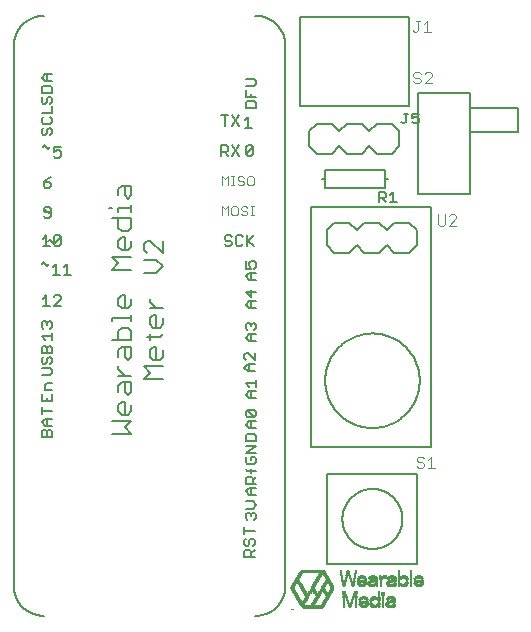
<source format=gto>
G04 EAGLE Gerber X2 export*
%TF.Part,Single*%
%TF.FileFunction,Legend,Top,1*%
%TF.FilePolarity,Positive*%
%TF.GenerationSoftware,Autodesk,EAGLE,9.1.2*%
%TF.CreationDate,2018-08-18T03:54:16Z*%
G75*
%MOIN*%
%FSLAX36Y36*%
%LPD*%
%AMOC8*
5,1,8,0,0,1.08239X$1,22.5*%
G01*
%ADD10C,0.005000*%
%ADD11C,0.004000*%
%ADD12C,0.007874*%
%ADD13C,0.006000*%
%ADD14C,0.003000*%
%ADD15C,0.008000*%
%ADD16R,0.060528X0.000098*%
%ADD17R,0.061807X0.000098*%
%ADD18R,0.062799X0.000098*%
%ADD19R,0.063583X0.000098*%
%ADD20R,0.064173X0.000098*%
%ADD21R,0.064764X0.000098*%
%ADD22R,0.065256X0.000098*%
%ADD23R,0.065752X0.000098*%
%ADD24R,0.066240X0.000098*%
%ADD25R,0.066634X0.000098*%
%ADD26R,0.067024X0.000098*%
%ADD27R,0.067421X0.000098*%
%ADD28R,0.067717X0.000098*%
%ADD29R,0.068110X0.000098*%
%ADD30R,0.068402X0.000098*%
%ADD31R,0.004134X0.000098*%
%ADD32R,0.003150X0.000098*%
%ADD33R,0.003543X0.000098*%
%ADD34R,0.068701X0.000098*%
%ADD35R,0.006394X0.000098*%
%ADD36R,0.004921X0.000098*%
%ADD37R,0.005508X0.000098*%
%ADD38R,0.069000X0.000098*%
%ADD39R,0.007969X0.000098*%
%ADD40R,0.006201X0.000098*%
%ADD41R,0.006886X0.000098*%
%ADD42R,0.069291X0.000098*%
%ADD43R,0.009154X0.000098*%
%ADD44R,0.007185X0.000098*%
%ADD45R,0.007976X0.000098*%
%ADD46R,0.069587X0.000098*%
%ADD47R,0.010339X0.000098*%
%ADD48R,0.008169X0.000098*%
%ADD49R,0.008953X0.000098*%
%ADD50R,0.069787X0.000098*%
%ADD51R,0.011220X0.000098*%
%ADD52R,0.008862X0.000098*%
%ADD53R,0.009740X0.000098*%
%ADD54R,0.070075X0.000098*%
%ADD55R,0.012106X0.000098*%
%ADD56R,0.009646X0.000098*%
%ADD57R,0.010429X0.000098*%
%ADD58R,0.070276X0.000098*%
%ADD59R,0.012890X0.000098*%
%ADD60R,0.010240X0.000098*%
%ADD61R,0.070571X0.000098*%
%ADD62R,0.013587X0.000098*%
%ADD63R,0.010823X0.000098*%
%ADD64R,0.011807X0.000098*%
%ADD65R,0.070768X0.000098*%
%ADD66R,0.009248X0.000098*%
%ADD67R,0.007382X0.000098*%
%ADD68R,0.009252X0.000098*%
%ADD69R,0.014272X0.000098*%
%ADD70R,0.011417X0.000098*%
%ADD71R,0.007776X0.000098*%
%ADD72R,0.012402X0.000098*%
%ADD73R,0.070969X0.000098*%
%ADD74R,0.014961X0.000098*%
%ADD75R,0.011913X0.000098*%
%ADD76R,0.012898X0.000098*%
%ADD77R,0.071260X0.000098*%
%ADD78R,0.007484X0.000098*%
%ADD79R,0.015457X0.000098*%
%ADD80R,0.012500X0.000098*%
%ADD81R,0.007878X0.000098*%
%ADD82R,0.013386X0.000098*%
%ADD83R,0.071457X0.000098*%
%ADD84R,0.007579X0.000098*%
%ADD85R,0.016043X0.000098*%
%ADD86R,0.012992X0.000098*%
%ADD87R,0.013874X0.000098*%
%ADD88R,0.007874X0.000098*%
%ADD89R,0.071650X0.000098*%
%ADD90R,0.016535X0.000098*%
%ADD91R,0.014370X0.000098*%
%ADD92R,0.071846X0.000098*%
%ADD93R,0.007673X0.000098*%
%ADD94R,0.017028X0.000098*%
%ADD95R,0.013878X0.000098*%
%ADD96R,0.014764X0.000098*%
%ADD97R,0.072043X0.000098*%
%ADD98R,0.017520X0.000098*%
%ADD99R,0.015157X0.000098*%
%ADD100R,0.072244X0.000098*%
%ADD101R,0.018008X0.000098*%
%ADD102R,0.014665X0.000098*%
%ADD103R,0.015654X0.000098*%
%ADD104R,0.072343X0.000098*%
%ADD105R,0.007972X0.000098*%
%ADD106R,0.018406X0.000098*%
%ADD107R,0.015945X0.000098*%
%ADD108R,0.072539X0.000098*%
%ADD109R,0.018799X0.000098*%
%ADD110R,0.015453X0.000098*%
%ADD111R,0.016244X0.000098*%
%ADD112R,0.072736X0.000098*%
%ADD113R,0.008071X0.000098*%
%ADD114R,0.019193X0.000098*%
%ADD115R,0.015752X0.000098*%
%ADD116R,0.016630X0.000098*%
%ADD117R,0.072835X0.000098*%
%ADD118R,0.019591X0.000098*%
%ADD119R,0.016142X0.000098*%
%ADD120R,0.017031X0.000098*%
%ADD121R,0.073031X0.000098*%
%ADD122R,0.019984X0.000098*%
%ADD123R,0.017319X0.000098*%
%ADD124R,0.073228X0.000098*%
%ADD125R,0.008268X0.000098*%
%ADD126R,0.020378X0.000098*%
%ADD127R,0.016831X0.000098*%
%ADD128R,0.017622X0.000098*%
%ADD129R,0.073323X0.000098*%
%ADD130R,0.008366X0.000098*%
%ADD131R,0.020669X0.000098*%
%ADD132R,0.017130X0.000098*%
%ADD133R,0.017913X0.000098*%
%ADD134R,0.073524X0.000098*%
%ADD135R,0.008465X0.000098*%
%ADD136R,0.021063X0.000098*%
%ADD137R,0.018307X0.000098*%
%ADD138R,0.073622X0.000098*%
%ADD139R,0.021362X0.000098*%
%ADD140R,0.017713X0.000098*%
%ADD141R,0.018508X0.000098*%
%ADD142R,0.008165X0.000098*%
%ADD143R,0.073819X0.000098*%
%ADD144R,0.008563X0.000098*%
%ADD145R,0.021654X0.000098*%
%ADD146R,0.018114X0.000098*%
%ADD147R,0.073921X0.000098*%
%ADD148R,0.008657X0.000098*%
%ADD149R,0.022047X0.000098*%
%ADD150R,0.018996X0.000098*%
%ADD151R,0.008264X0.000098*%
%ADD152R,0.074020X0.000098*%
%ADD153R,0.008760X0.000098*%
%ADD154R,0.022244X0.000098*%
%ADD155R,0.018602X0.000098*%
%ADD156R,0.019295X0.000098*%
%ADD157R,0.074213X0.000098*%
%ADD158R,0.022543X0.000098*%
%ADD159R,0.018902X0.000098*%
%ADD160R,0.019587X0.000098*%
%ADD161R,0.074315X0.000098*%
%ADD162R,0.022835X0.000098*%
%ADD163R,0.019091X0.000098*%
%ADD164R,0.019783X0.000098*%
%ADD165R,0.074413X0.000098*%
%ADD166R,0.008957X0.000098*%
%ADD167R,0.023126X0.000098*%
%ADD168R,0.019390X0.000098*%
%ADD169R,0.019980X0.000098*%
%ADD170R,0.074508X0.000098*%
%ADD171R,0.023331X0.000098*%
%ADD172R,0.019583X0.000098*%
%ADD173R,0.020276X0.000098*%
%ADD174R,0.008362X0.000098*%
%ADD175R,0.074606X0.000098*%
%ADD176R,0.009051X0.000098*%
%ADD177R,0.023622X0.000098*%
%ADD178R,0.019886X0.000098*%
%ADD179R,0.020472X0.000098*%
%ADD180R,0.074807X0.000098*%
%ADD181R,0.023917X0.000098*%
%ADD182R,0.020079X0.000098*%
%ADD183R,0.020665X0.000098*%
%ADD184R,0.074902X0.000098*%
%ADD185R,0.009256X0.000098*%
%ADD186R,0.024110X0.000098*%
%ADD187R,0.020280X0.000098*%
%ADD188R,0.020870X0.000098*%
%ADD189R,0.074996X0.000098*%
%ADD190R,0.009350X0.000098*%
%ADD191R,0.024315X0.000098*%
%ADD192R,0.020571X0.000098*%
%ADD193R,0.075098X0.000098*%
%ADD194R,0.024606X0.000098*%
%ADD195R,0.020768X0.000098*%
%ADD196R,0.021354X0.000098*%
%ADD197R,0.075197X0.000098*%
%ADD198R,0.009445X0.000098*%
%ADD199R,0.024898X0.000098*%
%ADD200R,0.020961X0.000098*%
%ADD201R,0.008370X0.000098*%
%ADD202R,0.021559X0.000098*%
%ADD203R,0.075291X0.000098*%
%ADD204R,0.009547X0.000098*%
%ADD205R,0.025102X0.000098*%
%ADD206R,0.021161X0.000098*%
%ADD207R,0.021657X0.000098*%
%ADD208R,0.075492X0.000098*%
%ADD209R,0.025295X0.000098*%
%ADD210R,0.021850X0.000098*%
%ADD211R,0.075594X0.000098*%
%ADD212R,0.009650X0.000098*%
%ADD213R,0.025492X0.000098*%
%ADD214R,0.075689X0.000098*%
%ADD215R,0.009744X0.000098*%
%ADD216R,0.025693X0.000098*%
%ADD217R,0.021752X0.000098*%
%ADD218R,0.008559X0.000098*%
%ADD219R,0.075787X0.000098*%
%ADD220R,0.009843X0.000098*%
%ADD221R,0.025882X0.000098*%
%ADD222R,0.021854X0.000098*%
%ADD223R,0.022441X0.000098*%
%ADD224R,0.075890X0.000098*%
%ADD225R,0.009941X0.000098*%
%ADD226R,0.026181X0.000098*%
%ADD227R,0.022539X0.000098*%
%ADD228R,0.075988X0.000098*%
%ADD229R,0.026283X0.000098*%
%ADD230R,0.022736X0.000098*%
%ADD231R,0.076083X0.000098*%
%ADD232R,0.010035X0.000098*%
%ADD233R,0.026472X0.000098*%
%ADD234R,0.022437X0.000098*%
%ADD235R,0.031492X0.000098*%
%ADD236R,0.076280X0.000098*%
%ADD237R,0.010138X0.000098*%
%ADD238R,0.026673X0.000098*%
%ADD239R,0.022535X0.000098*%
%ADD240R,0.076378X0.000098*%
%ADD241R,0.026866X0.000098*%
%ADD242R,0.031205X0.000098*%
%ADD243R,0.031594X0.000098*%
%ADD244R,0.076476X0.000098*%
%ADD245R,0.027067X0.000098*%
%ADD246R,0.031693X0.000098*%
%ADD247R,0.076571X0.000098*%
%ADD248R,0.010335X0.000098*%
%ADD249R,0.027268X0.000098*%
%ADD250R,0.031299X0.000098*%
%ADD251R,0.076669X0.000098*%
%ADD252R,0.031402X0.000098*%
%ADD253R,0.031787X0.000098*%
%ADD254R,0.076866X0.000098*%
%ADD255R,0.027461X0.000098*%
%ADD256R,0.031496X0.000098*%
%ADD257R,0.010531X0.000098*%
%ADD258R,0.027661X0.000098*%
%ADD259R,0.031598X0.000098*%
%ADD260R,0.031886X0.000098*%
%ADD261R,0.077063X0.000098*%
%ADD262R,0.010634X0.000098*%
%ADD263R,0.027850X0.000098*%
%ADD264R,0.077165X0.000098*%
%ADD265R,0.010728X0.000098*%
%ADD266R,0.027953X0.000098*%
%ADD267R,0.031988X0.000098*%
%ADD268R,0.077264X0.000098*%
%ADD269R,0.028150X0.000098*%
%ADD270R,0.031791X0.000098*%
%ADD271R,0.032083X0.000098*%
%ADD272R,0.077362X0.000098*%
%ADD273R,0.028343X0.000098*%
%ADD274R,0.031890X0.000098*%
%ADD275R,0.077461X0.000098*%
%ADD276R,0.010925X0.000098*%
%ADD277R,0.028445X0.000098*%
%ADD278R,0.077657X0.000098*%
%ADD279R,0.028543X0.000098*%
%ADD280R,0.032181X0.000098*%
%ADD281R,0.011028X0.000098*%
%ADD282R,0.028740X0.000098*%
%ADD283R,0.032091X0.000098*%
%ADD284R,0.077854X0.000098*%
%ADD285R,0.011122X0.000098*%
%ADD286R,0.028843X0.000098*%
%ADD287R,0.032185X0.000098*%
%ADD288R,0.032283X0.000098*%
%ADD289R,0.077953X0.000098*%
%ADD290R,0.029035X0.000098*%
%ADD291R,0.078055X0.000098*%
%ADD292R,0.011319X0.000098*%
%ADD293R,0.029134X0.000098*%
%ADD294R,0.032287X0.000098*%
%ADD295R,0.032382X0.000098*%
%ADD296R,0.078150X0.000098*%
%ADD297R,0.029236X0.000098*%
%ADD298R,0.078244X0.000098*%
%ADD299R,0.029425X0.000098*%
%ADD300R,0.078445X0.000098*%
%ADD301R,0.011516X0.000098*%
%ADD302R,0.029528X0.000098*%
%ADD303R,0.032484X0.000098*%
%ADD304R,0.032476X0.000098*%
%ADD305R,0.029630X0.000098*%
%ADD306R,0.032579X0.000098*%
%ADD307R,0.078638X0.000098*%
%ADD308R,0.011614X0.000098*%
%ADD309R,0.029724X0.000098*%
%ADD310R,0.032575X0.000098*%
%ADD311R,0.078740X0.000098*%
%ADD312R,0.011713X0.000098*%
%ADD313R,0.029917X0.000098*%
%ADD314R,0.032677X0.000098*%
%ADD315R,0.078843X0.000098*%
%ADD316R,0.079035X0.000098*%
%ADD317R,0.030122X0.000098*%
%ADD318R,0.032776X0.000098*%
%ADD319R,0.011909X0.000098*%
%ADD320R,0.030217X0.000098*%
%ADD321R,0.079236X0.000098*%
%ADD322R,0.012012X0.000098*%
%ADD323R,0.030311X0.000098*%
%ADD324R,0.032874X0.000098*%
%ADD325R,0.030413X0.000098*%
%ADD326R,0.033075X0.000098*%
%ADD327R,0.079429X0.000098*%
%ADD328R,0.030516X0.000098*%
%ADD329R,0.032772X0.000098*%
%ADD330R,0.079528X0.000098*%
%ADD331R,0.012201X0.000098*%
%ADD332R,0.030610X0.000098*%
%ADD333R,0.033169X0.000098*%
%ADD334R,0.079630X0.000098*%
%ADD335R,0.012303X0.000098*%
%ADD336R,0.030811X0.000098*%
%ADD337R,0.079823X0.000098*%
%ADD338R,0.033272X0.000098*%
%ADD339R,0.032870X0.000098*%
%ADD340R,0.012406X0.000098*%
%ADD341R,0.030906X0.000098*%
%ADD342R,0.080020X0.000098*%
%ADD343R,0.031004X0.000098*%
%ADD344R,0.033366X0.000098*%
%ADD345R,0.012594X0.000098*%
%ADD346R,0.031102X0.000098*%
%ADD347R,0.012496X0.000098*%
%ADD348R,0.011906X0.000098*%
%ADD349R,0.012697X0.000098*%
%ADD350R,0.014173X0.000098*%
%ADD351R,0.014075X0.000098*%
%ADD352R,0.033465X0.000098*%
%ADD353R,0.012102X0.000098*%
%ADD354R,0.014472X0.000098*%
%ADD355R,0.013579X0.000098*%
%ADD356R,0.013583X0.000098*%
%ADD357R,0.015846X0.000098*%
%ADD358R,0.014276X0.000098*%
%ADD359R,0.013189X0.000098*%
%ADD360R,0.011315X0.000098*%
%ADD361R,0.012799X0.000098*%
%ADD362R,0.013091X0.000098*%
%ADD363R,0.033563X0.000098*%
%ADD364R,0.012894X0.000098*%
%ADD365R,0.012795X0.000098*%
%ADD366R,0.012598X0.000098*%
%ADD367R,0.033661X0.000098*%
%ADD368R,0.011217X0.000098*%
%ADD369R,0.014858X0.000098*%
%ADD370R,0.014079X0.000098*%
%ADD371R,0.012307X0.000098*%
%ADD372R,0.011126X0.000098*%
%ADD373R,0.012209X0.000098*%
%ADD374R,0.012004X0.000098*%
%ADD375R,0.011024X0.000098*%
%ADD376R,0.014661X0.000098*%
%ADD377R,0.013976X0.000098*%
%ADD378R,0.011811X0.000098*%
%ADD379R,0.016634X0.000098*%
%ADD380R,0.014469X0.000098*%
%ADD381R,0.010831X0.000098*%
%ADD382R,0.014169X0.000098*%
%ADD383R,0.013980X0.000098*%
%ADD384R,0.010732X0.000098*%
%ADD385R,0.013972X0.000098*%
%ADD386R,0.013287X0.000098*%
%ADD387R,0.011520X0.000098*%
%ADD388R,0.013681X0.000098*%
%ADD389R,0.015059X0.000098*%
%ADD390R,0.010630X0.000098*%
%ADD391R,0.013780X0.000098*%
%ADD392R,0.011610X0.000098*%
%ADD393R,0.011323X0.000098*%
%ADD394R,0.011118X0.000098*%
%ADD395R,0.013484X0.000098*%
%ADD396R,0.011020X0.000098*%
%ADD397R,0.010437X0.000098*%
%ADD398R,0.013480X0.000098*%
%ADD399R,0.010921X0.000098*%
%ADD400R,0.013283X0.000098*%
%ADD401R,0.010236X0.000098*%
%ADD402R,0.013087X0.000098*%
%ADD403R,0.010331X0.000098*%
%ADD404R,0.012791X0.000098*%
%ADD405R,0.013783X0.000098*%
%ADD406R,0.010528X0.000098*%
%ADD407R,0.010929X0.000098*%
%ADD408R,0.012110X0.000098*%
%ADD409R,0.010039X0.000098*%
%ADD410R,0.012398X0.000098*%
%ADD411R,0.014567X0.000098*%
%ADD412R,0.009937X0.000098*%
%ADD413R,0.014177X0.000098*%
%ADD414R,0.010433X0.000098*%
%ADD415R,0.012504X0.000098*%
%ADD416R,0.010142X0.000098*%
%ADD417R,0.014862X0.000098*%
%ADD418R,0.012205X0.000098*%
%ADD419R,0.014965X0.000098*%
%ADD420R,0.014366X0.000098*%
%ADD421R,0.010232X0.000098*%
%ADD422R,0.011709X0.000098*%
%ADD423R,0.009945X0.000098*%
%ADD424R,0.015154X0.000098*%
%ADD425R,0.014571X0.000098*%
%ADD426R,0.010043X0.000098*%
%ADD427R,0.011815X0.000098*%
%ADD428R,0.011512X0.000098*%
%ADD429R,0.015358X0.000098*%
%ADD430R,0.011413X0.000098*%
%ADD431R,0.015551X0.000098*%
%ADD432R,0.015650X0.000098*%
%ADD433R,0.009449X0.000098*%
%ADD434R,0.015941X0.000098*%
%ADD435R,0.014957X0.000098*%
%ADD436R,0.016146X0.000098*%
%ADD437R,0.006984X0.000098*%
%ADD438R,0.015161X0.000098*%
%ADD439R,0.009748X0.000098*%
%ADD440R,0.006106X0.000098*%
%ADD441R,0.010827X0.000098*%
%ADD442R,0.010724X0.000098*%
%ADD443R,0.016339X0.000098*%
%ADD444R,0.015256X0.000098*%
%ADD445R,0.005220X0.000098*%
%ADD446R,0.010626X0.000098*%
%ADD447R,0.016437X0.000098*%
%ADD448R,0.015350X0.000098*%
%ADD449R,0.004429X0.000098*%
%ADD450R,0.016539X0.000098*%
%ADD451R,0.016728X0.000098*%
%ADD452R,0.002756X0.000098*%
%ADD453R,0.015555X0.000098*%
%ADD454R,0.001969X0.000098*%
%ADD455R,0.016933X0.000098*%
%ADD456R,0.001083X0.000098*%
%ADD457R,0.000201X0.000098*%
%ADD458R,0.017126X0.000098*%
%ADD459R,0.015744X0.000098*%
%ADD460R,0.010134X0.000098*%
%ADD461R,0.017327X0.000098*%
%ADD462R,0.015949X0.000098*%
%ADD463R,0.017516X0.000098*%
%ADD464R,0.017614X0.000098*%
%ADD465R,0.017717X0.000098*%
%ADD466R,0.017819X0.000098*%
%ADD467R,0.016240X0.000098*%
%ADD468R,0.009543X0.000098*%
%ADD469R,0.009642X0.000098*%
%ADD470R,0.009551X0.000098*%
%ADD471R,0.018303X0.000098*%
%ADD472R,0.018402X0.000098*%
%ADD473R,0.018500X0.000098*%
%ADD474R,0.018701X0.000098*%
%ADD475R,0.018898X0.000098*%
%ADD476R,0.009346X0.000098*%
%ADD477R,0.009354X0.000098*%
%ADD478R,0.019189X0.000098*%
%ADD479R,0.019287X0.000098*%
%ADD480R,0.017122X0.000098*%
%ADD481R,0.019488X0.000098*%
%ADD482R,0.017224X0.000098*%
%ADD483R,0.019685X0.000098*%
%ADD484R,0.017421X0.000098*%
%ADD485R,0.017618X0.000098*%
%ADD486R,0.020075X0.000098*%
%ADD487R,0.009453X0.000098*%
%ADD488R,0.011717X0.000098*%
%ADD489R,0.017720X0.000098*%
%ADD490R,0.017815X0.000098*%
%ADD491R,0.008858X0.000098*%
%ADD492R,0.034252X0.000098*%
%ADD493R,0.020673X0.000098*%
%ADD494R,0.020862X0.000098*%
%ADD495R,0.008854X0.000098*%
%ADD496R,0.008961X0.000098*%
%ADD497R,0.013776X0.000098*%
%ADD498R,0.021067X0.000098*%
%ADD499R,0.021260X0.000098*%
%ADD500R,0.034354X0.000098*%
%ADD501R,0.021358X0.000098*%
%ADD502R,0.016638X0.000098*%
%ADD503R,0.021461X0.000098*%
%ADD504R,0.021650X0.000098*%
%ADD505R,0.019386X0.000098*%
%ADD506R,0.022248X0.000098*%
%ADD507R,0.020575X0.000098*%
%ADD508R,0.022146X0.000098*%
%ADD509R,0.022638X0.000098*%
%ADD510R,0.023035X0.000098*%
%ADD511R,0.034449X0.000098*%
%ADD512R,0.023224X0.000098*%
%ADD513R,0.031394X0.000098*%
%ADD514R,0.023421X0.000098*%
%ADD515R,0.031197X0.000098*%
%ADD516R,0.031098X0.000098*%
%ADD517R,0.030803X0.000098*%
%ADD518R,0.030705X0.000098*%
%ADD519R,0.030508X0.000098*%
%ADD520R,0.030409X0.000098*%
%ADD521R,0.030114X0.000098*%
%ADD522R,0.030016X0.000098*%
%ADD523R,0.029921X0.000098*%
%ADD524R,0.029720X0.000098*%
%ADD525R,0.029622X0.000098*%
%ADD526R,0.029327X0.000098*%
%ADD527R,0.029232X0.000098*%
%ADD528R,0.029031X0.000098*%
%ADD529R,0.028933X0.000098*%
%ADD530R,0.028736X0.000098*%
%ADD531R,0.028244X0.000098*%
%ADD532R,0.028047X0.000098*%
%ADD533R,0.027654X0.000098*%
%ADD534R,0.027362X0.000098*%
%ADD535R,0.027161X0.000098*%
%ADD536R,0.026965X0.000098*%
%ADD537R,0.026378X0.000098*%
%ADD538R,0.026177X0.000098*%
%ADD539R,0.034256X0.000098*%
%ADD540R,0.025488X0.000098*%
%ADD541R,0.025193X0.000098*%
%ADD542R,0.024902X0.000098*%
%ADD543R,0.034154X0.000098*%
%ADD544R,0.024504X0.000098*%
%ADD545R,0.023717X0.000098*%
%ADD546R,0.023228X0.000098*%
%ADD547R,0.022732X0.000098*%
%ADD548R,0.022240X0.000098*%
%ADD549R,0.034055X0.000098*%
%ADD550R,0.020469X0.000098*%
%ADD551R,0.019780X0.000098*%
%ADD552R,0.009059X0.000098*%
%ADD553R,0.017024X0.000098*%
%ADD554R,0.016335X0.000098*%
%ADD555R,0.015646X0.000098*%
%ADD556R,0.014268X0.000098*%
%ADD557R,0.000295X0.000098*%
%ADD558R,0.000988X0.000098*%
%ADD559R,0.001772X0.000098*%
%ADD560R,0.002559X0.000098*%
%ADD561R,0.003445X0.000098*%
%ADD562R,0.005705X0.000098*%
%ADD563R,0.006492X0.000098*%
%ADD564R,0.007280X0.000098*%
%ADD565R,0.008067X0.000098*%
%ADD566R,0.009055X0.000098*%
%ADD567R,0.011618X0.000098*%
%ADD568R,0.012008X0.000098*%
%ADD569R,0.012701X0.000098*%
%ADD570R,0.013390X0.000098*%
%ADD571R,0.015748X0.000098*%
%ADD572R,0.013291X0.000098*%
%ADD573R,0.014374X0.000098*%
%ADD574R,0.030315X0.000098*%
%ADD575R,0.029819X0.000098*%
%ADD576R,0.030118X0.000098*%
%ADD577R,0.029827X0.000098*%
%ADD578R,0.029138X0.000098*%
%ADD579R,0.032972X0.000098*%
%ADD580R,0.028642X0.000098*%
%ADD581R,0.028441X0.000098*%
%ADD582R,0.029228X0.000098*%
%ADD583R,0.008756X0.000098*%
%ADD584R,0.028252X0.000098*%
%ADD585R,0.032583X0.000098*%
%ADD586R,0.029039X0.000098*%
%ADD587R,0.008764X0.000098*%
%ADD588R,0.032480X0.000098*%
%ADD589R,0.028839X0.000098*%
%ADD590R,0.027858X0.000098*%
%ADD591R,0.032386X0.000098*%
%ADD592R,0.027756X0.000098*%
%ADD593R,0.028638X0.000098*%
%ADD594R,0.027465X0.000098*%
%ADD595R,0.032189X0.000098*%
%ADD596R,0.027264X0.000098*%
%ADD597R,0.028346X0.000098*%
%ADD598R,0.027165X0.000098*%
%ADD599R,0.032087X0.000098*%
%ADD600R,0.026969X0.000098*%
%ADD601R,0.026870X0.000098*%
%ADD602R,0.027949X0.000098*%
%ADD603R,0.026669X0.000098*%
%ADD604R,0.026575X0.000098*%
%ADD605R,0.031697X0.000098*%
%ADD606R,0.027563X0.000098*%
%ADD607R,0.025984X0.000098*%
%ADD608R,0.031500X0.000098*%
%ADD609R,0.027260X0.000098*%
%ADD610R,0.025787X0.000098*%
%ADD611R,0.031398X0.000098*%
%ADD612R,0.031303X0.000098*%
%ADD613R,0.026776X0.000098*%
%ADD614R,0.025394X0.000098*%
%ADD615R,0.031201X0.000098*%
%ADD616R,0.026571X0.000098*%
%ADD617R,0.025197X0.000098*%
%ADD618R,0.025000X0.000098*%
%ADD619R,0.024803X0.000098*%
%ADD620R,0.026185X0.000098*%
%ADD621R,0.024409X0.000098*%
%ADD622R,0.030709X0.000098*%
%ADD623R,0.024118X0.000098*%
%ADD624R,0.030614X0.000098*%
%ADD625R,0.025591X0.000098*%
%ADD626R,0.030512X0.000098*%
%ADD627R,0.025398X0.000098*%
%ADD628R,0.023720X0.000098*%
%ADD629R,0.023425X0.000098*%
%ADD630R,0.025098X0.000098*%
%ADD631R,0.023031X0.000098*%
%ADD632R,0.024705X0.000098*%
%ADD633R,0.022740X0.000098*%
%ADD634R,0.020374X0.000098*%
%ADD635R,0.024406X0.000098*%
%ADD636R,0.020181X0.000098*%
%ADD637R,0.024114X0.000098*%
%ADD638R,0.022343X0.000098*%
%ADD639R,0.021756X0.000098*%
%ADD640R,0.019484X0.000098*%
%ADD641R,0.023524X0.000098*%
%ADD642R,0.021551X0.000098*%
%ADD643R,0.008665X0.000098*%
%ADD644R,0.021157X0.000098*%
%ADD645R,0.022933X0.000098*%
%ADD646R,0.020969X0.000098*%
%ADD647R,0.018697X0.000098*%
%ADD648R,0.018409X0.000098*%
%ADD649R,0.022445X0.000098*%
%ADD650R,0.018012X0.000098*%
%ADD651R,0.020083X0.000098*%
%ADD652R,0.021846X0.000098*%
%ADD653R,0.021457X0.000098*%
%ADD654R,0.021256X0.000098*%
%ADD655R,0.019094X0.000098*%
%ADD656R,0.016929X0.000098*%
%ADD657R,0.016736X0.000098*%
%ADD658R,0.019878X0.000098*%
%ADD659R,0.019492X0.000098*%
%ADD660R,0.016835X0.000098*%
%ADD661R,0.018598X0.000098*%
%ADD662R,0.014465X0.000098*%
%ADD663R,0.018209X0.000098*%
%ADD664R,0.017228X0.000098*%
%ADD665R,0.012693X0.000098*%
%ADD666R,0.011224X0.000098*%
%ADD667R,0.017425X0.000098*%
%ADD668R,0.015055X0.000098*%
%ADD669R,0.017323X0.000098*%
%ADD670R,0.013677X0.000098*%
%ADD671R,0.008461X0.000098*%
%ADD672R,0.007681X0.000098*%
%ADD673R,0.006594X0.000098*%
%ADD674R,0.006402X0.000098*%
%ADD675R,0.007386X0.000098*%
%ADD676R,0.004626X0.000098*%
%ADD677R,0.003933X0.000098*%
%ADD678R,0.005417X0.000098*%
%ADD679R,0.000886X0.000098*%
%ADD680R,0.001283X0.000098*%
%ADD681R,0.016827X0.000098*%
%ADD682R,0.012602X0.000098*%
%ADD683R,0.016732X0.000098*%
%ADD684R,0.012996X0.000098*%
%ADD685R,0.012988X0.000098*%
%ADD686R,0.013185X0.000098*%
%ADD687R,0.013193X0.000098*%
%ADD688R,0.013382X0.000098*%
%ADD689R,0.016433X0.000098*%
%ADD690R,0.014071X0.000098*%
%ADD691R,0.014563X0.000098*%
%ADD692R,0.016047X0.000098*%
%ADD693R,0.015063X0.000098*%
%ADD694R,0.015354X0.000098*%
%ADD695R,0.015850X0.000098*%
%ADD696R,0.016343X0.000098*%
%ADD697R,0.016138X0.000098*%
%ADD698R,0.015547X0.000098*%
%ADD699R,0.016531X0.000098*%
%ADD700R,0.016925X0.000098*%
%ADD701R,0.015252X0.000098*%
%ADD702R,0.017524X0.000098*%
%ADD703R,0.017917X0.000098*%
%ADD704R,0.017811X0.000098*%
%ADD705R,0.018106X0.000098*%
%ADD706R,0.017909X0.000098*%
%ADD707R,0.018205X0.000098*%
%ADD708R,0.018504X0.000098*%
%ADD709R,0.018213X0.000098*%
%ADD710R,0.018705X0.000098*%
%ADD711R,0.018894X0.000098*%
%ADD712R,0.018992X0.000098*%
%ADD713R,0.019098X0.000098*%
%ADD714R,0.019291X0.000098*%
%ADD715R,0.019394X0.000098*%
%ADD716R,0.020177X0.000098*%
%ADD717R,0.020866X0.000098*%
%ADD718R,0.020965X0.000098*%
%ADD719R,0.021165X0.000098*%
%ADD720R,0.021264X0.000098*%
%ADD721R,0.021059X0.000098*%
%ADD722R,0.021453X0.000098*%
%ADD723R,0.021555X0.000098*%
%ADD724R,0.021949X0.000098*%
%ADD725R,0.022051X0.000098*%
%ADD726R,0.022839X0.000098*%
%ADD727R,0.023028X0.000098*%
%ADD728R,0.022634X0.000098*%
%ADD729R,0.023130X0.000098*%
%ADD730R,0.023327X0.000098*%
%ADD731R,0.023134X0.000098*%
%ADD732R,0.023232X0.000098*%
%ADD733R,0.023626X0.000098*%
%ADD734R,0.023429X0.000098*%
%ADD735R,0.011421X0.000098*%
%ADD736R,0.023618X0.000098*%
%ADD737R,0.022929X0.000098*%
%ADD738R,0.022831X0.000098*%
%ADD739R,0.020272X0.000098*%
%ADD740R,0.019882X0.000098*%
%ADD741R,0.019681X0.000098*%
%ADD742R,0.019197X0.000098*%
%ADD743R,0.018311X0.000098*%
%ADD744R,0.018110X0.000098*%
%ADD745R,0.010535X0.000098*%
%ADD746R,0.014760X0.000098*%
%ADD747R,0.001575X0.000098*%
%ADD748R,0.001378X0.000098*%
%ADD749R,0.001185X0.000098*%
%ADD750R,0.001669X0.000098*%
%ADD751R,0.005319X0.000098*%
%ADD752R,0.004531X0.000098*%
%ADD753R,0.004528X0.000098*%
%ADD754R,0.004035X0.000098*%
%ADD755R,0.005217X0.000098*%
%ADD756R,0.006205X0.000098*%
%ADD757R,0.005512X0.000098*%
%ADD758R,0.007087X0.000098*%
%ADD759R,0.008567X0.000098*%
%ADD760R,0.006591X0.000098*%
%ADD761R,0.008469X0.000098*%
%ADD762R,0.009157X0.000098*%
%ADD763R,0.008661X0.000098*%
%ADD764R,0.014866X0.000098*%
%ADD765R,0.016441X0.000098*%
%ADD766R,0.008173X0.000098*%
%ADD767R,0.016039X0.000098*%
%ADD768R,0.009150X0.000098*%
%ADD769R,0.022642X0.000098*%
%ADD770R,0.008272X0.000098*%
%ADD771R,0.023823X0.000098*%
%ADD772R,0.020567X0.000098*%
%ADD773R,0.024012X0.000098*%
%ADD774R,0.020772X0.000098*%
%ADD775R,0.020173X0.000098*%
%ADD776R,0.024016X0.000098*%
%ADD777R,0.024217X0.000098*%
%ADD778R,0.024508X0.000098*%
%ADD779R,0.024709X0.000098*%
%ADD780R,0.025094X0.000098*%
%ADD781R,0.025980X0.000098*%
%ADD782R,0.026382X0.000098*%
%ADD783R,0.031106X0.000098*%
%ADD784R,0.026772X0.000098*%
%ADD785R,0.027169X0.000098*%
%ADD786R,0.031795X0.000098*%
%ADD787R,0.027457X0.000098*%
%ADD788R,0.027559X0.000098*%
%ADD789R,0.027657X0.000098*%
%ADD790R,0.027752X0.000098*%
%ADD791R,0.027854X0.000098*%
%ADD792R,0.028055X0.000098*%
%ADD793R,0.028051X0.000098*%
%ADD794R,0.028248X0.000098*%
%ADD795R,0.031894X0.000098*%
%ADD796R,0.028350X0.000098*%
%ADD797R,0.028744X0.000098*%
%ADD798R,0.029331X0.000098*%
%ADD799R,0.029335X0.000098*%
%ADD800R,0.029429X0.000098*%
%ADD801R,0.029626X0.000098*%
%ADD802R,0.029823X0.000098*%
%ADD803R,0.029925X0.000098*%
%ADD804R,0.030024X0.000098*%
%ADD805R,0.032780X0.000098*%
%ADD806R,0.032878X0.000098*%
%ADD807R,0.032976X0.000098*%
%ADD808R,0.033071X0.000098*%
%ADD809R,0.030713X0.000098*%
%ADD810R,0.033173X0.000098*%
%ADD811R,0.030807X0.000098*%
%ADD812R,0.031000X0.000098*%
%ADD813R,0.013882X0.000098*%
%ADD814R,0.013685X0.000098*%
%ADD815R,0.013094X0.000098*%
%ADD816R,0.033469X0.000098*%
%ADD817R,0.015260X0.000098*%
%ADD818R,0.033567X0.000098*%
%ADD819R,0.033665X0.000098*%
%ADD820R,0.013488X0.000098*%
%ADD821R,0.007476X0.000098*%
%ADD822R,0.006496X0.000098*%
%ADD823R,0.005713X0.000098*%
%ADD824R,0.005709X0.000098*%
%ADD825R,0.004039X0.000098*%
%ADD826R,0.003248X0.000098*%
%ADD827R,0.003154X0.000098*%
%ADD828R,0.002358X0.000098*%
%ADD829R,0.002366X0.000098*%
%ADD830R,0.001476X0.000098*%
%ADD831R,0.001579X0.000098*%
%ADD832R,0.000689X0.000098*%
%ADD833R,0.014669X0.000098*%
%ADD834R,0.023819X0.000098*%
%ADD835R,0.023520X0.000098*%
%ADD836R,0.034248X0.000098*%
%ADD837R,0.034346X0.000098*%
%ADD838R,0.016236X0.000098*%
%ADD839R,0.022043X0.000098*%
%ADD840R,0.017417X0.000098*%
%ADD841R,0.034350X0.000098*%
%ADD842R,0.022346X0.000098*%
%ADD843R,0.020476X0.000098*%
%ADD844R,0.031008X0.000098*%
%ADD845R,0.030319X0.000098*%
%ADD846R,0.030020X0.000098*%
%ADD847R,0.029433X0.000098*%
%ADD848R,0.028547X0.000098*%
%ADD849R,0.028154X0.000098*%
%ADD850R,0.026874X0.000098*%
%ADD851R,0.026579X0.000098*%
%ADD852R,0.026280X0.000098*%
%ADD853R,0.026087X0.000098*%
%ADD854R,0.025791X0.000098*%
%ADD855R,0.034150X0.000098*%
%ADD856R,0.034051X0.000098*%
%ADD857R,0.033961X0.000098*%
%ADD858R,0.000594X0.000098*%
%ADD859R,0.002165X0.000098*%
%ADD860R,0.002161X0.000098*%
%ADD861R,0.002953X0.000098*%
%ADD862R,0.002949X0.000098*%
%ADD863R,0.003642X0.000098*%
%ADD864R,0.003638X0.000098*%
%ADD865R,0.004524X0.000098*%
%ADD866R,0.005311X0.000098*%
%ADD867R,0.005315X0.000098*%
%ADD868R,0.006004X0.000098*%
%ADD869R,0.006098X0.000098*%
%ADD870R,0.006787X0.000098*%
%ADD871R,0.006791X0.000098*%
%ADD872R,0.007677X0.000098*%
%ADD873R,0.000094X0.000098*%
%ADD874R,0.000291X0.000098*%
%ADD875R,0.000488X0.000098*%
%ADD876R,0.000980X0.000098*%
%ADD877R,0.015449X0.000098*%
%ADD878R,0.001276X0.000098*%
%ADD879R,0.001571X0.000098*%
%ADD880R,0.001965X0.000098*%
%ADD881R,0.002461X0.000098*%
%ADD882R,0.003047X0.000098*%
%ADD883R,0.004031X0.000098*%
%ADD884R,0.029728X0.000098*%
%ADD885R,0.028646X0.000098*%
%ADD886R,0.028941X0.000098*%
%ADD887R,0.027957X0.000098*%
%ADD888R,0.027555X0.000098*%
%ADD889R,0.028539X0.000098*%
%ADD890R,0.027366X0.000098*%
%ADD891R,0.026972X0.000098*%
%ADD892R,0.026768X0.000098*%
%ADD893R,0.026476X0.000098*%
%ADD894R,0.025988X0.000098*%
%ADD895R,0.025783X0.000098*%
%ADD896R,0.025594X0.000098*%
%ADD897R,0.025390X0.000098*%
%ADD898R,0.025201X0.000098*%
%ADD899R,0.026480X0.000098*%
%ADD900R,0.024906X0.000098*%
%ADD901R,0.026276X0.000098*%
%ADD902R,0.024799X0.000098*%
%ADD903R,0.025886X0.000098*%
%ADD904R,0.024413X0.000098*%
%ADD905R,0.024307X0.000098*%
%ADD906R,0.025689X0.000098*%
%ADD907R,0.024213X0.000098*%
%ADD908R,0.025496X0.000098*%
%ADD909R,0.025291X0.000098*%
%ADD910R,0.030417X0.000098*%
%ADD911R,0.023323X0.000098*%
%ADD912R,0.024311X0.000098*%
%ADD913R,0.024020X0.000098*%
%ADD914R,0.019787X0.000098*%
%ADD915R,0.018795X0.000098*%
%ADD916R,0.018803X0.000098*%
%ADD917R,0.007870X0.000098*%
%ADD918R,0.009839X0.000098*%
%ADD919R,0.006000X0.000098*%
%ADD920R,0.006197X0.000098*%
%ADD921R,0.007189X0.000098*%
%ADD922R,0.006693X0.000098*%
%ADD923R,0.004720X0.000098*%
%ADD924R,0.005811X0.000098*%
%ADD925R,0.004130X0.000098*%
%ADD926R,0.004138X0.000098*%
%ADD927R,0.003646X0.000098*%
%ADD928R,0.015843X0.000098*%
%ADD929R,0.088677X0.000098*%
%ADD930R,0.088583X0.000098*%
%ADD931R,0.088484X0.000098*%
%ADD932R,0.088382X0.000098*%
%ADD933R,0.088189X0.000098*%
%ADD934R,0.088094X0.000098*%
%ADD935R,0.087992X0.000098*%
%ADD936R,0.087894X0.000098*%
%ADD937R,0.087799X0.000098*%
%ADD938R,0.087701X0.000098*%
%ADD939R,0.087598X0.000098*%
%ADD940R,0.087402X0.000098*%
%ADD941R,0.087303X0.000098*%
%ADD942R,0.087205X0.000098*%
%ADD943R,0.087102X0.000098*%
%ADD944R,0.087004X0.000098*%
%ADD945R,0.086906X0.000098*%
%ADD946R,0.086807X0.000098*%
%ADD947R,0.086610X0.000098*%
%ADD948R,0.086516X0.000098*%
%ADD949R,0.086417X0.000098*%
%ADD950R,0.086319X0.000098*%
%ADD951R,0.086220X0.000098*%
%ADD952R,0.086028X0.000098*%
%ADD953R,0.085827X0.000098*%
%ADD954R,0.085728X0.000098*%
%ADD955R,0.085634X0.000098*%
%ADD956R,0.085531X0.000098*%
%ADD957R,0.085429X0.000098*%
%ADD958R,0.085236X0.000098*%
%ADD959R,0.085035X0.000098*%
%ADD960R,0.084941X0.000098*%
%ADD961R,0.084846X0.000098*%
%ADD962R,0.084748X0.000098*%
%ADD963R,0.084646X0.000098*%
%ADD964R,0.084453X0.000098*%
%ADD965R,0.084252X0.000098*%
%ADD966R,0.084154X0.000098*%
%ADD967R,0.084059X0.000098*%
%ADD968R,0.083858X0.000098*%
%ADD969R,0.083661X0.000098*%
%ADD970R,0.083461X0.000098*%
%ADD971R,0.083362X0.000098*%
%ADD972R,0.083268X0.000098*%
%ADD973R,0.083071X0.000098*%
%ADD974R,0.082878X0.000098*%
%ADD975R,0.082780X0.000098*%
%ADD976R,0.082677X0.000098*%
%ADD977R,0.082480X0.000098*%
%ADD978R,0.082382X0.000098*%
%ADD979R,0.082283X0.000098*%
%ADD980R,0.082083X0.000098*%
%ADD981R,0.081886X0.000098*%
%ADD982R,0.081689X0.000098*%
%ADD983R,0.081496X0.000098*%
%ADD984R,0.081299X0.000098*%
%ADD985R,0.081102X0.000098*%
%ADD986R,0.081004X0.000098*%
%ADD987R,0.080807X0.000098*%
%ADD988R,0.080713X0.000098*%
%ADD989R,0.080508X0.000098*%
%ADD990R,0.080315X0.000098*%
%ADD991R,0.080114X0.000098*%
%ADD992R,0.079925X0.000098*%
%ADD993R,0.079724X0.000098*%
%ADD994R,0.079433X0.000098*%
%ADD995R,0.079138X0.000098*%
%ADD996R,0.078937X0.000098*%
%ADD997R,0.078539X0.000098*%
%ADD998R,0.077957X0.000098*%
%ADD999R,0.076768X0.000098*%
%ADD1000R,0.075791X0.000098*%
%ADD1001R,0.075394X0.000098*%
%ADD1002R,0.075004X0.000098*%
%ADD1003R,0.074409X0.000098*%
%ADD1004R,0.074016X0.000098*%
%ADD1005R,0.073425X0.000098*%
%ADD1006R,0.073035X0.000098*%
%ADD1007R,0.072339X0.000098*%
%ADD1008R,0.071654X0.000098*%
%ADD1009R,0.069689X0.000098*%
%ADD1010C,0.000000*%


D10*
X97982Y802253D02*
X127174Y802253D01*
X133012Y808091D01*
X133012Y819768D01*
X127174Y825606D01*
X97982Y825606D01*
X97982Y856599D02*
X103820Y862438D01*
X97982Y856599D02*
X97982Y844922D01*
X103820Y839084D01*
X109659Y839084D01*
X115497Y844922D01*
X115497Y856599D01*
X121335Y862438D01*
X127174Y862438D01*
X133012Y856599D01*
X133012Y844922D01*
X127174Y839084D01*
X133012Y875916D02*
X97982Y875916D01*
X97982Y893431D01*
X103820Y899269D01*
X109659Y899269D01*
X115497Y893431D01*
X121335Y899269D01*
X127174Y899269D01*
X133012Y893431D01*
X133012Y875916D01*
X115497Y875916D02*
X115497Y893431D01*
X772982Y197253D02*
X808012Y197253D01*
X772982Y197253D02*
X772982Y214768D01*
X778820Y220606D01*
X790497Y220606D01*
X796335Y214768D01*
X796335Y197253D01*
X796335Y208929D02*
X808012Y220606D01*
X772982Y251599D02*
X778820Y257438D01*
X772982Y251599D02*
X772982Y239922D01*
X778820Y234084D01*
X784659Y234084D01*
X790497Y239922D01*
X790497Y251599D01*
X796335Y257438D01*
X802174Y257438D01*
X808012Y251599D01*
X808012Y239922D01*
X802174Y234084D01*
X808012Y282592D02*
X772982Y282592D01*
X772982Y270916D02*
X772982Y294269D01*
X789659Y403391D02*
X813012Y403391D01*
X789659Y403391D02*
X777982Y415068D01*
X789659Y426745D01*
X813012Y426745D01*
X795497Y426745D02*
X795497Y403391D01*
X813012Y440223D02*
X777982Y440223D01*
X777982Y457738D01*
X783820Y463576D01*
X795497Y463576D01*
X801335Y457738D01*
X801335Y440223D01*
X801335Y451899D02*
X813012Y463576D01*
X813012Y482892D02*
X783820Y482892D01*
X777982Y488731D01*
X795497Y488731D02*
X795497Y477054D01*
X777982Y326507D02*
X783820Y320669D01*
X777982Y326507D02*
X777982Y338183D01*
X783820Y344022D01*
X789659Y344022D01*
X795497Y338183D01*
X795497Y332345D01*
X795497Y338183D02*
X801335Y344022D01*
X807174Y344022D01*
X813012Y338183D01*
X813012Y326507D01*
X807174Y320669D01*
X801335Y357500D02*
X777982Y357500D01*
X801335Y357500D02*
X813012Y369177D01*
X801335Y380853D01*
X777982Y380853D01*
X789659Y1120669D02*
X813012Y1120669D01*
X789659Y1120669D02*
X777982Y1132345D01*
X789659Y1144022D01*
X813012Y1144022D01*
X795497Y1144022D02*
X795497Y1120669D01*
X777982Y1157500D02*
X777982Y1180853D01*
X777982Y1157500D02*
X795497Y1157500D01*
X789659Y1169177D01*
X789659Y1175015D01*
X795497Y1180853D01*
X807174Y1180853D01*
X813012Y1175015D01*
X813012Y1163338D01*
X807174Y1157500D01*
X813012Y1025669D02*
X789659Y1025669D01*
X777982Y1037345D01*
X789659Y1049022D01*
X813012Y1049022D01*
X795497Y1049022D02*
X795497Y1025669D01*
X813012Y1080015D02*
X777982Y1080015D01*
X795497Y1062500D01*
X795497Y1085853D01*
X789659Y915669D02*
X813012Y915669D01*
X789659Y915669D02*
X777982Y927345D01*
X789659Y939022D01*
X813012Y939022D01*
X795497Y939022D02*
X795497Y915669D01*
X783820Y952500D02*
X777982Y958338D01*
X777982Y970015D01*
X783820Y975853D01*
X789659Y975853D01*
X795497Y970015D01*
X795497Y964177D01*
X795497Y970015D02*
X801335Y975853D01*
X807174Y975853D01*
X813012Y970015D01*
X813012Y958338D01*
X807174Y952500D01*
X808012Y815669D02*
X784659Y815669D01*
X772982Y827345D01*
X784659Y839022D01*
X808012Y839022D01*
X790497Y839022D02*
X790497Y815669D01*
X808012Y852500D02*
X808012Y875853D01*
X808012Y852500D02*
X784659Y875853D01*
X778820Y875853D01*
X772982Y870015D01*
X772982Y858338D01*
X778820Y852500D01*
X789659Y725669D02*
X813012Y725669D01*
X789659Y725669D02*
X777982Y737345D01*
X789659Y749022D01*
X813012Y749022D01*
X795497Y749022D02*
X795497Y725669D01*
X789659Y762500D02*
X777982Y774177D01*
X813012Y774177D01*
X813012Y785853D02*
X813012Y762500D01*
X813012Y625669D02*
X789659Y625669D01*
X777982Y637345D01*
X789659Y649022D01*
X813012Y649022D01*
X795497Y649022D02*
X795497Y625669D01*
X807174Y662500D02*
X783820Y662500D01*
X777982Y668338D01*
X777982Y680015D01*
X783820Y685853D01*
X807174Y685853D01*
X813012Y680015D01*
X813012Y668338D01*
X807174Y662500D01*
X783820Y685853D01*
X109659Y920669D02*
X97982Y932345D01*
X133012Y932345D01*
X133012Y920669D02*
X133012Y944022D01*
X103820Y957500D02*
X97982Y963338D01*
X97982Y975015D01*
X103820Y980853D01*
X109659Y980853D01*
X115497Y975015D01*
X115497Y969177D01*
X115497Y975015D02*
X121335Y980853D01*
X127174Y980853D01*
X133012Y975015D01*
X133012Y963338D01*
X127174Y957500D01*
X101180Y1562530D02*
X107019Y1568368D01*
X118695Y1556692D01*
X124534Y1562530D01*
X138012Y1562530D02*
X161365Y1562530D01*
X138012Y1562530D02*
X138012Y1545015D01*
X149688Y1550853D01*
X155527Y1550853D01*
X161365Y1545015D01*
X161365Y1533338D01*
X155527Y1527500D01*
X143850Y1527500D01*
X138012Y1533338D01*
X103603Y1178368D02*
X97765Y1172530D01*
X103603Y1178368D02*
X115280Y1166692D01*
X121118Y1172530D01*
X134596Y1160853D02*
X146273Y1172530D01*
X146273Y1137500D01*
X157949Y1137500D02*
X134596Y1137500D01*
X171428Y1160853D02*
X183104Y1172530D01*
X183104Y1137500D01*
X171428Y1137500D02*
X194781Y1137500D01*
X101180Y1255853D02*
X112857Y1267530D01*
X112857Y1232500D01*
X101180Y1232500D02*
X124534Y1232500D01*
X138012Y1238338D02*
X138012Y1261692D01*
X143850Y1267530D01*
X155527Y1267530D01*
X161365Y1261692D01*
X161365Y1238338D01*
X155527Y1232500D01*
X143850Y1232500D01*
X138012Y1238338D01*
X161365Y1261692D01*
X110434Y1327500D02*
X104596Y1333338D01*
X110434Y1327500D02*
X122111Y1327500D01*
X127949Y1333338D01*
X127949Y1356692D01*
X122111Y1362530D01*
X110434Y1362530D01*
X104596Y1356692D01*
X104596Y1350853D01*
X110434Y1345015D01*
X127949Y1345015D01*
X725280Y1267530D02*
X731118Y1261692D01*
X725280Y1267530D02*
X713603Y1267530D01*
X707765Y1261692D01*
X707765Y1255853D01*
X713603Y1250015D01*
X725280Y1250015D01*
X731118Y1244177D01*
X731118Y1238338D01*
X725280Y1232500D01*
X713603Y1232500D01*
X707765Y1238338D01*
X762111Y1267530D02*
X767949Y1261692D01*
X762111Y1267530D02*
X750434Y1267530D01*
X744596Y1261692D01*
X744596Y1238338D01*
X750434Y1232500D01*
X762111Y1232500D01*
X767949Y1238338D01*
X781428Y1232500D02*
X781428Y1267530D01*
X781428Y1244177D02*
X804781Y1267530D01*
X787266Y1250015D02*
X804781Y1232500D01*
D11*
X698428Y1334500D02*
X698428Y1365526D01*
X708770Y1355184D01*
X719112Y1365526D01*
X719112Y1334500D01*
X735827Y1365526D02*
X746169Y1365526D01*
X735827Y1365526D02*
X730656Y1360355D01*
X730656Y1339671D01*
X735827Y1334500D01*
X746169Y1334500D01*
X751340Y1339671D01*
X751340Y1360355D01*
X746169Y1365526D01*
X778396Y1365526D02*
X783567Y1360355D01*
X778396Y1365526D02*
X768054Y1365526D01*
X762883Y1360355D01*
X762883Y1355184D01*
X768054Y1350013D01*
X778396Y1350013D01*
X783567Y1344842D01*
X783567Y1339671D01*
X778396Y1334500D01*
X768054Y1334500D01*
X762883Y1339671D01*
X795110Y1334500D02*
X805453Y1334500D01*
X800281Y1334500D02*
X800281Y1365526D01*
X795110Y1365526D02*
X805453Y1365526D01*
X698428Y1434500D02*
X698428Y1465526D01*
X708770Y1455184D01*
X719112Y1465526D01*
X719112Y1434500D01*
X730656Y1434500D02*
X740998Y1434500D01*
X735827Y1434500D02*
X735827Y1465526D01*
X730656Y1465526D02*
X740998Y1465526D01*
X767654Y1465526D02*
X772825Y1460355D01*
X767654Y1465526D02*
X757312Y1465526D01*
X752141Y1460355D01*
X752141Y1455184D01*
X757312Y1450013D01*
X767654Y1450013D01*
X772825Y1444842D01*
X772825Y1439671D01*
X767654Y1434500D01*
X757312Y1434500D01*
X752141Y1439671D01*
X789539Y1465526D02*
X799881Y1465526D01*
X789539Y1465526D02*
X784368Y1460355D01*
X784368Y1439671D01*
X789539Y1434500D01*
X799881Y1434500D01*
X805052Y1439671D01*
X805052Y1460355D01*
X799881Y1465526D01*
D10*
X103820Y1625606D02*
X97982Y1619768D01*
X97982Y1608091D01*
X103820Y1602253D01*
X109659Y1602253D01*
X115497Y1608091D01*
X115497Y1619768D01*
X121335Y1625606D01*
X127174Y1625606D01*
X133012Y1619768D01*
X133012Y1608091D01*
X127174Y1602253D01*
X97982Y1656599D02*
X103820Y1662438D01*
X97982Y1656599D02*
X97982Y1644922D01*
X103820Y1639084D01*
X127174Y1639084D01*
X133012Y1644922D01*
X133012Y1656599D01*
X127174Y1662438D01*
X133012Y1675916D02*
X97982Y1675916D01*
X133012Y1675916D02*
X133012Y1699269D01*
X103820Y1730606D02*
X97982Y1724768D01*
X97982Y1713091D01*
X103820Y1707253D01*
X109659Y1707253D01*
X115497Y1713091D01*
X115497Y1724768D01*
X121335Y1730606D01*
X127174Y1730606D01*
X133012Y1724768D01*
X133012Y1713091D01*
X127174Y1707253D01*
X133012Y1744084D02*
X97982Y1744084D01*
X133012Y1744084D02*
X133012Y1761599D01*
X127174Y1767438D01*
X103820Y1767438D01*
X97982Y1761599D01*
X97982Y1744084D01*
X109659Y1780916D02*
X133012Y1780916D01*
X109659Y1780916D02*
X97982Y1792592D01*
X109659Y1804269D01*
X133012Y1804269D01*
X115497Y1804269D02*
X115497Y1780916D01*
X779596Y1561692D02*
X779596Y1538338D01*
X779596Y1561692D02*
X785434Y1567530D01*
X797111Y1567530D01*
X802949Y1561692D01*
X802949Y1538338D01*
X797111Y1532500D01*
X785434Y1532500D01*
X779596Y1538338D01*
X802949Y1561692D01*
X774596Y1650853D02*
X786273Y1662530D01*
X786273Y1627500D01*
X797949Y1627500D02*
X774596Y1627500D01*
X696180Y1567530D02*
X696180Y1532500D01*
X696180Y1567530D02*
X713695Y1567530D01*
X719534Y1561692D01*
X719534Y1550015D01*
X713695Y1544177D01*
X696180Y1544177D01*
X707857Y1544177D02*
X719534Y1532500D01*
X756365Y1532500D02*
X733012Y1567530D01*
X756365Y1567530D02*
X733012Y1532500D01*
X707857Y1632500D02*
X707857Y1667530D01*
X696180Y1667530D02*
X719534Y1667530D01*
X733012Y1667530D02*
X756365Y1632500D01*
X733012Y1632500D02*
X756365Y1667530D01*
X133012Y597253D02*
X97982Y597253D01*
X97982Y614768D01*
X103820Y620606D01*
X109659Y620606D01*
X115497Y614768D01*
X121335Y620606D01*
X127174Y620606D01*
X133012Y614768D01*
X133012Y597253D01*
X115497Y597253D02*
X115497Y614768D01*
X109659Y634084D02*
X133012Y634084D01*
X109659Y634084D02*
X97982Y645761D01*
X109659Y657438D01*
X133012Y657438D01*
X115497Y657438D02*
X115497Y634084D01*
X133012Y682592D02*
X97982Y682592D01*
X97982Y670916D02*
X97982Y694269D01*
X101180Y1055853D02*
X112857Y1067530D01*
X112857Y1032500D01*
X101180Y1032500D02*
X124534Y1032500D01*
X138012Y1032500D02*
X161365Y1032500D01*
X138012Y1032500D02*
X161365Y1055853D01*
X161365Y1061692D01*
X155527Y1067530D01*
X143850Y1067530D01*
X138012Y1061692D01*
X116273Y1456692D02*
X127949Y1462530D01*
X116273Y1456692D02*
X104596Y1445015D01*
X104596Y1433338D01*
X110434Y1427500D01*
X122111Y1427500D01*
X127949Y1433338D01*
X127949Y1439177D01*
X122111Y1445015D01*
X104596Y1445015D01*
X783820Y530606D02*
X777982Y524768D01*
X777982Y513091D01*
X783820Y507253D01*
X807174Y507253D01*
X813012Y513091D01*
X813012Y524768D01*
X807174Y530606D01*
X795497Y530606D01*
X795497Y518929D01*
X813012Y544084D02*
X777982Y544084D01*
X813012Y567438D01*
X777982Y567438D01*
X777982Y580916D02*
X813012Y580916D01*
X813012Y598431D01*
X807174Y604269D01*
X783820Y604269D01*
X777982Y598431D01*
X777982Y580916D01*
X97982Y715669D02*
X97982Y739022D01*
X97982Y715669D02*
X133012Y715669D01*
X133012Y739022D01*
X115497Y727345D02*
X115497Y715669D01*
X109659Y752500D02*
X133012Y752500D01*
X109659Y752500D02*
X109659Y770015D01*
X115497Y775853D01*
X133012Y775853D01*
X777982Y1692253D02*
X813012Y1692253D01*
X813012Y1709768D01*
X807174Y1715606D01*
X783820Y1715606D01*
X777982Y1709768D01*
X777982Y1692253D01*
X777982Y1729084D02*
X813012Y1729084D01*
X777982Y1729084D02*
X777982Y1752438D01*
X795497Y1740761D02*
X795497Y1729084D01*
X807174Y1765916D02*
X777982Y1765916D01*
X807174Y1765916D02*
X813012Y1771754D01*
X813012Y1783431D01*
X807174Y1789269D01*
X777982Y1789269D01*
X125434Y1253368D02*
X119596Y1247530D01*
X125434Y1253368D02*
X137111Y1241692D01*
X142949Y1247530D01*
X104596Y1347530D02*
X110434Y1353368D01*
X122111Y1341692D01*
X127949Y1347530D01*
D12*
X5512Y1900000D02*
X5512Y100000D01*
X5541Y97584D01*
X5629Y95169D01*
X5775Y92757D01*
X5979Y90349D01*
X6241Y87946D01*
X6561Y85551D01*
X6939Y83164D01*
X7375Y80787D01*
X7868Y78422D01*
X8418Y76068D01*
X9024Y73729D01*
X9687Y71405D01*
X10406Y69098D01*
X11181Y66809D01*
X12010Y64540D01*
X12895Y62291D01*
X13833Y60064D01*
X14825Y57860D01*
X15869Y55681D01*
X16966Y53528D01*
X18115Y51402D01*
X19315Y49304D01*
X20565Y47236D01*
X21865Y45199D01*
X23214Y43194D01*
X24610Y41221D01*
X26054Y39284D01*
X27545Y37381D01*
X29080Y35516D01*
X30661Y33688D01*
X32285Y31898D01*
X33952Y30149D01*
X35661Y28440D01*
X37410Y26773D01*
X39200Y25149D01*
X41028Y23568D01*
X42893Y22033D01*
X44796Y20542D01*
X46733Y19098D01*
X48706Y17702D01*
X50711Y16353D01*
X52748Y15053D01*
X54816Y13803D01*
X56914Y12603D01*
X59040Y11454D01*
X61193Y10357D01*
X63372Y9313D01*
X65576Y8321D01*
X67803Y7383D01*
X70052Y6498D01*
X72321Y5669D01*
X74610Y4894D01*
X76917Y4175D01*
X79241Y3512D01*
X81580Y2906D01*
X83934Y2356D01*
X86299Y1863D01*
X88676Y1427D01*
X91063Y1049D01*
X93458Y729D01*
X95861Y467D01*
X98269Y263D01*
X100681Y117D01*
X103096Y29D01*
X105512Y0D01*
X5512Y1900000D02*
X5541Y1902416D01*
X5629Y1904831D01*
X5775Y1907243D01*
X5979Y1909651D01*
X6241Y1912054D01*
X6561Y1914449D01*
X6939Y1916836D01*
X7375Y1919213D01*
X7868Y1921578D01*
X8418Y1923932D01*
X9024Y1926271D01*
X9687Y1928595D01*
X10406Y1930902D01*
X11181Y1933191D01*
X12010Y1935460D01*
X12895Y1937709D01*
X13833Y1939936D01*
X14825Y1942140D01*
X15869Y1944319D01*
X16966Y1946472D01*
X18115Y1948598D01*
X19315Y1950696D01*
X20565Y1952764D01*
X21865Y1954801D01*
X23214Y1956806D01*
X24610Y1958779D01*
X26054Y1960716D01*
X27545Y1962619D01*
X29080Y1964484D01*
X30661Y1966312D01*
X32285Y1968102D01*
X33952Y1969851D01*
X35661Y1971560D01*
X37410Y1973227D01*
X39200Y1974851D01*
X41028Y1976432D01*
X42893Y1977967D01*
X44796Y1979458D01*
X46733Y1980902D01*
X48706Y1982298D01*
X50711Y1983647D01*
X52748Y1984947D01*
X54816Y1986197D01*
X56914Y1987397D01*
X59040Y1988546D01*
X61193Y1989643D01*
X63372Y1990687D01*
X65576Y1991679D01*
X67803Y1992617D01*
X70052Y1993502D01*
X72321Y1994331D01*
X74610Y1995106D01*
X76917Y1995825D01*
X79241Y1996488D01*
X81580Y1997094D01*
X83934Y1997644D01*
X86299Y1998137D01*
X88676Y1998573D01*
X91063Y1998951D01*
X93458Y1999271D01*
X95861Y1999533D01*
X98269Y1999737D01*
X100681Y1999883D01*
X103096Y1999971D01*
X105512Y2000000D01*
D13*
X1394882Y1362205D02*
X1394882Y962205D01*
X1394882Y562205D01*
X994882Y562205D01*
X994882Y1362205D01*
X1394882Y1362205D01*
X1043307Y783465D02*
X1043354Y787330D01*
X1043497Y791192D01*
X1043734Y795050D01*
X1044065Y798901D01*
X1044491Y802742D01*
X1045011Y806572D01*
X1045625Y810388D01*
X1046333Y814188D01*
X1047133Y817969D01*
X1048026Y821730D01*
X1049012Y825467D01*
X1050088Y829179D01*
X1051255Y832864D01*
X1052513Y836518D01*
X1053859Y840141D01*
X1055294Y843730D01*
X1056817Y847282D01*
X1058427Y850796D01*
X1060122Y854270D01*
X1061902Y857701D01*
X1063766Y861087D01*
X1065712Y864426D01*
X1067739Y867716D01*
X1069847Y870956D01*
X1072034Y874143D01*
X1074298Y877276D01*
X1076638Y880352D01*
X1079053Y883369D01*
X1081542Y886327D01*
X1084102Y889222D01*
X1086733Y892054D01*
X1089432Y894820D01*
X1092198Y897519D01*
X1095030Y900150D01*
X1097925Y902710D01*
X1100883Y905199D01*
X1103900Y907614D01*
X1106976Y909954D01*
X1110109Y912218D01*
X1113296Y914405D01*
X1116536Y916513D01*
X1119826Y918540D01*
X1123165Y920486D01*
X1126551Y922350D01*
X1129982Y924130D01*
X1133456Y925825D01*
X1136970Y927435D01*
X1140522Y928958D01*
X1144111Y930393D01*
X1147734Y931739D01*
X1151388Y932997D01*
X1155073Y934164D01*
X1158785Y935240D01*
X1162522Y936226D01*
X1166283Y937119D01*
X1170064Y937919D01*
X1173864Y938627D01*
X1177680Y939241D01*
X1181510Y939761D01*
X1185351Y940187D01*
X1189202Y940518D01*
X1193060Y940755D01*
X1196922Y940898D01*
X1200787Y940945D01*
X1204652Y940898D01*
X1208514Y940755D01*
X1212372Y940518D01*
X1216223Y940187D01*
X1220064Y939761D01*
X1223894Y939241D01*
X1227710Y938627D01*
X1231510Y937919D01*
X1235291Y937119D01*
X1239052Y936226D01*
X1242789Y935240D01*
X1246501Y934164D01*
X1250186Y932997D01*
X1253840Y931739D01*
X1257463Y930393D01*
X1261052Y928958D01*
X1264604Y927435D01*
X1268118Y925825D01*
X1271592Y924130D01*
X1275023Y922350D01*
X1278409Y920486D01*
X1281748Y918540D01*
X1285038Y916513D01*
X1288278Y914405D01*
X1291465Y912218D01*
X1294598Y909954D01*
X1297674Y907614D01*
X1300691Y905199D01*
X1303649Y902710D01*
X1306544Y900150D01*
X1309376Y897519D01*
X1312142Y894820D01*
X1314841Y892054D01*
X1317472Y889222D01*
X1320032Y886327D01*
X1322521Y883369D01*
X1324936Y880352D01*
X1327276Y877276D01*
X1329540Y874143D01*
X1331727Y870956D01*
X1333835Y867716D01*
X1335862Y864426D01*
X1337808Y861087D01*
X1339672Y857701D01*
X1341452Y854270D01*
X1343147Y850796D01*
X1344757Y847282D01*
X1346280Y843730D01*
X1347715Y840141D01*
X1349061Y836518D01*
X1350319Y832864D01*
X1351486Y829179D01*
X1352562Y825467D01*
X1353548Y821730D01*
X1354441Y817969D01*
X1355241Y814188D01*
X1355949Y810388D01*
X1356563Y806572D01*
X1357083Y802742D01*
X1357509Y798901D01*
X1357840Y795050D01*
X1358077Y791192D01*
X1358220Y787330D01*
X1358267Y783465D01*
X1358220Y779600D01*
X1358077Y775738D01*
X1357840Y771880D01*
X1357509Y768029D01*
X1357083Y764188D01*
X1356563Y760358D01*
X1355949Y756542D01*
X1355241Y752742D01*
X1354441Y748961D01*
X1353548Y745200D01*
X1352562Y741463D01*
X1351486Y737751D01*
X1350319Y734066D01*
X1349061Y730412D01*
X1347715Y726789D01*
X1346280Y723200D01*
X1344757Y719648D01*
X1343147Y716134D01*
X1341452Y712660D01*
X1339672Y709229D01*
X1337808Y705843D01*
X1335862Y702504D01*
X1333835Y699214D01*
X1331727Y695974D01*
X1329540Y692787D01*
X1327276Y689654D01*
X1324936Y686578D01*
X1322521Y683561D01*
X1320032Y680603D01*
X1317472Y677708D01*
X1314841Y674876D01*
X1312142Y672110D01*
X1309376Y669411D01*
X1306544Y666780D01*
X1303649Y664220D01*
X1300691Y661731D01*
X1297674Y659316D01*
X1294598Y656976D01*
X1291465Y654712D01*
X1288278Y652525D01*
X1285038Y650417D01*
X1281748Y648390D01*
X1278409Y646444D01*
X1275023Y644580D01*
X1271592Y642800D01*
X1268118Y641105D01*
X1264604Y639495D01*
X1261052Y637972D01*
X1257463Y636537D01*
X1253840Y635191D01*
X1250186Y633933D01*
X1246501Y632766D01*
X1242789Y631690D01*
X1239052Y630704D01*
X1235291Y629811D01*
X1231510Y629011D01*
X1227710Y628303D01*
X1223894Y627689D01*
X1220064Y627169D01*
X1216223Y626743D01*
X1212372Y626412D01*
X1208514Y626175D01*
X1204652Y626032D01*
X1200787Y625985D01*
X1196922Y626032D01*
X1193060Y626175D01*
X1189202Y626412D01*
X1185351Y626743D01*
X1181510Y627169D01*
X1177680Y627689D01*
X1173864Y628303D01*
X1170064Y629011D01*
X1166283Y629811D01*
X1162522Y630704D01*
X1158785Y631690D01*
X1155073Y632766D01*
X1151388Y633933D01*
X1147734Y635191D01*
X1144111Y636537D01*
X1140522Y637972D01*
X1136970Y639495D01*
X1133456Y641105D01*
X1129982Y642800D01*
X1126551Y644580D01*
X1123165Y646444D01*
X1119826Y648390D01*
X1116536Y650417D01*
X1113296Y652525D01*
X1110109Y654712D01*
X1106976Y656976D01*
X1103900Y659316D01*
X1100883Y661731D01*
X1097925Y664220D01*
X1095030Y666780D01*
X1092198Y669411D01*
X1089432Y672110D01*
X1086733Y674876D01*
X1084102Y677708D01*
X1081542Y680603D01*
X1079053Y683561D01*
X1076638Y686578D01*
X1074298Y689654D01*
X1072034Y692787D01*
X1069847Y695974D01*
X1067739Y699214D01*
X1065712Y702504D01*
X1063766Y705843D01*
X1061902Y709229D01*
X1060122Y712660D01*
X1058427Y716134D01*
X1056817Y719648D01*
X1055294Y723200D01*
X1053859Y726789D01*
X1052513Y730412D01*
X1051255Y734066D01*
X1050088Y737751D01*
X1049012Y741463D01*
X1048026Y745200D01*
X1047133Y748961D01*
X1046333Y752742D01*
X1045625Y756542D01*
X1045011Y760358D01*
X1044491Y764188D01*
X1044065Y768029D01*
X1043734Y771880D01*
X1043497Y775738D01*
X1043354Y779600D01*
X1043307Y783465D01*
D14*
X1418823Y1306884D02*
X1418823Y1337744D01*
X1418823Y1306884D02*
X1424995Y1300713D01*
X1437339Y1300713D01*
X1443511Y1306884D01*
X1443511Y1337744D01*
X1455654Y1300713D02*
X1480342Y1300713D01*
X1480342Y1325400D02*
X1455654Y1300713D01*
X1480342Y1325400D02*
X1480342Y1331572D01*
X1474170Y1337744D01*
X1461826Y1337744D01*
X1455654Y1331572D01*
D13*
X396823Y606230D02*
X332768Y606230D01*
X375471Y627581D02*
X396823Y606230D01*
X375471Y627581D02*
X396823Y648933D01*
X332768Y648933D01*
X396823Y681360D02*
X396823Y702712D01*
X396823Y681360D02*
X386147Y670685D01*
X364796Y670685D01*
X354120Y681360D01*
X354120Y702712D01*
X364796Y713388D01*
X375471Y713388D01*
X375471Y670685D01*
X354120Y745815D02*
X354120Y767167D01*
X364796Y777843D01*
X396823Y777843D01*
X396823Y745815D01*
X386147Y735140D01*
X375471Y745815D01*
X375471Y777843D01*
X354120Y799595D02*
X396823Y799595D01*
X375471Y799595D02*
X354120Y820946D01*
X354120Y831622D01*
X354120Y863983D02*
X354120Y885335D01*
X364796Y896010D01*
X396823Y896010D01*
X396823Y863983D01*
X386147Y853307D01*
X375471Y863983D01*
X375471Y896010D01*
X396823Y917762D02*
X332768Y917762D01*
X396823Y917762D02*
X396823Y949789D01*
X386147Y960465D01*
X364796Y960465D01*
X354120Y949789D01*
X354120Y917762D01*
X332768Y982217D02*
X332768Y992893D01*
X396823Y992893D01*
X396823Y982217D02*
X396823Y1003569D01*
X396823Y1035863D02*
X396823Y1057214D01*
X396823Y1035863D02*
X386147Y1025187D01*
X364796Y1025187D01*
X354120Y1035863D01*
X354120Y1057214D01*
X364796Y1067890D01*
X375471Y1067890D01*
X375471Y1025187D01*
X396823Y1154097D02*
X332768Y1154097D01*
X354120Y1175449D01*
X332768Y1196800D01*
X396823Y1196800D01*
X396823Y1229228D02*
X396823Y1250579D01*
X396823Y1229228D02*
X386147Y1218552D01*
X364796Y1218552D01*
X354120Y1229228D01*
X354120Y1250579D01*
X364796Y1261255D01*
X375471Y1261255D01*
X375471Y1218552D01*
X396823Y1325710D02*
X332768Y1325710D01*
X396823Y1325710D02*
X396823Y1293683D01*
X386147Y1283007D01*
X364796Y1283007D01*
X354120Y1293683D01*
X354120Y1325710D01*
X354120Y1347462D02*
X354120Y1358138D01*
X396823Y1358138D01*
X396823Y1368813D02*
X396823Y1347462D01*
X332768Y1358138D02*
X322092Y1358138D01*
X354120Y1401108D02*
X354120Y1422459D01*
X364796Y1433135D01*
X396823Y1433135D01*
X396823Y1401108D01*
X386147Y1390432D01*
X375471Y1401108D01*
X375471Y1433135D01*
X437768Y788852D02*
X501823Y788852D01*
X459120Y810204D02*
X437768Y788852D01*
X459120Y810204D02*
X437768Y831556D01*
X501823Y831556D01*
X501823Y863983D02*
X501823Y885335D01*
X501823Y863983D02*
X491147Y853307D01*
X469796Y853307D01*
X459120Y863983D01*
X459120Y885335D01*
X469796Y896011D01*
X480471Y896011D01*
X480471Y853307D01*
X491147Y928438D02*
X448444Y928438D01*
X491147Y928438D02*
X501823Y939114D01*
X459120Y939114D02*
X459120Y917762D01*
X501823Y971408D02*
X501823Y992760D01*
X501823Y971408D02*
X491147Y960732D01*
X469796Y960732D01*
X459120Y971408D01*
X459120Y992760D01*
X469796Y1003436D01*
X480471Y1003436D01*
X480471Y960732D01*
X501823Y1025187D02*
X459120Y1025187D01*
X480471Y1025187D02*
X459120Y1046539D01*
X459120Y1057215D01*
X437768Y1143355D02*
X480471Y1143355D01*
X501823Y1164706D01*
X480471Y1186058D01*
X437768Y1186058D01*
X501823Y1207810D02*
X501823Y1250513D01*
X501823Y1207810D02*
X459120Y1250513D01*
X448444Y1250513D01*
X437768Y1239837D01*
X437768Y1218485D01*
X448444Y1207810D01*
D12*
X911024Y1900000D02*
X911024Y100000D01*
X910995Y97584D01*
X910907Y95169D01*
X910761Y92757D01*
X910557Y90349D01*
X910295Y87946D01*
X909975Y85551D01*
X909597Y83164D01*
X909161Y80787D01*
X908668Y78422D01*
X908118Y76068D01*
X907512Y73729D01*
X906849Y71405D01*
X906130Y69098D01*
X905355Y66809D01*
X904526Y64540D01*
X903641Y62291D01*
X902703Y60064D01*
X901711Y57860D01*
X900667Y55681D01*
X899570Y53528D01*
X898421Y51402D01*
X897221Y49304D01*
X895971Y47236D01*
X894671Y45199D01*
X893322Y43194D01*
X891926Y41221D01*
X890482Y39284D01*
X888991Y37381D01*
X887456Y35516D01*
X885875Y33688D01*
X884251Y31898D01*
X882584Y30149D01*
X880875Y28440D01*
X879126Y26773D01*
X877336Y25149D01*
X875508Y23568D01*
X873643Y22033D01*
X871740Y20542D01*
X869803Y19098D01*
X867830Y17702D01*
X865825Y16353D01*
X863788Y15053D01*
X861720Y13803D01*
X859622Y12603D01*
X857496Y11454D01*
X855343Y10357D01*
X853164Y9313D01*
X850960Y8321D01*
X848733Y7383D01*
X846484Y6498D01*
X844215Y5669D01*
X841926Y4894D01*
X839619Y4175D01*
X837295Y3512D01*
X834956Y2906D01*
X832602Y2356D01*
X830237Y1863D01*
X827860Y1427D01*
X825473Y1049D01*
X823078Y729D01*
X820675Y467D01*
X818267Y263D01*
X815855Y117D01*
X813440Y29D01*
X811024Y0D01*
X911024Y1900000D02*
X910995Y1902416D01*
X910907Y1904831D01*
X910761Y1907243D01*
X910557Y1909651D01*
X910295Y1912054D01*
X909975Y1914449D01*
X909597Y1916836D01*
X909161Y1919213D01*
X908668Y1921578D01*
X908118Y1923932D01*
X907512Y1926271D01*
X906849Y1928595D01*
X906130Y1930902D01*
X905355Y1933191D01*
X904526Y1935460D01*
X903641Y1937709D01*
X902703Y1939936D01*
X901711Y1942140D01*
X900667Y1944319D01*
X899570Y1946472D01*
X898421Y1948598D01*
X897221Y1950696D01*
X895971Y1952764D01*
X894671Y1954801D01*
X893322Y1956806D01*
X891926Y1958779D01*
X890482Y1960716D01*
X888991Y1962619D01*
X887456Y1964484D01*
X885875Y1966312D01*
X884251Y1968102D01*
X882584Y1969851D01*
X880875Y1971560D01*
X879126Y1973227D01*
X877336Y1974851D01*
X875508Y1976432D01*
X873643Y1977967D01*
X871740Y1979458D01*
X869803Y1980902D01*
X867830Y1982298D01*
X865825Y1983647D01*
X863788Y1984947D01*
X861720Y1986197D01*
X859622Y1987397D01*
X857496Y1988546D01*
X855343Y1989643D01*
X853164Y1990687D01*
X850960Y1991679D01*
X848733Y1992617D01*
X846484Y1993502D01*
X844215Y1994331D01*
X841926Y1995106D01*
X839619Y1995825D01*
X837295Y1996488D01*
X834956Y1997094D01*
X832602Y1997644D01*
X830237Y1998137D01*
X827860Y1998573D01*
X825473Y1998951D01*
X823078Y1999271D01*
X820675Y1999533D01*
X818267Y1999737D01*
X815855Y1999883D01*
X813440Y1999971D01*
X811024Y2000000D01*
D15*
X1149213Y1234843D02*
X1124213Y1209843D01*
X1074213Y1209843D01*
X1049213Y1234843D01*
X1049213Y1284843D02*
X1074213Y1309843D01*
X1124213Y1309843D01*
X1149213Y1284843D01*
X1274213Y1209843D02*
X1324213Y1209843D01*
X1274213Y1209843D02*
X1249213Y1234843D01*
X1249213Y1284843D02*
X1274213Y1309843D01*
X1249213Y1234843D02*
X1224213Y1209843D01*
X1174213Y1209843D01*
X1149213Y1234843D01*
X1149213Y1284843D02*
X1174213Y1309843D01*
X1224213Y1309843D01*
X1249213Y1284843D01*
X1349213Y1284843D02*
X1349213Y1234843D01*
X1324213Y1209843D01*
X1349213Y1284843D02*
X1324213Y1309843D01*
X1274213Y1309843D01*
X1049213Y1284843D02*
X1049213Y1234843D01*
D10*
X1050787Y472835D02*
X1050787Y172835D01*
X1050787Y472835D02*
X1350787Y472835D01*
X1350787Y172835D01*
X1050787Y172835D01*
X1100787Y322835D02*
X1100816Y320419D01*
X1100904Y318004D01*
X1101050Y315592D01*
X1101254Y313184D01*
X1101516Y310781D01*
X1101836Y308386D01*
X1102214Y305999D01*
X1102650Y303622D01*
X1103143Y301257D01*
X1103693Y298903D01*
X1104299Y296564D01*
X1104962Y294240D01*
X1105681Y291933D01*
X1106456Y289644D01*
X1107285Y287375D01*
X1108170Y285126D01*
X1109108Y282899D01*
X1110100Y280695D01*
X1111144Y278516D01*
X1112241Y276363D01*
X1113390Y274237D01*
X1114590Y272139D01*
X1115840Y270071D01*
X1117140Y268034D01*
X1118489Y266029D01*
X1119885Y264056D01*
X1121329Y262119D01*
X1122820Y260216D01*
X1124355Y258351D01*
X1125936Y256523D01*
X1127560Y254733D01*
X1129227Y252984D01*
X1130936Y251275D01*
X1132685Y249608D01*
X1134475Y247984D01*
X1136303Y246403D01*
X1138168Y244868D01*
X1140071Y243377D01*
X1142008Y241933D01*
X1143981Y240537D01*
X1145986Y239188D01*
X1148023Y237888D01*
X1150091Y236638D01*
X1152189Y235438D01*
X1154315Y234289D01*
X1156468Y233192D01*
X1158647Y232148D01*
X1160851Y231156D01*
X1163078Y230218D01*
X1165327Y229333D01*
X1167596Y228504D01*
X1169885Y227729D01*
X1172192Y227010D01*
X1174516Y226347D01*
X1176855Y225741D01*
X1179209Y225191D01*
X1181574Y224698D01*
X1183951Y224262D01*
X1186338Y223884D01*
X1188733Y223564D01*
X1191136Y223302D01*
X1193544Y223098D01*
X1195956Y222952D01*
X1198371Y222864D01*
X1200787Y222835D01*
X1203203Y222864D01*
X1205618Y222952D01*
X1208030Y223098D01*
X1210438Y223302D01*
X1212841Y223564D01*
X1215236Y223884D01*
X1217623Y224262D01*
X1220000Y224698D01*
X1222365Y225191D01*
X1224719Y225741D01*
X1227058Y226347D01*
X1229382Y227010D01*
X1231689Y227729D01*
X1233978Y228504D01*
X1236247Y229333D01*
X1238496Y230218D01*
X1240723Y231156D01*
X1242927Y232148D01*
X1245106Y233192D01*
X1247259Y234289D01*
X1249385Y235438D01*
X1251483Y236638D01*
X1253551Y237888D01*
X1255588Y239188D01*
X1257593Y240537D01*
X1259566Y241933D01*
X1261503Y243377D01*
X1263406Y244868D01*
X1265271Y246403D01*
X1267099Y247984D01*
X1268889Y249608D01*
X1270638Y251275D01*
X1272347Y252984D01*
X1274014Y254733D01*
X1275638Y256523D01*
X1277219Y258351D01*
X1278754Y260216D01*
X1280245Y262119D01*
X1281689Y264056D01*
X1283085Y266029D01*
X1284434Y268034D01*
X1285734Y270071D01*
X1286984Y272139D01*
X1288184Y274237D01*
X1289333Y276363D01*
X1290430Y278516D01*
X1291474Y280695D01*
X1292466Y282899D01*
X1293404Y285126D01*
X1294289Y287375D01*
X1295118Y289644D01*
X1295893Y291933D01*
X1296612Y294240D01*
X1297275Y296564D01*
X1297881Y298903D01*
X1298431Y301257D01*
X1298924Y303622D01*
X1299360Y305999D01*
X1299738Y308386D01*
X1300058Y310781D01*
X1300320Y313184D01*
X1300524Y315592D01*
X1300670Y318004D01*
X1300758Y320419D01*
X1300787Y322835D01*
X1300758Y325251D01*
X1300670Y327666D01*
X1300524Y330078D01*
X1300320Y332486D01*
X1300058Y334889D01*
X1299738Y337284D01*
X1299360Y339671D01*
X1298924Y342048D01*
X1298431Y344413D01*
X1297881Y346767D01*
X1297275Y349106D01*
X1296612Y351430D01*
X1295893Y353737D01*
X1295118Y356026D01*
X1294289Y358295D01*
X1293404Y360544D01*
X1292466Y362771D01*
X1291474Y364975D01*
X1290430Y367154D01*
X1289333Y369307D01*
X1288184Y371433D01*
X1286984Y373531D01*
X1285734Y375599D01*
X1284434Y377636D01*
X1283085Y379641D01*
X1281689Y381614D01*
X1280245Y383551D01*
X1278754Y385454D01*
X1277219Y387319D01*
X1275638Y389147D01*
X1274014Y390937D01*
X1272347Y392686D01*
X1270638Y394395D01*
X1268889Y396062D01*
X1267099Y397686D01*
X1265271Y399267D01*
X1263406Y400802D01*
X1261503Y402293D01*
X1259566Y403737D01*
X1257593Y405133D01*
X1255588Y406482D01*
X1253551Y407782D01*
X1251483Y409032D01*
X1249385Y410232D01*
X1247259Y411381D01*
X1245106Y412478D01*
X1242927Y413522D01*
X1240723Y414514D01*
X1238496Y415452D01*
X1236247Y416337D01*
X1233978Y417166D01*
X1231689Y417941D01*
X1229382Y418660D01*
X1227058Y419323D01*
X1224719Y419929D01*
X1222365Y420479D01*
X1220000Y420972D01*
X1217623Y421408D01*
X1215236Y421786D01*
X1212841Y422106D01*
X1210438Y422368D01*
X1208030Y422572D01*
X1205618Y422718D01*
X1203203Y422806D01*
X1200787Y422835D01*
X1198371Y422806D01*
X1195956Y422718D01*
X1193544Y422572D01*
X1191136Y422368D01*
X1188733Y422106D01*
X1186338Y421786D01*
X1183951Y421408D01*
X1181574Y420972D01*
X1179209Y420479D01*
X1176855Y419929D01*
X1174516Y419323D01*
X1172192Y418660D01*
X1169885Y417941D01*
X1167596Y417166D01*
X1165327Y416337D01*
X1163078Y415452D01*
X1160851Y414514D01*
X1158647Y413522D01*
X1156468Y412478D01*
X1154315Y411381D01*
X1152189Y410232D01*
X1150091Y409032D01*
X1148023Y407782D01*
X1145986Y406482D01*
X1143981Y405133D01*
X1142008Y403737D01*
X1140071Y402293D01*
X1138168Y400802D01*
X1136303Y399267D01*
X1134475Y397686D01*
X1132685Y396062D01*
X1130936Y394395D01*
X1129227Y392686D01*
X1127560Y390937D01*
X1125936Y389147D01*
X1124355Y387319D01*
X1122820Y385454D01*
X1121329Y383551D01*
X1119885Y381614D01*
X1118489Y379641D01*
X1117140Y377636D01*
X1115840Y375599D01*
X1114590Y373531D01*
X1113390Y371433D01*
X1112241Y369307D01*
X1111144Y367154D01*
X1110100Y364975D01*
X1109108Y362771D01*
X1108170Y360544D01*
X1107285Y358295D01*
X1106456Y356026D01*
X1105681Y353737D01*
X1104962Y351430D01*
X1104299Y349106D01*
X1103693Y346767D01*
X1103143Y344413D01*
X1102650Y342048D01*
X1102214Y339671D01*
X1101836Y337284D01*
X1101516Y334889D01*
X1101254Y332486D01*
X1101050Y330078D01*
X1100904Y327666D01*
X1100816Y325251D01*
X1100787Y322835D01*
D14*
X1366472Y530658D02*
X1372644Y524486D01*
X1366472Y530658D02*
X1354129Y530658D01*
X1347957Y524486D01*
X1347957Y518314D01*
X1354129Y512142D01*
X1366472Y512142D01*
X1372644Y505970D01*
X1372644Y499798D01*
X1366472Y493626D01*
X1354129Y493626D01*
X1347957Y499798D01*
X1384788Y518314D02*
X1397132Y530658D01*
X1397132Y493626D01*
X1384788Y493626D02*
X1409476Y493626D01*
D10*
X1322835Y1700787D02*
X1322835Y1996063D01*
X960630Y1996063D02*
X960630Y1700787D01*
X1322835Y1700787D01*
X1322835Y1996063D02*
X960630Y1996063D01*
D14*
X1334491Y1953105D02*
X1340663Y1946933D01*
X1346835Y1946933D01*
X1353006Y1953105D01*
X1353006Y1983965D01*
X1346835Y1983965D02*
X1359178Y1983965D01*
X1371322Y1971621D02*
X1383666Y1983965D01*
X1383666Y1946933D01*
X1371322Y1946933D02*
X1396010Y1946933D01*
D10*
X1354331Y1744094D02*
X1354331Y1405512D01*
X1354331Y1744094D02*
X1527559Y1744094D01*
X1527559Y1692913D01*
X1527559Y1614173D01*
X1527559Y1405512D01*
X1354331Y1405512D01*
X1527559Y1614173D02*
X1685039Y1614173D01*
X1685039Y1692913D01*
X1527559Y1692913D01*
X1527559Y1614173D01*
D14*
X1362367Y1805745D02*
X1356195Y1811917D01*
X1343852Y1811917D01*
X1337680Y1805745D01*
X1337680Y1799574D01*
X1343852Y1793402D01*
X1356195Y1793402D01*
X1362367Y1787230D01*
X1362367Y1781058D01*
X1356195Y1774886D01*
X1343852Y1774886D01*
X1337680Y1781058D01*
X1374511Y1774886D02*
X1399199Y1774886D01*
X1374511Y1774886D02*
X1399199Y1799574D01*
X1399199Y1805745D01*
X1393027Y1811917D01*
X1380683Y1811917D01*
X1374511Y1805745D01*
D15*
X1090157Y1565551D02*
X1065157Y1540551D01*
X1015157Y1540551D01*
X990157Y1565551D01*
X990157Y1615551D02*
X1015157Y1640551D01*
X1065157Y1640551D01*
X1090157Y1615551D01*
X1215157Y1540551D02*
X1265157Y1540551D01*
X1215157Y1540551D02*
X1190157Y1565551D01*
X1190157Y1615551D02*
X1215157Y1640551D01*
X1190157Y1565551D02*
X1165157Y1540551D01*
X1115157Y1540551D01*
X1090157Y1565551D01*
X1090157Y1615551D02*
X1115157Y1640551D01*
X1165157Y1640551D01*
X1190157Y1615551D01*
X1290157Y1615551D02*
X1290157Y1565551D01*
X1265157Y1540551D01*
X1290157Y1615551D02*
X1265157Y1640551D01*
X1215157Y1640551D01*
X990157Y1615551D02*
X990157Y1565551D01*
X1296520Y1647015D02*
X1301858Y1641677D01*
X1307195Y1641677D01*
X1312533Y1647015D01*
X1312533Y1673704D01*
X1307195Y1673704D02*
X1317871Y1673704D01*
X1333351Y1673704D02*
X1354703Y1673704D01*
X1333351Y1673704D02*
X1333351Y1657691D01*
X1344027Y1663029D01*
X1349365Y1663029D01*
X1354703Y1657691D01*
X1354703Y1647015D01*
X1349365Y1641677D01*
X1338689Y1641677D01*
X1333351Y1647015D01*
X1241732Y1426693D02*
X1041732Y1426693D01*
X1041732Y1456693D01*
X1041732Y1486693D01*
X1241732Y1486693D01*
X1241732Y1456693D01*
X1241732Y1426693D01*
X1041732Y1456693D02*
X1031732Y1456693D01*
X1241732Y1456693D02*
X1251732Y1456693D01*
X1223074Y1412720D02*
X1223074Y1380693D01*
X1223074Y1412720D02*
X1239088Y1412720D01*
X1244426Y1407382D01*
X1244426Y1396707D01*
X1239088Y1391369D01*
X1223074Y1391369D01*
X1233750Y1391369D02*
X1244426Y1380693D01*
X1259906Y1402044D02*
X1270581Y1412720D01*
X1270581Y1380693D01*
X1259906Y1380693D02*
X1281257Y1380693D01*
D16*
X1001181Y23622D03*
D17*
X1001230Y23720D03*
D18*
X1001230Y23819D03*
D19*
X1001228Y23917D03*
D20*
X1001232Y24016D03*
D21*
X1001232Y24114D03*
D22*
X1001179Y24213D03*
D23*
X1001230Y24311D03*
D24*
X1001183Y24409D03*
D25*
X1001183Y24508D03*
D26*
X1001181Y24606D03*
D27*
X1001183Y24705D03*
D28*
X1001232Y24803D03*
D29*
X1001232Y24902D03*
D30*
X1001181Y25000D03*
D31*
X1172492Y25000D03*
D32*
X1207724Y25000D03*
D33*
X1257925Y25000D03*
D34*
X1001228Y25098D03*
D35*
X1172539Y25098D03*
D36*
X1207630Y25098D03*
D37*
X1257825Y25098D03*
D38*
X1001181Y25197D03*
D39*
X1172638Y25197D03*
D40*
X1207581Y25197D03*
D41*
X1257825Y25197D03*
D42*
X1001232Y25295D03*
D43*
X1172640Y25295D03*
D44*
X1207478Y25295D03*
D45*
X1257776Y25295D03*
D46*
X1001183Y25394D03*
D47*
X1172638Y25394D03*
D48*
X1207482Y25394D03*
D49*
X1257776Y25394D03*
D50*
X1001181Y25492D03*
D51*
X1172689Y25492D03*
D52*
X1207431Y25492D03*
D53*
X1257776Y25492D03*
D54*
X1001230Y25591D03*
D55*
X1172640Y25591D03*
D56*
X1207433Y25591D03*
D57*
X1257726Y25591D03*
D58*
X1001228Y25689D03*
D59*
X1172638Y25689D03*
D60*
X1207431Y25689D03*
D51*
X1257724Y25689D03*
D61*
X1001179Y25787D03*
D62*
X1172687Y25787D03*
D63*
X1207431Y25787D03*
D64*
X1257726Y25787D03*
D65*
X1001183Y25886D03*
D66*
X1104872Y25886D03*
D67*
X1125490Y25886D03*
D68*
X1146213Y25886D03*
D69*
X1172738Y25886D03*
D70*
X1207433Y25886D03*
D71*
X1223132Y25886D03*
D66*
X1236860Y25886D03*
D72*
X1257728Y25886D03*
D71*
X1274116Y25886D03*
D73*
X1001181Y25984D03*
D66*
X1104872Y25984D03*
D67*
X1125490Y25984D03*
D68*
X1146213Y25984D03*
D74*
X1172685Y25984D03*
D75*
X1207382Y25984D03*
D71*
X1223132Y25984D03*
D66*
X1236860Y25984D03*
D76*
X1257776Y25984D03*
D71*
X1274116Y25984D03*
D77*
X1001232Y26083D03*
D66*
X1104872Y26083D03*
D78*
X1125541Y26083D03*
D68*
X1146213Y26083D03*
D79*
X1172736Y26083D03*
D80*
X1207384Y26083D03*
D81*
X1223081Y26083D03*
D66*
X1236860Y26083D03*
D82*
X1257724Y26083D03*
D71*
X1274116Y26083D03*
D83*
X1001232Y26181D03*
D66*
X1104872Y26181D03*
D84*
X1125494Y26181D03*
D68*
X1146213Y26181D03*
D85*
X1172738Y26181D03*
D86*
X1207335Y26181D03*
D81*
X1223081Y26181D03*
D66*
X1236860Y26181D03*
D87*
X1257776Y26181D03*
D88*
X1274067Y26181D03*
D89*
X1001230Y26280D03*
D66*
X1104872Y26280D03*
D84*
X1125494Y26280D03*
D68*
X1146213Y26280D03*
D90*
X1172689Y26280D03*
D82*
X1207335Y26280D03*
D81*
X1223081Y26280D03*
D66*
X1236860Y26280D03*
D91*
X1257728Y26280D03*
D88*
X1274067Y26280D03*
D92*
X1001230Y26378D03*
D66*
X1104872Y26378D03*
D93*
X1125541Y26378D03*
D68*
X1146213Y26378D03*
D94*
X1172738Y26378D03*
D95*
X1207384Y26378D03*
D81*
X1223081Y26378D03*
D66*
X1236860Y26378D03*
D96*
X1257724Y26378D03*
D88*
X1274067Y26378D03*
D97*
X1001230Y26476D03*
D66*
X1104872Y26476D03*
D71*
X1125490Y26476D03*
D68*
X1146213Y26476D03*
D98*
X1172689Y26476D03*
D69*
X1207384Y26476D03*
D81*
X1223081Y26476D03*
D66*
X1236860Y26476D03*
D99*
X1257728Y26476D03*
D88*
X1274067Y26476D03*
D100*
X1001232Y26575D03*
D66*
X1104872Y26575D03*
D81*
X1125541Y26575D03*
D68*
X1146213Y26575D03*
D101*
X1172736Y26575D03*
D102*
X1207384Y26575D03*
D81*
X1223081Y26575D03*
D66*
X1236860Y26575D03*
D103*
X1257776Y26575D03*
D88*
X1274067Y26575D03*
D104*
X1001183Y26673D03*
D66*
X1104872Y26673D03*
D105*
X1125494Y26673D03*
D68*
X1146213Y26673D03*
D106*
X1172738Y26673D03*
D99*
X1207335Y26673D03*
D105*
X1223033Y26673D03*
D66*
X1236860Y26673D03*
D107*
X1257728Y26673D03*
D45*
X1274016Y26673D03*
D108*
X1001183Y26772D03*
D66*
X1104872Y26772D03*
D105*
X1125494Y26772D03*
D68*
X1146213Y26772D03*
D109*
X1172738Y26772D03*
D110*
X1207380Y26772D03*
D105*
X1223033Y26772D03*
D66*
X1236860Y26772D03*
D111*
X1257776Y26772D03*
D45*
X1274016Y26772D03*
D112*
X1001183Y26870D03*
D66*
X1104872Y26870D03*
D113*
X1125543Y26870D03*
D68*
X1146213Y26870D03*
D114*
X1172738Y26870D03*
D115*
X1207333Y26870D03*
D105*
X1223033Y26870D03*
D66*
X1236860Y26870D03*
D116*
X1257776Y26870D03*
D45*
X1274016Y26870D03*
D117*
X1001232Y26969D03*
D66*
X1104872Y26969D03*
D48*
X1125494Y26969D03*
D68*
X1146213Y26969D03*
D118*
X1172736Y26969D03*
D119*
X1207335Y26969D03*
D105*
X1223033Y26969D03*
D66*
X1236860Y26969D03*
D120*
X1257776Y26969D03*
D45*
X1274016Y26969D03*
D121*
X1001232Y27067D03*
D66*
X1104872Y27067D03*
D48*
X1125494Y27067D03*
D68*
X1146213Y27067D03*
D122*
X1172736Y27067D03*
D90*
X1207335Y27067D03*
D105*
X1223033Y27067D03*
D66*
X1236860Y27067D03*
D123*
X1257825Y27067D03*
D45*
X1274016Y27067D03*
D124*
X1001228Y27165D03*
D66*
X1104872Y27165D03*
D125*
X1125543Y27165D03*
D68*
X1146213Y27165D03*
D126*
X1172736Y27165D03*
D127*
X1207285Y27165D03*
D113*
X1222984Y27165D03*
D66*
X1236860Y27165D03*
D128*
X1257776Y27165D03*
D113*
X1273969Y27165D03*
D129*
X1001181Y27264D03*
D66*
X1104872Y27264D03*
D130*
X1125494Y27264D03*
D68*
X1146213Y27264D03*
D131*
X1172689Y27264D03*
D132*
X1207333Y27264D03*
D113*
X1222984Y27264D03*
D66*
X1236860Y27264D03*
D133*
X1257823Y27264D03*
D113*
X1273969Y27264D03*
D134*
X1001179Y27362D03*
D66*
X1104872Y27362D03*
D135*
X1125543Y27362D03*
D68*
X1146213Y27362D03*
D136*
X1172689Y27362D03*
D98*
X1207335Y27362D03*
D113*
X1222984Y27362D03*
D66*
X1236860Y27362D03*
D137*
X1257827Y27362D03*
D113*
X1273969Y27362D03*
D138*
X1001228Y27461D03*
D66*
X1104872Y27461D03*
D135*
X1125543Y27461D03*
D68*
X1146213Y27461D03*
D139*
X1172736Y27461D03*
D140*
X1207333Y27461D03*
D113*
X1222984Y27461D03*
D66*
X1236860Y27461D03*
D141*
X1257825Y27461D03*
D142*
X1274016Y27461D03*
D143*
X1001232Y27559D03*
D66*
X1104872Y27559D03*
D144*
X1125494Y27559D03*
D68*
X1146213Y27559D03*
D145*
X1172685Y27559D03*
D146*
X1207333Y27559D03*
D113*
X1222984Y27559D03*
D66*
X1236860Y27559D03*
D109*
X1257876Y27559D03*
D142*
X1274016Y27559D03*
D147*
X1001181Y27657D03*
D66*
X1104872Y27657D03*
D148*
X1125541Y27657D03*
D68*
X1146213Y27657D03*
D149*
X1172689Y27657D03*
D137*
X1207335Y27657D03*
D48*
X1222935Y27657D03*
D66*
X1236860Y27657D03*
D150*
X1257876Y27657D03*
D151*
X1273967Y27657D03*
D152*
X1001230Y27756D03*
D66*
X1104872Y27756D03*
D153*
X1125490Y27756D03*
D68*
X1146213Y27756D03*
D154*
X1172689Y27756D03*
D155*
X1207285Y27756D03*
D48*
X1222935Y27756D03*
D66*
X1236860Y27756D03*
D156*
X1257825Y27756D03*
D151*
X1273967Y27756D03*
D157*
X1001232Y27854D03*
D66*
X1104872Y27854D03*
D153*
X1125490Y27854D03*
D68*
X1146213Y27854D03*
D158*
X1172638Y27854D03*
D159*
X1207333Y27854D03*
D48*
X1222935Y27854D03*
D66*
X1236860Y27854D03*
D160*
X1257876Y27854D03*
D151*
X1273967Y27854D03*
D161*
X1001181Y27953D03*
D66*
X1104872Y27953D03*
D52*
X1125541Y27953D03*
D68*
X1146213Y27953D03*
D162*
X1172689Y27953D03*
D163*
X1207333Y27953D03*
D48*
X1222935Y27953D03*
D66*
X1236860Y27953D03*
D164*
X1257876Y27953D03*
D151*
X1273967Y27953D03*
D165*
X1001230Y28051D03*
D66*
X1104872Y28051D03*
D166*
X1125494Y28051D03*
D68*
X1146213Y28051D03*
D167*
X1172638Y28051D03*
D168*
X1207285Y28051D03*
D48*
X1222935Y28051D03*
D66*
X1236860Y28051D03*
D169*
X1257872Y28051D03*
D151*
X1273967Y28051D03*
D170*
X1001183Y28150D03*
D66*
X1104872Y28150D03*
D166*
X1125494Y28150D03*
D68*
X1146213Y28150D03*
D171*
X1172638Y28150D03*
D172*
X1207283Y28150D03*
D48*
X1222935Y28150D03*
D66*
X1236860Y28150D03*
D173*
X1257925Y28150D03*
D174*
X1273917Y28150D03*
D175*
X1001232Y28248D03*
D66*
X1104872Y28248D03*
D176*
X1125541Y28248D03*
D68*
X1146213Y28248D03*
D177*
X1172689Y28248D03*
D178*
X1207333Y28248D03*
D125*
X1222886Y28248D03*
D66*
X1236860Y28248D03*
D179*
X1257925Y28248D03*
D174*
X1273917Y28248D03*
D180*
X1001230Y28346D03*
D66*
X1104872Y28346D03*
D43*
X1125490Y28346D03*
D68*
X1146213Y28346D03*
D181*
X1172640Y28346D03*
D182*
X1207335Y28346D03*
D125*
X1222886Y28346D03*
D66*
X1236860Y28346D03*
D183*
X1257923Y28346D03*
D174*
X1273917Y28346D03*
D184*
X1001183Y28445D03*
D66*
X1104872Y28445D03*
D185*
X1125541Y28445D03*
D68*
X1146213Y28445D03*
D186*
X1172638Y28445D03*
D187*
X1207333Y28445D03*
D125*
X1222886Y28445D03*
D66*
X1236860Y28445D03*
D188*
X1257923Y28445D03*
D174*
X1273917Y28445D03*
D189*
X1001230Y28543D03*
D66*
X1104872Y28543D03*
D190*
X1125494Y28543D03*
D68*
X1146213Y28543D03*
D191*
X1172638Y28543D03*
D192*
X1207281Y28543D03*
D125*
X1222886Y28543D03*
D66*
X1236860Y28543D03*
D136*
X1257925Y28543D03*
D174*
X1273917Y28543D03*
D193*
X1001179Y28642D03*
D66*
X1104872Y28642D03*
D190*
X1125494Y28642D03*
D68*
X1146213Y28642D03*
D194*
X1172587Y28642D03*
D195*
X1207285Y28642D03*
D125*
X1222886Y28642D03*
D66*
X1236860Y28642D03*
D196*
X1257972Y28642D03*
D135*
X1273866Y28642D03*
D197*
X1001228Y28740D03*
D66*
X1104872Y28740D03*
D198*
X1125541Y28740D03*
D68*
X1146213Y28740D03*
D199*
X1172638Y28740D03*
D200*
X1207283Y28740D03*
D201*
X1222835Y28740D03*
D66*
X1236860Y28740D03*
D202*
X1257972Y28740D03*
D135*
X1273866Y28740D03*
D203*
X1001181Y28839D03*
D66*
X1104872Y28839D03*
D204*
X1125490Y28839D03*
D68*
X1146213Y28839D03*
D205*
X1172638Y28839D03*
D206*
X1207285Y28839D03*
D201*
X1222835Y28839D03*
D66*
X1236860Y28839D03*
D207*
X1258022Y28839D03*
D135*
X1273866Y28839D03*
D208*
X1001179Y28937D03*
D66*
X1104872Y28937D03*
D204*
X1125490Y28937D03*
D68*
X1146213Y28937D03*
D209*
X1172640Y28937D03*
D196*
X1207283Y28937D03*
D201*
X1222835Y28937D03*
D66*
X1236860Y28937D03*
D210*
X1258020Y28937D03*
D135*
X1273866Y28937D03*
D211*
X1001230Y29035D03*
D66*
X1104872Y29035D03*
D212*
X1125541Y29035D03*
D68*
X1146213Y29035D03*
D213*
X1172640Y29035D03*
D202*
X1207283Y29035D03*
D201*
X1222835Y29035D03*
D66*
X1236860Y29035D03*
D149*
X1258024Y29035D03*
D135*
X1273866Y29035D03*
D214*
X1001183Y29134D03*
D66*
X1104872Y29134D03*
D215*
X1125494Y29134D03*
D68*
X1146213Y29134D03*
D216*
X1172638Y29134D03*
D217*
X1207285Y29134D03*
D201*
X1222835Y29134D03*
D66*
X1236860Y29134D03*
D154*
X1258024Y29134D03*
D218*
X1273819Y29134D03*
D219*
X1001232Y29232D03*
D66*
X1104872Y29232D03*
D220*
X1125543Y29232D03*
D68*
X1146213Y29232D03*
D221*
X1172638Y29232D03*
D222*
X1207234Y29232D03*
D135*
X1222787Y29232D03*
D66*
X1236860Y29232D03*
D223*
X1258020Y29232D03*
D218*
X1273819Y29232D03*
D224*
X1001181Y29331D03*
D66*
X1104872Y29331D03*
D225*
X1125494Y29331D03*
D68*
X1146213Y29331D03*
D226*
X1172591Y29331D03*
D149*
X1207236Y29331D03*
D135*
X1222787Y29331D03*
D66*
X1236860Y29331D03*
D227*
X1258069Y29331D03*
D218*
X1273819Y29331D03*
D228*
X1001230Y29429D03*
D66*
X1104872Y29429D03*
D225*
X1125494Y29429D03*
D68*
X1146213Y29429D03*
D229*
X1172539Y29429D03*
D154*
X1207236Y29429D03*
D135*
X1222787Y29429D03*
D66*
X1236860Y29429D03*
D230*
X1258073Y29429D03*
D218*
X1273819Y29429D03*
D231*
X1001183Y29528D03*
D66*
X1104872Y29528D03*
D232*
X1125541Y29528D03*
D68*
X1146213Y29528D03*
D233*
X1172539Y29528D03*
D234*
X1207234Y29528D03*
D135*
X1222787Y29528D03*
D66*
X1236860Y29528D03*
D235*
X1262352Y29528D03*
D236*
X1001183Y29626D03*
D66*
X1104872Y29626D03*
D237*
X1125490Y29626D03*
D68*
X1146213Y29626D03*
D238*
X1172541Y29626D03*
D239*
X1207185Y29626D03*
D135*
X1222787Y29626D03*
D66*
X1236860Y29626D03*
D235*
X1262352Y29626D03*
D240*
X1001232Y29724D03*
D66*
X1104872Y29724D03*
D237*
X1125490Y29724D03*
D68*
X1146213Y29724D03*
D241*
X1172539Y29724D03*
D242*
X1211417Y29724D03*
D66*
X1236860Y29724D03*
D243*
X1262301Y29724D03*
D244*
X1001183Y29823D03*
D66*
X1104872Y29823D03*
D60*
X1125541Y29823D03*
D68*
X1146213Y29823D03*
D245*
X1172541Y29823D03*
D242*
X1211417Y29823D03*
D66*
X1236860Y29823D03*
D246*
X1262252Y29823D03*
D247*
X1001230Y29921D03*
D66*
X1104872Y29921D03*
D248*
X1125494Y29921D03*
D68*
X1146213Y29921D03*
D249*
X1172539Y29921D03*
D250*
X1211370Y29921D03*
D66*
X1236860Y29921D03*
D246*
X1262252Y29921D03*
D251*
X1001181Y30020D03*
D66*
X1104872Y30020D03*
D248*
X1125494Y30020D03*
D68*
X1146213Y30020D03*
D249*
X1172539Y30020D03*
D252*
X1211319Y30020D03*
D66*
X1236860Y30020D03*
D253*
X1262205Y30020D03*
D254*
X1001181Y30118D03*
D66*
X1104872Y30118D03*
D57*
X1125541Y30118D03*
D68*
X1146213Y30118D03*
D255*
X1172541Y30118D03*
D256*
X1211272Y30118D03*
D66*
X1236860Y30118D03*
D253*
X1262205Y30118D03*
D254*
X1001181Y30217D03*
D66*
X1104872Y30217D03*
D257*
X1125490Y30217D03*
D68*
X1146213Y30217D03*
D258*
X1172539Y30217D03*
D259*
X1211220Y30217D03*
D66*
X1236860Y30217D03*
D260*
X1262156Y30217D03*
D261*
X1001181Y30315D03*
D66*
X1104872Y30315D03*
D262*
X1125541Y30315D03*
D68*
X1146213Y30315D03*
D263*
X1172539Y30315D03*
D259*
X1211220Y30315D03*
D66*
X1236860Y30315D03*
D260*
X1262156Y30315D03*
D264*
X1001232Y30413D03*
D66*
X1104872Y30413D03*
D265*
X1125494Y30413D03*
D68*
X1146213Y30413D03*
D266*
X1172488Y30413D03*
D246*
X1211173Y30413D03*
D66*
X1236860Y30413D03*
D267*
X1262104Y30413D03*
D268*
X1001183Y30512D03*
D66*
X1104872Y30512D03*
D265*
X1125494Y30512D03*
D68*
X1146213Y30512D03*
D269*
X1172492Y30512D03*
D270*
X1211124Y30512D03*
D66*
X1236860Y30512D03*
D271*
X1262057Y30512D03*
D272*
X1001232Y30610D03*
D66*
X1104872Y30610D03*
D63*
X1125541Y30610D03*
D68*
X1146213Y30610D03*
D273*
X1172490Y30610D03*
D274*
X1211075Y30610D03*
D66*
X1236860Y30610D03*
D271*
X1262057Y30610D03*
D275*
X1001183Y30709D03*
D66*
X1104872Y30709D03*
D276*
X1125490Y30709D03*
D68*
X1146213Y30709D03*
D277*
X1172541Y30709D03*
D267*
X1211026Y30709D03*
D66*
X1236860Y30709D03*
D271*
X1262057Y30709D03*
D278*
X1001183Y30807D03*
D66*
X1104872Y30807D03*
D276*
X1125490Y30807D03*
D68*
X1146213Y30807D03*
D279*
X1172492Y30807D03*
D267*
X1211026Y30807D03*
D66*
X1236860Y30807D03*
D280*
X1262008Y30807D03*
D278*
X1001183Y30906D03*
D66*
X1104872Y30906D03*
D281*
X1125541Y30906D03*
D68*
X1146213Y30906D03*
D282*
X1172492Y30906D03*
D283*
X1210974Y30906D03*
D66*
X1236860Y30906D03*
D280*
X1262008Y30906D03*
D284*
X1001183Y31004D03*
D66*
X1104872Y31004D03*
D285*
X1125494Y31004D03*
D68*
X1146213Y31004D03*
D286*
X1172441Y31004D03*
D287*
X1210927Y31004D03*
D66*
X1236860Y31004D03*
D288*
X1261957Y31004D03*
D289*
X1001232Y31102D03*
D66*
X1104872Y31102D03*
D51*
X1125543Y31102D03*
D68*
X1146213Y31102D03*
D290*
X1172443Y31102D03*
D287*
X1210927Y31102D03*
D66*
X1236860Y31102D03*
D288*
X1261957Y31102D03*
D291*
X1001181Y31201D03*
D66*
X1104872Y31201D03*
D292*
X1125494Y31201D03*
D68*
X1146213Y31201D03*
D293*
X1172492Y31201D03*
D294*
X1210876Y31201D03*
D66*
X1236860Y31201D03*
D295*
X1261907Y31201D03*
D296*
X1001228Y31299D03*
D66*
X1104872Y31299D03*
D292*
X1125494Y31299D03*
D68*
X1146213Y31299D03*
D297*
X1172441Y31299D03*
D295*
X1210829Y31299D03*
D66*
X1236860Y31299D03*
D295*
X1261907Y31299D03*
D298*
X1001181Y31398D03*
D66*
X1104872Y31398D03*
D70*
X1125543Y31398D03*
D68*
X1146213Y31398D03*
D299*
X1172441Y31398D03*
D295*
X1210829Y31398D03*
D66*
X1236860Y31398D03*
D295*
X1261907Y31398D03*
D300*
X1001179Y31496D03*
D66*
X1104872Y31496D03*
D301*
X1125494Y31496D03*
D68*
X1146213Y31496D03*
D302*
X1172390Y31496D03*
D303*
X1210778Y31496D03*
D66*
X1236860Y31496D03*
D304*
X1261860Y31496D03*
D300*
X1001179Y31594D03*
D66*
X1104872Y31594D03*
D301*
X1125494Y31594D03*
D68*
X1146213Y31594D03*
D305*
X1172441Y31594D03*
D306*
X1210730Y31594D03*
D66*
X1236860Y31594D03*
D304*
X1261860Y31594D03*
D307*
X1001181Y31693D03*
D66*
X1104872Y31693D03*
D308*
X1125543Y31693D03*
D68*
X1146213Y31693D03*
D309*
X1172394Y31693D03*
D306*
X1210730Y31693D03*
D66*
X1236860Y31693D03*
D310*
X1261811Y31693D03*
D311*
X1001232Y31791D03*
D66*
X1104872Y31791D03*
D312*
X1125494Y31791D03*
D68*
X1146213Y31791D03*
D313*
X1172392Y31791D03*
D314*
X1210681Y31791D03*
D66*
X1236860Y31791D03*
D310*
X1261811Y31791D03*
D315*
X1001181Y31890D03*
D66*
X1104872Y31890D03*
D64*
X1125541Y31890D03*
D68*
X1146213Y31890D03*
D313*
X1172392Y31890D03*
D314*
X1210681Y31890D03*
D66*
X1236860Y31890D03*
D310*
X1261811Y31890D03*
D316*
X1001183Y31988D03*
D66*
X1104872Y31988D03*
D64*
X1125541Y31988D03*
D68*
X1146213Y31988D03*
D317*
X1172392Y31988D03*
D318*
X1210632Y31988D03*
D66*
X1236860Y31988D03*
D314*
X1261760Y31988D03*
D316*
X1001183Y32087D03*
D66*
X1104872Y32087D03*
D319*
X1125490Y32087D03*
D68*
X1146213Y32087D03*
D320*
X1172344Y32087D03*
D318*
X1210632Y32087D03*
D66*
X1236860Y32087D03*
D314*
X1261760Y32087D03*
D321*
X1001181Y32185D03*
D66*
X1104872Y32185D03*
D322*
X1125541Y32185D03*
D68*
X1146213Y32185D03*
D323*
X1172392Y32185D03*
D324*
X1210583Y32185D03*
D66*
X1236860Y32185D03*
D314*
X1261760Y32185D03*
D321*
X1001181Y32283D03*
D66*
X1104872Y32283D03*
D55*
X1125494Y32283D03*
D68*
X1146213Y32283D03*
D325*
X1172341Y32283D03*
D326*
X1210581Y32283D03*
D66*
X1236860Y32283D03*
D314*
X1261760Y32283D03*
D327*
X1001183Y32382D03*
D66*
X1104872Y32382D03*
D55*
X1125494Y32382D03*
D68*
X1146213Y32382D03*
D328*
X1172392Y32382D03*
D326*
X1210581Y32382D03*
D66*
X1236860Y32382D03*
D329*
X1261713Y32382D03*
D330*
X1001232Y32480D03*
D66*
X1104872Y32480D03*
D331*
X1125541Y32480D03*
D68*
X1146213Y32480D03*
D332*
X1172344Y32480D03*
D333*
X1210533Y32480D03*
D66*
X1236860Y32480D03*
D329*
X1261713Y32480D03*
D334*
X1001181Y32579D03*
D66*
X1104872Y32579D03*
D335*
X1125490Y32579D03*
D68*
X1146213Y32579D03*
D336*
X1172343Y32579D03*
D333*
X1210533Y32579D03*
D66*
X1236860Y32579D03*
D329*
X1261713Y32579D03*
D337*
X1001183Y32677D03*
D66*
X1104872Y32677D03*
D335*
X1125490Y32677D03*
D68*
X1146213Y32677D03*
D336*
X1172343Y32677D03*
D338*
X1210482Y32677D03*
D66*
X1236860Y32677D03*
D339*
X1261663Y32677D03*
D337*
X1001183Y32776D03*
D66*
X1104872Y32776D03*
D340*
X1125541Y32776D03*
D68*
X1146213Y32776D03*
D341*
X1172295Y32776D03*
D338*
X1210482Y32776D03*
D66*
X1236860Y32776D03*
D339*
X1261663Y32776D03*
D342*
X1001179Y32874D03*
D66*
X1104872Y32874D03*
D80*
X1125494Y32874D03*
D68*
X1146213Y32874D03*
D343*
X1172344Y32874D03*
D344*
X1210435Y32874D03*
D66*
X1236860Y32874D03*
D86*
X1251724Y32874D03*
D123*
X1269439Y32874D03*
D342*
X1001179Y32972D03*
D66*
X1104872Y32972D03*
D345*
X1125541Y32972D03*
D68*
X1146213Y32972D03*
D346*
X1172295Y32972D03*
D344*
X1210435Y32972D03*
D66*
X1236860Y32972D03*
D347*
X1251476Y32972D03*
D116*
X1269783Y32972D03*
D102*
X968407Y33071D03*
D91*
X1002512Y33071D03*
D348*
X1035335Y33071D03*
D66*
X1104872Y33071D03*
D349*
X1125490Y33071D03*
D68*
X1146213Y33071D03*
D350*
X1163831Y33071D03*
D351*
X1180907Y33071D03*
D352*
X1210386Y33071D03*
D66*
X1236860Y33071D03*
D353*
X1251280Y33071D03*
D119*
X1270028Y33071D03*
D354*
X968209Y33169D03*
D355*
X1002510Y33169D03*
D308*
X1035579Y33169D03*
D66*
X1104872Y33169D03*
D349*
X1125490Y33169D03*
D68*
X1146213Y33169D03*
D356*
X1163437Y33169D03*
D82*
X1181252Y33169D03*
D352*
X1210386Y33169D03*
D66*
X1236860Y33169D03*
D348*
X1251083Y33169D03*
D357*
X1270175Y33169D03*
D358*
X968110Y33268D03*
D359*
X1002512Y33268D03*
D360*
X1035728Y33268D03*
D66*
X1104872Y33268D03*
D361*
X1125541Y33268D03*
D68*
X1146213Y33268D03*
D362*
X1163191Y33268D03*
D76*
X1181496Y33268D03*
D363*
X1210337Y33268D03*
D66*
X1236860Y33268D03*
D308*
X1250937Y33268D03*
D110*
X1270372Y33268D03*
D350*
X967965Y33366D03*
D76*
X1002559Y33366D03*
D51*
X1035878Y33366D03*
D66*
X1104872Y33366D03*
D364*
X1125494Y33366D03*
D68*
X1146213Y33366D03*
D365*
X1162945Y33366D03*
D345*
X1181742Y33366D03*
D363*
X1210337Y33366D03*
D66*
X1236860Y33366D03*
D70*
X1250839Y33366D03*
D99*
X1270520Y33366D03*
D351*
X967915Y33465D03*
D366*
X1002512Y33465D03*
D285*
X1035927Y33465D03*
D66*
X1104872Y33465D03*
D364*
X1125494Y33465D03*
D68*
X1146213Y33465D03*
D72*
X1162748Y33465D03*
D335*
X1181888Y33465D03*
D367*
X1210287Y33465D03*
D66*
X1236860Y33465D03*
D368*
X1250738Y33465D03*
D369*
X1270669Y33465D03*
D370*
X967815Y33563D03*
D371*
X1002559Y33563D03*
D372*
X1036024Y33563D03*
D66*
X1104872Y33563D03*
D86*
X1125543Y33563D03*
D68*
X1146213Y33563D03*
D373*
X1162549Y33563D03*
D374*
X1182037Y33563D03*
D367*
X1210287Y33563D03*
D66*
X1236860Y33563D03*
D375*
X1250642Y33563D03*
D376*
X1270768Y33563D03*
D377*
X967764Y33661D03*
D373*
X1002608Y33661D03*
D281*
X1036073Y33661D03*
D66*
X1104872Y33661D03*
D362*
X1125494Y33661D03*
D68*
X1146213Y33661D03*
D322*
X1162451Y33661D03*
D378*
X1182236Y33661D03*
D74*
X1200937Y33661D03*
D379*
X1218801Y33661D03*
D66*
X1236860Y33661D03*
D281*
X1250541Y33661D03*
D380*
X1270864Y33661D03*
D377*
X967669Y33760D03*
D374*
X1002608Y33760D03*
D281*
X1036171Y33760D03*
D66*
X1104872Y33760D03*
D359*
X1125543Y33760D03*
D68*
X1146213Y33760D03*
D378*
X1162256Y33760D03*
D308*
X1182335Y33760D03*
D354*
X1200591Y33760D03*
D107*
X1219146Y33760D03*
D66*
X1236860Y33760D03*
D381*
X1250443Y33760D03*
D382*
X1271014Y33760D03*
D351*
X967620Y33858D03*
D64*
X1002608Y33858D03*
D375*
X1036272Y33858D03*
D66*
X1104872Y33858D03*
D359*
X1125543Y33858D03*
D68*
X1146213Y33858D03*
D308*
X1162157Y33858D03*
D70*
X1182433Y33858D03*
D383*
X1200344Y33858D03*
D110*
X1219392Y33858D03*
D66*
X1236860Y33858D03*
D384*
X1250394Y33858D03*
D385*
X1271112Y33858D03*
D377*
X967571Y33957D03*
D64*
X1002608Y33957D03*
D276*
X1036321Y33957D03*
D66*
X1104872Y33957D03*
D386*
X1125494Y33957D03*
D68*
X1146213Y33957D03*
D387*
X1162008Y33957D03*
D360*
X1182579Y33957D03*
D388*
X1200100Y33957D03*
D389*
X1219589Y33957D03*
D66*
X1236860Y33957D03*
D390*
X1250343Y33957D03*
D391*
X1271209Y33957D03*
D351*
X967522Y34055D03*
D392*
X1002608Y34055D03*
D276*
X1036419Y34055D03*
D66*
X1104872Y34055D03*
D82*
X1125543Y34055D03*
D68*
X1146213Y34055D03*
D393*
X1161909Y34055D03*
D394*
X1182677Y34055D03*
D82*
X1199953Y34055D03*
D96*
X1219736Y34055D03*
D66*
X1236860Y34055D03*
D257*
X1250293Y34055D03*
D388*
X1271258Y34055D03*
D377*
X967472Y34154D03*
D301*
X1002656Y34154D03*
D276*
X1036419Y34154D03*
D66*
X1104872Y34154D03*
D395*
X1125494Y34154D03*
D68*
X1146213Y34154D03*
D360*
X1161811Y34154D03*
D396*
X1182726Y34154D03*
D359*
X1199854Y34154D03*
D354*
X1219882Y34154D03*
D66*
X1236860Y34154D03*
D397*
X1250246Y34154D03*
D398*
X1271358Y34154D03*
D351*
X967423Y34252D03*
D301*
X1002656Y34252D03*
D399*
X1036516Y34252D03*
D66*
X1104872Y34252D03*
D395*
X1125494Y34252D03*
D68*
X1146213Y34252D03*
D285*
X1161715Y34252D03*
D276*
X1182876Y34252D03*
D86*
X1199654Y34252D03*
D350*
X1220031Y34252D03*
D66*
X1236860Y34252D03*
D47*
X1250197Y34252D03*
D400*
X1271457Y34252D03*
D350*
X967374Y34350D03*
D360*
X1002657Y34350D03*
D399*
X1036516Y34350D03*
D66*
X1104872Y34350D03*
D355*
X1125541Y34350D03*
D68*
X1146213Y34350D03*
D281*
X1161565Y34350D03*
D381*
X1182923Y34350D03*
D361*
X1199557Y34350D03*
D95*
X1220179Y34350D03*
D66*
X1236860Y34350D03*
D401*
X1250146Y34350D03*
D402*
X1271555Y34350D03*
D350*
X967374Y34449D03*
D360*
X1002657Y34449D03*
D399*
X1036614Y34449D03*
D66*
X1104872Y34449D03*
D388*
X1125490Y34449D03*
D68*
X1146213Y34449D03*
D276*
X1161514Y34449D03*
D265*
X1182974Y34449D03*
D349*
X1199411Y34449D03*
D388*
X1220278Y34449D03*
D66*
X1236860Y34449D03*
D403*
X1250098Y34449D03*
D86*
X1271602Y34449D03*
D69*
X967325Y34547D03*
D368*
X1002707Y34547D03*
D396*
X1036663Y34547D03*
D66*
X1104872Y34547D03*
D388*
X1125490Y34547D03*
D68*
X1146213Y34547D03*
D381*
X1161467Y34547D03*
D262*
X1183022Y34547D03*
D80*
X1199313Y34547D03*
D395*
X1220376Y34547D03*
D66*
X1236860Y34547D03*
D401*
X1250051Y34547D03*
D404*
X1271703Y34547D03*
D69*
X967325Y34646D03*
D368*
X1002707Y34646D03*
D399*
X1036713Y34646D03*
D66*
X1104872Y34646D03*
D405*
X1125541Y34646D03*
D68*
X1146213Y34646D03*
D265*
X1161321Y34646D03*
D406*
X1183169Y34646D03*
D335*
X1199215Y34646D03*
D386*
X1220474Y34646D03*
D66*
X1236860Y34646D03*
D237*
X1250002Y34646D03*
D349*
X1271750Y34646D03*
D91*
X967276Y34744D03*
D394*
X1002756Y34744D03*
D407*
X1036811Y34744D03*
D66*
X1104872Y34744D03*
D95*
X1125494Y34744D03*
D68*
X1146213Y34744D03*
D390*
X1161272Y34744D03*
D57*
X1183219Y34744D03*
D373*
X1199065Y34744D03*
D362*
X1220573Y34744D03*
D66*
X1236860Y34744D03*
D237*
X1250002Y34744D03*
D345*
X1271801Y34744D03*
D91*
X967276Y34843D03*
D375*
X1002803Y34843D03*
D407*
X1036811Y34843D03*
D66*
X1104872Y34843D03*
D385*
X1125541Y34843D03*
D68*
X1146213Y34843D03*
D390*
X1161173Y34843D03*
D403*
X1183268Y34843D03*
D408*
X1199016Y34843D03*
D76*
X1220669Y34843D03*
D66*
X1236860Y34843D03*
D409*
X1249953Y34843D03*
D410*
X1271900Y34843D03*
D380*
X967226Y34941D03*
D285*
X1002852Y34941D03*
D407*
X1036909Y34941D03*
D66*
X1104872Y34941D03*
D351*
X1125490Y34941D03*
D68*
X1146213Y34941D03*
D257*
X1161124Y34941D03*
D403*
X1183268Y34941D03*
D75*
X1198917Y34941D03*
D365*
X1220720Y34941D03*
D66*
X1236860Y34941D03*
D409*
X1249953Y34941D03*
D335*
X1271947Y34941D03*
D411*
X967177Y35039D03*
D396*
X1002904Y35039D03*
D407*
X1036909Y35039D03*
D66*
X1104872Y35039D03*
D351*
X1125490Y35039D03*
D68*
X1146213Y35039D03*
D57*
X1161073Y35039D03*
D401*
X1183315Y35039D03*
D348*
X1198819Y35039D03*
D366*
X1220819Y35039D03*
D66*
X1236860Y35039D03*
D412*
X1249902Y35039D03*
D331*
X1271998Y35039D03*
D102*
X967226Y35138D03*
D396*
X1002904Y35138D03*
D407*
X1037008Y35138D03*
D66*
X1104872Y35138D03*
D413*
X1125541Y35138D03*
D68*
X1146213Y35138D03*
D414*
X1160976Y35138D03*
D401*
X1183417Y35138D03*
D378*
X1198772Y35138D03*
D415*
X1220866Y35138D03*
D66*
X1236860Y35138D03*
D412*
X1249902Y35138D03*
D353*
X1272047Y35138D03*
D96*
X967177Y35236D03*
D396*
X1003002Y35236D03*
D281*
X1037057Y35236D03*
D66*
X1104872Y35236D03*
D69*
X1125494Y35236D03*
D68*
X1146213Y35236D03*
D403*
X1160925Y35236D03*
D416*
X1183465Y35236D03*
D308*
X1198673Y35236D03*
D335*
X1220967Y35236D03*
D66*
X1236860Y35236D03*
D412*
X1249902Y35236D03*
D319*
X1272144Y35236D03*
D417*
X967226Y35335D03*
D399*
X1003051Y35335D03*
D276*
X1037108Y35335D03*
D66*
X1104872Y35335D03*
D69*
X1125494Y35335D03*
D68*
X1146213Y35335D03*
D248*
X1160829Y35335D03*
D409*
X1183516Y35335D03*
D392*
X1198573Y35335D03*
D418*
X1221016Y35335D03*
D66*
X1236860Y35335D03*
D220*
X1249854Y35335D03*
D64*
X1272195Y35335D03*
D419*
X967175Y35433D03*
D396*
X1003100Y35433D03*
D276*
X1037207Y35433D03*
D66*
X1104872Y35433D03*
D420*
X1125541Y35433D03*
D68*
X1146213Y35433D03*
D421*
X1160778Y35433D03*
D409*
X1183516Y35433D03*
D301*
X1198526Y35433D03*
D322*
X1221112Y35433D03*
D66*
X1236860Y35433D03*
D220*
X1249854Y35433D03*
D422*
X1272244Y35433D03*
D389*
X967222Y35531D03*
D276*
X1003148Y35531D03*
X1037207Y35531D03*
D66*
X1104872Y35531D03*
D380*
X1125490Y35531D03*
D68*
X1146213Y35531D03*
D237*
X1160730Y35531D03*
D423*
X1183563Y35531D03*
D70*
X1198476Y35531D03*
D319*
X1221163Y35531D03*
D66*
X1236860Y35531D03*
D220*
X1249854Y35531D03*
D308*
X1272291Y35531D03*
D424*
X967175Y35630D03*
D281*
X1003199Y35630D03*
D399*
X1037303Y35630D03*
D66*
X1104872Y35630D03*
D425*
X1125541Y35630D03*
D68*
X1146213Y35630D03*
D416*
X1160630Y35630D03*
D426*
X1183612Y35630D03*
D70*
X1198378Y35630D03*
D427*
X1221211Y35630D03*
D66*
X1236860Y35630D03*
D220*
X1249854Y35630D03*
D428*
X1272343Y35630D03*
D429*
X967175Y35728D03*
D375*
X1003299Y35728D03*
D399*
X1037303Y35728D03*
D66*
X1104872Y35728D03*
D102*
X1125494Y35728D03*
D68*
X1146213Y35728D03*
D426*
X1160581Y35728D03*
D225*
X1183663Y35728D03*
D292*
X1198329Y35728D03*
D312*
X1221262Y35728D03*
D66*
X1236860Y35728D03*
D215*
X1249805Y35728D03*
D430*
X1272392Y35728D03*
D79*
X967224Y35827D03*
D375*
X1003299Y35827D03*
D399*
X1037402Y35827D03*
D66*
X1104872Y35827D03*
D102*
X1125494Y35827D03*
D68*
X1146213Y35827D03*
D426*
X1160581Y35827D03*
D220*
X1183713Y35827D03*
D368*
X1198278Y35827D03*
D301*
X1221360Y35827D03*
D66*
X1236860Y35827D03*
D215*
X1249805Y35827D03*
D292*
X1272439Y35827D03*
D431*
X967177Y35925D03*
D375*
X1003398Y35925D03*
D396*
X1037451Y35925D03*
D66*
X1104872Y35925D03*
D96*
X1125543Y35925D03*
D68*
X1146213Y35925D03*
D409*
X1160484Y35925D03*
D220*
X1183713Y35925D03*
D51*
X1198181Y35925D03*
D70*
X1221409Y35925D03*
D66*
X1236860Y35925D03*
D215*
X1249805Y35925D03*
D51*
X1272488Y35925D03*
D432*
X967226Y36024D03*
D276*
X1003447Y36024D03*
D399*
X1037500Y36024D03*
D66*
X1104872Y36024D03*
D417*
X1125494Y36024D03*
D68*
X1146213Y36024D03*
D412*
X1160433Y36024D03*
D215*
X1183762Y36024D03*
D394*
X1198130Y36024D03*
D292*
X1221459Y36024D03*
D66*
X1236860Y36024D03*
D215*
X1249805Y36024D03*
D394*
X1272539Y36024D03*
D115*
X967175Y36122D03*
D375*
X1003496Y36122D03*
D407*
X1037598Y36122D03*
D66*
X1104872Y36122D03*
D417*
X1125494Y36122D03*
D68*
X1146213Y36122D03*
D412*
X1160433Y36122D03*
D433*
X1183614Y36122D03*
D375*
X1198083Y36122D03*
D51*
X1221508Y36122D03*
D66*
X1236860Y36122D03*
D215*
X1249805Y36122D03*
D396*
X1272589Y36122D03*
D434*
X967175Y36220D03*
D281*
X1003593Y36220D03*
D407*
X1037598Y36220D03*
D66*
X1104872Y36220D03*
D435*
X1125541Y36220D03*
D68*
X1146213Y36220D03*
D423*
X1160335Y36220D03*
D148*
X1183219Y36220D03*
D276*
X1198033Y36220D03*
D372*
X1221555Y36220D03*
D66*
X1236860Y36220D03*
D215*
X1249805Y36220D03*
D276*
X1272636Y36220D03*
D434*
X967175Y36319D03*
D281*
X1003593Y36319D03*
D407*
X1037697Y36319D03*
D66*
X1104872Y36319D03*
D389*
X1125490Y36319D03*
D68*
X1146213Y36319D03*
D220*
X1160283Y36319D03*
D71*
X1182876Y36319D03*
D407*
X1197933Y36319D03*
D375*
X1221606Y36319D03*
D66*
X1236860Y36319D03*
D215*
X1249805Y36319D03*
D63*
X1272687Y36319D03*
D436*
X967175Y36417D03*
D396*
X1003691Y36417D03*
D407*
X1037697Y36417D03*
D66*
X1104872Y36417D03*
D389*
X1125490Y36417D03*
D68*
X1146213Y36417D03*
D220*
X1160283Y36417D03*
D437*
X1182480Y36417D03*
D381*
X1197884Y36417D03*
D407*
X1221654Y36417D03*
D66*
X1236860Y36417D03*
D215*
X1249805Y36417D03*
D63*
X1272687Y36417D03*
D111*
X967224Y36516D03*
D399*
X1003740Y36516D03*
D407*
X1037795Y36516D03*
D66*
X1104872Y36516D03*
D438*
X1125541Y36516D03*
D68*
X1146213Y36516D03*
D439*
X1160236Y36516D03*
D440*
X1182136Y36516D03*
D381*
X1197884Y36516D03*
D441*
X1221705Y36516D03*
D66*
X1236860Y36516D03*
D215*
X1249805Y36516D03*
D442*
X1272736Y36516D03*
D443*
X967177Y36614D03*
D396*
X1003789Y36614D03*
D281*
X1037844Y36614D03*
D66*
X1104872Y36614D03*
D444*
X1125494Y36614D03*
D68*
X1146213Y36614D03*
D220*
X1160189Y36614D03*
D445*
X1181693Y36614D03*
D265*
X1197833Y36614D03*
X1221754Y36614D03*
D66*
X1236860Y36614D03*
D215*
X1249805Y36614D03*
D446*
X1272785Y36614D03*
D447*
X967226Y36713D03*
D399*
X1003839Y36713D03*
D276*
X1037896Y36713D03*
D66*
X1104872Y36713D03*
D448*
X1125541Y36713D03*
D68*
X1146213Y36713D03*
D53*
X1160138Y36713D03*
D449*
X1181297Y36713D03*
D265*
X1197738Y36713D03*
X1221754Y36713D03*
D66*
X1236860Y36713D03*
D215*
X1249805Y36713D03*
D257*
X1272833Y36713D03*
D450*
X967175Y36811D03*
D396*
X1003888Y36811D03*
D276*
X1037994Y36811D03*
D66*
X1104872Y36811D03*
D110*
X1125490Y36811D03*
D68*
X1146213Y36811D03*
D53*
X1160138Y36811D03*
D33*
X1180957Y36811D03*
D265*
X1197738Y36811D03*
D390*
X1221803Y36811D03*
D66*
X1236860Y36811D03*
D215*
X1249805Y36811D03*
D57*
X1272884Y36811D03*
D451*
X967175Y36909D03*
D281*
X1003986Y36909D03*
D276*
X1037994Y36909D03*
D66*
X1104872Y36909D03*
D110*
X1125490Y36909D03*
D68*
X1146213Y36909D03*
D439*
X1160039Y36909D03*
D452*
X1180563Y36909D03*
D446*
X1197687Y36909D03*
D257*
X1221852Y36909D03*
D66*
X1236860Y36909D03*
D215*
X1249805Y36909D03*
D57*
X1272884Y36909D03*
D451*
X967175Y37008D03*
D407*
X1004035Y37008D03*
D276*
X1038093Y37008D03*
D66*
X1104872Y37008D03*
D453*
X1125541Y37008D03*
D68*
X1146213Y37008D03*
D439*
X1160039Y37008D03*
D454*
X1180169Y37008D03*
D257*
X1197640Y37008D03*
D397*
X1221900Y37008D03*
D66*
X1236860Y37008D03*
D215*
X1249805Y37008D03*
D403*
X1272933Y37008D03*
D455*
X967175Y37106D03*
D281*
X1004085Y37106D03*
D276*
X1038093Y37106D03*
D66*
X1104872Y37106D03*
D432*
X1125494Y37106D03*
D68*
X1146213Y37106D03*
D212*
X1159990Y37106D03*
D456*
X1179726Y37106D03*
D262*
X1197589Y37106D03*
D248*
X1221951Y37106D03*
D66*
X1236860Y37106D03*
D215*
X1249805Y37106D03*
D401*
X1272980Y37106D03*
D120*
X967224Y37205D03*
D276*
X1004136Y37205D03*
D399*
X1038189Y37205D03*
D66*
X1104872Y37205D03*
D432*
X1125494Y37205D03*
D68*
X1146213Y37205D03*
D212*
X1159990Y37205D03*
D457*
X1179380Y37205D03*
D257*
X1197537Y37205D03*
D248*
X1221951Y37205D03*
D66*
X1236860Y37205D03*
D215*
X1249805Y37205D03*
D401*
X1272980Y37205D03*
D458*
X967177Y37303D03*
D375*
X1004185Y37303D03*
D399*
X1038287Y37303D03*
D66*
X1104872Y37303D03*
D459*
X1125541Y37303D03*
D68*
X1146213Y37303D03*
D56*
X1159894Y37303D03*
D397*
X1197490Y37303D03*
D60*
X1221998Y37303D03*
D66*
X1236860Y37303D03*
D215*
X1249805Y37303D03*
D460*
X1273031Y37303D03*
D461*
X967175Y37402D03*
D276*
X1004234Y37402D03*
D399*
X1038287Y37402D03*
D66*
X1104872Y37402D03*
D357*
X1125490Y37402D03*
D68*
X1146213Y37402D03*
D56*
X1159894Y37402D03*
D397*
X1197490Y37402D03*
D237*
X1222049Y37402D03*
D66*
X1236860Y37402D03*
D220*
X1249854Y37402D03*
D232*
X1273081Y37402D03*
D461*
X967175Y37500D03*
D375*
X1004283Y37500D03*
D276*
X1038384Y37500D03*
D66*
X1104872Y37500D03*
D462*
X1125541Y37500D03*
D68*
X1146213Y37500D03*
D56*
X1159894Y37500D03*
D414*
X1197394Y37500D03*
D237*
X1222049Y37500D03*
D66*
X1236860Y37500D03*
D220*
X1249854Y37500D03*
D232*
X1273081Y37500D03*
D463*
X967175Y37598D03*
D281*
X1004380Y37598D03*
D276*
X1038384Y37598D03*
D66*
X1104872Y37598D03*
D85*
X1125494Y37598D03*
D68*
X1146213Y37598D03*
D204*
X1159844Y37598D03*
D414*
X1197394Y37598D03*
D426*
X1222096Y37598D03*
D66*
X1236860Y37598D03*
D220*
X1249854Y37598D03*
D412*
X1273130Y37598D03*
D464*
X967224Y37697D03*
D407*
X1004429Y37697D03*
X1038484Y37697D03*
D66*
X1104872Y37697D03*
D85*
X1125494Y37697D03*
D68*
X1146213Y37697D03*
D204*
X1159844Y37697D03*
D248*
X1197344Y37697D03*
D225*
X1222148Y37697D03*
D66*
X1236860Y37697D03*
D439*
X1249902Y37697D03*
D412*
X1273130Y37697D03*
D465*
X967173Y37795D03*
D375*
X1004476Y37795D03*
D407*
X1038484Y37795D03*
D66*
X1104872Y37795D03*
D119*
X1125543Y37795D03*
D68*
X1146213Y37795D03*
D56*
X1159795Y37795D03*
D248*
X1197344Y37795D03*
D225*
X1222148Y37795D03*
D66*
X1236860Y37795D03*
D220*
X1249949Y37795D03*
X1273177Y37795D03*
D466*
X967224Y37894D03*
D399*
X1004528Y37894D03*
D407*
X1038583Y37894D03*
D66*
X1104872Y37894D03*
D467*
X1125494Y37894D03*
D68*
X1146213Y37894D03*
D468*
X1159744Y37894D03*
D401*
X1197295Y37894D03*
D220*
X1222197Y37894D03*
D66*
X1236860Y37894D03*
D220*
X1249949Y37894D03*
D53*
X1273228Y37894D03*
D133*
X967177Y37992D03*
D396*
X1004577Y37992D03*
D276*
X1038683Y37992D03*
D66*
X1104872Y37992D03*
D467*
X1125494Y37992D03*
D68*
X1146213Y37992D03*
D468*
X1159744Y37992D03*
D47*
X1197244Y37992D03*
D220*
X1222197Y37992D03*
D66*
X1236860Y37992D03*
D220*
X1249949Y37992D03*
D53*
X1273228Y37992D03*
D146*
X967175Y38091D03*
D396*
X1004675Y38091D03*
D276*
X1038683Y38091D03*
D66*
X1104872Y38091D03*
D443*
X1125543Y38091D03*
D68*
X1146213Y38091D03*
D468*
X1159744Y38091D03*
D401*
X1197193Y38091D03*
D215*
X1222246Y38091D03*
D66*
X1236860Y38091D03*
D423*
X1250000Y38091D03*
D469*
X1273278Y38091D03*
D146*
X967175Y38189D03*
D399*
X1004724Y38189D03*
D276*
X1038781Y38189D03*
D66*
X1104872Y38189D03*
D447*
X1125494Y38189D03*
D68*
X1146213Y38189D03*
D470*
X1159646Y38189D03*
D401*
X1197193Y38189D03*
D215*
X1222246Y38189D03*
D66*
X1236860Y38189D03*
D423*
X1250000Y38189D03*
D469*
X1273278Y38189D03*
D471*
X967175Y38287D03*
D375*
X1004776Y38287D03*
D276*
X1038781Y38287D03*
D66*
X1104872Y38287D03*
D90*
X1125543Y38287D03*
D68*
X1146213Y38287D03*
D470*
X1159646Y38287D03*
D416*
X1197146Y38287D03*
D56*
X1222295Y38287D03*
D66*
X1236860Y38287D03*
D426*
X1250049Y38287D03*
D204*
X1273325Y38287D03*
D472*
X967224Y38386D03*
D407*
X1004823Y38386D03*
D276*
X1038880Y38386D03*
D66*
X1104872Y38386D03*
D90*
X1125543Y38386D03*
D68*
X1146213Y38386D03*
D470*
X1159646Y38386D03*
D416*
X1197146Y38386D03*
D56*
X1222295Y38386D03*
D66*
X1236860Y38386D03*
D426*
X1250049Y38386D03*
D204*
X1273325Y38386D03*
D473*
X967175Y38484D03*
D281*
X1004872Y38484D03*
D276*
X1038880Y38484D03*
D66*
X1104872Y38484D03*
D379*
X1125494Y38484D03*
D68*
X1146213Y38484D03*
D470*
X1159646Y38484D03*
D409*
X1197094Y38484D03*
D470*
X1222343Y38484D03*
D66*
X1236860Y38484D03*
D409*
X1250150Y38484D03*
D204*
X1273325Y38484D03*
D474*
X967177Y38583D03*
D276*
X1004923Y38583D03*
D399*
X1038976Y38583D03*
D66*
X1104872Y38583D03*
D451*
X1125541Y38583D03*
D68*
X1146213Y38583D03*
D433*
X1159594Y38583D03*
D460*
X1197047Y38583D03*
D470*
X1222343Y38583D03*
D66*
X1236860Y38583D03*
D460*
X1250197Y38583D03*
D433*
X1273374Y38583D03*
D474*
X967177Y38681D03*
D375*
X1004972Y38681D03*
D399*
X1039075Y38681D03*
D66*
X1104872Y38681D03*
D127*
X1125490Y38681D03*
D68*
X1146213Y38681D03*
D468*
X1159547Y38681D03*
D460*
X1197047Y38681D03*
D470*
X1222343Y38681D03*
D66*
X1236860Y38681D03*
D460*
X1250197Y38681D03*
D433*
X1273374Y38681D03*
D475*
X967177Y38780D03*
D375*
X1005071Y38780D03*
D399*
X1039075Y38780D03*
D66*
X1104872Y38780D03*
D127*
X1125490Y38780D03*
D68*
X1146213Y38780D03*
D468*
X1159547Y38780D03*
D409*
X1197000Y38780D03*
D433*
X1222394Y38780D03*
D66*
X1236860Y38780D03*
D401*
X1250248Y38780D03*
D476*
X1273425Y38780D03*
D475*
X967177Y38878D03*
D276*
X1005120Y38878D03*
D399*
X1039173Y38878D03*
D66*
X1104872Y38878D03*
D455*
X1125541Y38878D03*
D68*
X1146213Y38878D03*
D468*
X1159547Y38878D03*
D409*
X1197000Y38878D03*
D433*
X1222394Y38878D03*
D66*
X1236860Y38878D03*
D248*
X1250297Y38878D03*
D476*
X1273425Y38878D03*
D163*
X967175Y38976D03*
D375*
X1005169Y38976D03*
D399*
X1039173Y38976D03*
D66*
X1104872Y38976D03*
D94*
X1125494Y38976D03*
D68*
X1146213Y38976D03*
D468*
X1159547Y38976D03*
D409*
X1197000Y38976D03*
D477*
X1222441Y38976D03*
D66*
X1236860Y38976D03*
D57*
X1250344Y38976D03*
D476*
X1273425Y38976D03*
D478*
X967224Y39075D03*
D407*
X1005217Y39075D03*
X1039272Y39075D03*
D66*
X1104872Y39075D03*
D94*
X1125494Y39075D03*
D68*
X1146213Y39075D03*
D433*
X1159500Y39075D03*
D412*
X1196949Y39075D03*
D477*
X1222441Y39075D03*
D66*
X1236860Y39075D03*
D57*
X1250443Y39075D03*
D66*
X1273474Y39075D03*
D479*
X967175Y39173D03*
D375*
X1005264Y39173D03*
D407*
X1039272Y39173D03*
D66*
X1104872Y39173D03*
D480*
X1125541Y39173D03*
D68*
X1146213Y39173D03*
D433*
X1159500Y39173D03*
D412*
X1196949Y39173D03*
D477*
X1222441Y39173D03*
D66*
X1236860Y39173D03*
D390*
X1250543Y39173D03*
D66*
X1273474Y39173D03*
D481*
X967177Y39272D03*
D396*
X1005364Y39272D03*
D407*
X1039370Y39272D03*
D66*
X1104872Y39272D03*
D482*
X1125490Y39272D03*
D68*
X1146213Y39272D03*
D470*
X1159449Y39272D03*
D232*
X1196900Y39272D03*
D68*
X1222492Y39272D03*
D66*
X1236860Y39272D03*
D442*
X1250591Y39272D03*
D66*
X1273474Y39272D03*
D481*
X967177Y39370D03*
D399*
X1005413Y39370D03*
D407*
X1039469Y39370D03*
D66*
X1104872Y39370D03*
D461*
X1125541Y39370D03*
D68*
X1146213Y39370D03*
D470*
X1159449Y39370D03*
D225*
X1196852Y39370D03*
D68*
X1222492Y39370D03*
D66*
X1236860Y39370D03*
D441*
X1250642Y39370D03*
D66*
X1273474Y39370D03*
D483*
X967177Y39469D03*
D396*
X1005463Y39469D03*
D407*
X1039469Y39469D03*
D66*
X1104872Y39469D03*
D484*
X1125494Y39469D03*
D68*
X1146213Y39469D03*
D470*
X1159449Y39469D03*
D225*
X1196852Y39469D03*
D68*
X1222492Y39469D03*
D66*
X1236860Y39469D03*
D399*
X1250787Y39469D03*
D66*
X1273474Y39469D03*
D483*
X967177Y39567D03*
D399*
X1005512Y39567D03*
D276*
X1039569Y39567D03*
D66*
X1104872Y39567D03*
D484*
X1125494Y39567D03*
D68*
X1146213Y39567D03*
D470*
X1159449Y39567D03*
D225*
X1196852Y39567D03*
D68*
X1222492Y39567D03*
D66*
X1236860Y39567D03*
D285*
X1250888Y39567D03*
D66*
X1273474Y39567D03*
D178*
X967175Y39665D03*
D396*
X1005561Y39665D03*
D276*
X1039569Y39665D03*
D66*
X1104872Y39665D03*
D463*
X1125541Y39665D03*
D68*
X1146213Y39665D03*
D470*
X1159449Y39665D03*
D220*
X1196803Y39665D03*
D68*
X1222492Y39665D03*
D66*
X1236860Y39665D03*
D360*
X1250984Y39665D03*
D66*
X1273474Y39665D03*
D169*
X967222Y39764D03*
D276*
X1005608Y39764D03*
X1039667Y39764D03*
D66*
X1104872Y39764D03*
D485*
X1125490Y39764D03*
D68*
X1146213Y39764D03*
D470*
X1159449Y39764D03*
D220*
X1196803Y39764D03*
D68*
X1222492Y39764D03*
D66*
X1236860Y39764D03*
D301*
X1251085Y39764D03*
D66*
X1273474Y39764D03*
D486*
X967175Y39862D03*
D281*
X1005659Y39862D03*
D276*
X1039667Y39862D03*
D66*
X1104872Y39862D03*
D485*
X1125490Y39862D03*
D68*
X1146213Y39862D03*
D487*
X1159400Y39862D03*
D220*
X1196803Y39862D03*
D68*
X1222492Y39862D03*
D66*
X1236860Y39862D03*
D488*
X1251280Y39862D03*
D66*
X1273474Y39862D03*
D187*
X967175Y39961D03*
D375*
X1005760Y39961D03*
D399*
X1039764Y39961D03*
D66*
X1104872Y39961D03*
D489*
X1125541Y39961D03*
D68*
X1146213Y39961D03*
D204*
X1159352Y39961D03*
D220*
X1196803Y39961D03*
D68*
X1222492Y39961D03*
D66*
X1236860Y39961D03*
D319*
X1251376Y39961D03*
D66*
X1273474Y39961D03*
D187*
X967175Y40059D03*
D276*
X1005809Y40059D03*
D399*
X1039862Y40059D03*
D66*
X1104872Y40059D03*
D490*
X1125494Y40059D03*
D68*
X1146213Y40059D03*
D204*
X1159352Y40059D03*
D220*
X1196705Y40059D03*
D68*
X1222492Y40059D03*
D66*
X1236860Y40059D03*
D373*
X1251526Y40059D03*
D66*
X1273474Y40059D03*
D179*
X967177Y40157D03*
D375*
X1005858Y40157D03*
D399*
X1039862Y40157D03*
D66*
X1104872Y40157D03*
D491*
X1121016Y40157D03*
D166*
X1130022Y40157D03*
D68*
X1146213Y40157D03*
D492*
X1171705Y40157D03*
D220*
X1196705Y40157D03*
D68*
X1222492Y40157D03*
D66*
X1236860Y40157D03*
D347*
X1251772Y40157D03*
D66*
X1273474Y40157D03*
D192*
X967226Y40256D03*
D276*
X1005907Y40256D03*
D399*
X1039961Y40256D03*
D66*
X1104872Y40256D03*
D491*
X1121016Y40256D03*
D166*
X1130022Y40256D03*
D68*
X1146213Y40256D03*
D492*
X1171705Y40256D03*
D220*
X1196705Y40256D03*
D68*
X1222492Y40256D03*
D66*
X1236860Y40256D03*
D59*
X1251969Y40256D03*
D66*
X1273474Y40256D03*
D493*
X967175Y40354D03*
D375*
X1005957Y40354D03*
D399*
X1039961Y40354D03*
D66*
X1104872Y40354D03*
D166*
X1120967Y40354D03*
D52*
X1130069Y40354D03*
D68*
X1146213Y40354D03*
D492*
X1171705Y40354D03*
D220*
X1196705Y40354D03*
D68*
X1222492Y40354D03*
D66*
X1236860Y40354D03*
D82*
X1252217Y40354D03*
D66*
X1273474Y40354D03*
D494*
X967175Y40453D03*
D407*
X1006004Y40453D03*
X1040059Y40453D03*
D66*
X1104872Y40453D03*
D495*
X1120915Y40453D03*
D496*
X1130118Y40453D03*
D68*
X1146213Y40453D03*
D492*
X1171705Y40453D03*
D215*
X1196656Y40453D03*
D68*
X1222492Y40453D03*
D66*
X1236860Y40453D03*
D497*
X1252510Y40453D03*
D66*
X1273474Y40453D03*
D494*
X967175Y40551D03*
D276*
X1006104Y40551D03*
D381*
X1040108Y40551D03*
D66*
X1104872Y40551D03*
D49*
X1120866Y40551D03*
D491*
X1130169Y40551D03*
D68*
X1146213Y40551D03*
D492*
X1171705Y40551D03*
D215*
X1196656Y40551D03*
D68*
X1222492Y40551D03*
D66*
X1236860Y40551D03*
D91*
X1252807Y40551D03*
D66*
X1273474Y40551D03*
D498*
X967175Y40650D03*
D396*
X1006152Y40650D03*
D407*
X1040157Y40650D03*
D66*
X1104872Y40650D03*
D491*
X1120819Y40650D03*
X1130169Y40650D03*
D68*
X1146213Y40650D03*
D492*
X1171705Y40650D03*
D215*
X1196656Y40650D03*
D68*
X1222492Y40650D03*
D66*
X1236860Y40650D03*
D435*
X1253100Y40650D03*
D66*
X1273474Y40650D03*
D498*
X967175Y40748D03*
D399*
X1006201Y40748D03*
D407*
X1040256Y40748D03*
D66*
X1104872Y40748D03*
D491*
X1120819Y40748D03*
D166*
X1130219Y40748D03*
D68*
X1146213Y40748D03*
D492*
X1171705Y40748D03*
D215*
X1196656Y40748D03*
D68*
X1222492Y40748D03*
D66*
X1236860Y40748D03*
D110*
X1253443Y40748D03*
D66*
X1273474Y40748D03*
D499*
X967177Y40846D03*
D396*
X1006250Y40846D03*
D407*
X1040256Y40846D03*
D66*
X1104872Y40846D03*
D166*
X1120770Y40846D03*
D52*
X1130266Y40846D03*
D68*
X1146213Y40846D03*
D500*
X1171654Y40846D03*
D215*
X1196656Y40846D03*
D68*
X1222492Y40846D03*
D66*
X1236860Y40846D03*
D119*
X1253787Y40846D03*
D66*
X1273474Y40846D03*
D501*
X967226Y40945D03*
D399*
X1006299Y40945D03*
D276*
X1040356Y40945D03*
D66*
X1104872Y40945D03*
D495*
X1120719Y40945D03*
D52*
X1130266Y40945D03*
D68*
X1146213Y40945D03*
D500*
X1171654Y40945D03*
D469*
X1196604Y40945D03*
D68*
X1222492Y40945D03*
D66*
X1236860Y40945D03*
D502*
X1254134Y40945D03*
D66*
X1273474Y40945D03*
D503*
X967175Y41043D03*
D396*
X1006348Y41043D03*
D276*
X1040356Y41043D03*
D66*
X1104872Y41043D03*
D495*
X1120719Y41043D03*
D166*
X1130313Y41043D03*
D68*
X1146213Y41043D03*
D500*
X1171654Y41043D03*
D53*
X1196555Y41043D03*
D68*
X1222492Y41043D03*
D66*
X1236860Y41043D03*
D482*
X1254427Y41043D03*
D66*
X1273474Y41043D03*
D504*
X967175Y41142D03*
D281*
X1006447Y41142D03*
D276*
X1040455Y41142D03*
D66*
X1104872Y41142D03*
D166*
X1120667Y41142D03*
D495*
X1130364Y41142D03*
D68*
X1146213Y41142D03*
D500*
X1171654Y41142D03*
D53*
X1196555Y41142D03*
D68*
X1222492Y41142D03*
D66*
X1236860Y41142D03*
D140*
X1254774Y41142D03*
D66*
X1273474Y41142D03*
D504*
X967175Y41240D03*
D407*
X1006496Y41240D03*
D441*
X1040504Y41240D03*
D66*
X1104872Y41240D03*
D52*
X1120620Y41240D03*
D166*
X1130415Y41240D03*
D68*
X1146213Y41240D03*
D500*
X1171654Y41240D03*
D53*
X1196555Y41240D03*
D68*
X1222492Y41240D03*
D66*
X1236860Y41240D03*
D137*
X1255071Y41240D03*
D66*
X1273474Y41240D03*
D222*
X967175Y41339D03*
D281*
X1006545Y41339D03*
D276*
X1040553Y41339D03*
D66*
X1104872Y41339D03*
D166*
X1120573Y41339D03*
X1130415Y41339D03*
D68*
X1146213Y41339D03*
D500*
X1171654Y41339D03*
D53*
X1196555Y41339D03*
D68*
X1222492Y41339D03*
D66*
X1236860Y41339D03*
D109*
X1255415Y41339D03*
D66*
X1273474Y41339D03*
D222*
X967175Y41437D03*
D276*
X1006596Y41437D03*
D399*
X1040650Y41437D03*
D66*
X1104872Y41437D03*
D166*
X1120573Y41437D03*
D52*
X1130463Y41437D03*
D68*
X1146213Y41437D03*
D500*
X1171654Y41437D03*
D53*
X1196555Y41437D03*
D68*
X1222492Y41437D03*
D66*
X1236860Y41437D03*
D505*
X1255709Y41437D03*
D66*
X1273474Y41437D03*
D149*
X967177Y41535D03*
D375*
X1006646Y41535D03*
D399*
X1040650Y41535D03*
D66*
X1104872Y41535D03*
D495*
X1120522Y41535D03*
D166*
X1130510Y41535D03*
D68*
X1146213Y41535D03*
D500*
X1171654Y41535D03*
D53*
X1196555Y41535D03*
D68*
X1222492Y41535D03*
D66*
X1236860Y41535D03*
D178*
X1256053Y41535D03*
D66*
X1273474Y41535D03*
D506*
X967175Y41634D03*
D276*
X1006695Y41634D03*
D399*
X1040748Y41634D03*
D66*
X1104872Y41634D03*
D166*
X1120470Y41634D03*
D495*
X1130561Y41634D03*
D68*
X1146213Y41634D03*
D500*
X1171654Y41634D03*
D56*
X1196508Y41634D03*
D68*
X1222492Y41634D03*
D66*
X1236860Y41634D03*
D507*
X1256398Y41634D03*
D66*
X1273474Y41634D03*
D506*
X967175Y41732D03*
D407*
X1006791Y41732D03*
D399*
X1040748Y41732D03*
D66*
X1104872Y41732D03*
D52*
X1120423Y41732D03*
D495*
X1130561Y41732D03*
D68*
X1146213Y41732D03*
D500*
X1171654Y41732D03*
D56*
X1196508Y41732D03*
D68*
X1222492Y41732D03*
D66*
X1236860Y41732D03*
D136*
X1256744Y41732D03*
D66*
X1273474Y41732D03*
D234*
X967175Y41831D03*
D281*
X1006841Y41831D03*
D276*
X1040844Y41831D03*
D66*
X1104872Y41831D03*
D52*
X1120423Y41831D03*
D166*
X1130612Y41831D03*
D68*
X1146213Y41831D03*
D500*
X1171654Y41831D03*
D56*
X1196508Y41831D03*
D68*
X1222492Y41831D03*
D66*
X1236860Y41831D03*
D504*
X1257037Y41831D03*
D66*
X1273474Y41831D03*
D234*
X967175Y41929D03*
D407*
X1006890Y41929D03*
D441*
X1040894Y41929D03*
D66*
X1104872Y41929D03*
D166*
X1120376Y41929D03*
D491*
X1130661Y41929D03*
D68*
X1146213Y41929D03*
D500*
X1171654Y41929D03*
D56*
X1196508Y41929D03*
D68*
X1222492Y41929D03*
D66*
X1236860Y41929D03*
D508*
X1257384Y41929D03*
D66*
X1273474Y41929D03*
D509*
X967173Y42028D03*
D375*
X1006937Y42028D03*
D407*
X1040945Y42028D03*
D66*
X1104872Y42028D03*
D491*
X1120327Y42028D03*
D49*
X1130709Y42028D03*
D68*
X1146213Y42028D03*
D500*
X1171654Y42028D03*
D56*
X1196508Y42028D03*
D68*
X1222492Y42028D03*
D66*
X1236860Y42028D03*
D253*
X1262205Y42028D03*
D509*
X967173Y42126D03*
D399*
X1006988Y42126D03*
D407*
X1041043Y42126D03*
D66*
X1104872Y42126D03*
D496*
X1120276Y42126D03*
D49*
X1130709Y42126D03*
D68*
X1146213Y42126D03*
D500*
X1171654Y42126D03*
D56*
X1196508Y42126D03*
D68*
X1222492Y42126D03*
D66*
X1236860Y42126D03*
D246*
X1262252Y42126D03*
D162*
X967177Y42224D03*
D399*
X1007087Y42224D03*
D407*
X1041043Y42224D03*
D66*
X1104872Y42224D03*
D496*
X1120276Y42224D03*
D495*
X1130758Y42224D03*
D68*
X1146213Y42224D03*
D500*
X1171654Y42224D03*
D56*
X1196508Y42224D03*
D68*
X1222492Y42224D03*
D66*
X1236860Y42224D03*
D243*
X1262301Y42224D03*
D510*
X967175Y42323D03*
D396*
X1007136Y42323D03*
D276*
X1041144Y42323D03*
D66*
X1104872Y42323D03*
D52*
X1120226Y42323D03*
D166*
X1130809Y42323D03*
D68*
X1146213Y42323D03*
D500*
X1171654Y42323D03*
D56*
X1196508Y42323D03*
D68*
X1222492Y42323D03*
D66*
X1236860Y42323D03*
D243*
X1262301Y42323D03*
D510*
X967175Y42421D03*
D399*
X1007185Y42421D03*
D276*
X1041144Y42421D03*
D66*
X1104872Y42421D03*
D166*
X1120179Y42421D03*
X1130809Y42421D03*
D68*
X1146213Y42421D03*
D511*
X1171606Y42421D03*
D56*
X1196508Y42421D03*
D68*
X1222492Y42421D03*
D66*
X1236860Y42421D03*
D235*
X1262352Y42421D03*
D512*
X967175Y42520D03*
D375*
X1007236Y42520D03*
D276*
X1041242Y42520D03*
D66*
X1104872Y42520D03*
D166*
X1120179Y42520D03*
D491*
X1130858Y42520D03*
D68*
X1146213Y42520D03*
D511*
X1171606Y42520D03*
D56*
X1196508Y42520D03*
D68*
X1222492Y42520D03*
D66*
X1236860Y42520D03*
D513*
X1262402Y42520D03*
D512*
X967175Y42618D03*
D407*
X1007283Y42618D03*
D441*
X1041291Y42618D03*
D66*
X1104872Y42618D03*
D491*
X1120130Y42618D03*
D166*
X1130907Y42618D03*
D68*
X1146213Y42618D03*
D511*
X1171606Y42618D03*
D56*
X1196508Y42618D03*
D68*
X1222492Y42618D03*
D66*
X1236860Y42618D03*
D250*
X1262449Y42618D03*
D514*
X967175Y42717D03*
D281*
X1007333Y42717D03*
D276*
X1041341Y42717D03*
D66*
X1104872Y42717D03*
D166*
X1120081Y42717D03*
D52*
X1130955Y42717D03*
D68*
X1146213Y42717D03*
D511*
X1171606Y42717D03*
D468*
X1196457Y42717D03*
D68*
X1222492Y42717D03*
D66*
X1236860Y42717D03*
D250*
X1262449Y42717D03*
D177*
X967177Y42815D03*
D276*
X1007384Y42815D03*
D399*
X1041437Y42815D03*
D66*
X1104872Y42815D03*
D166*
X1120081Y42815D03*
D52*
X1130955Y42815D03*
D68*
X1146213Y42815D03*
D511*
X1171606Y42815D03*
D468*
X1196457Y42815D03*
D68*
X1222492Y42815D03*
D66*
X1236860Y42815D03*
D515*
X1262500Y42815D03*
D177*
X967177Y42913D03*
D276*
X1007482Y42913D03*
D399*
X1041437Y42913D03*
D66*
X1104872Y42913D03*
D495*
X1120030Y42913D03*
D166*
X1131002Y42913D03*
D68*
X1146213Y42913D03*
D511*
X1171606Y42913D03*
D468*
X1196457Y42913D03*
D68*
X1222492Y42913D03*
D66*
X1236860Y42913D03*
D516*
X1262549Y42913D03*
D64*
X961171Y43012D03*
D319*
X973132Y43012D03*
D375*
X1007531Y43012D03*
D399*
X1041535Y43012D03*
D66*
X1104872Y43012D03*
D166*
X1119978Y43012D03*
D495*
X1131053Y43012D03*
D68*
X1146213Y43012D03*
D511*
X1171606Y43012D03*
D468*
X1196457Y43012D03*
D68*
X1222492Y43012D03*
D66*
X1236860Y43012D03*
D343*
X1262596Y43012D03*
D430*
X960974Y43110D03*
D70*
X973378Y43110D03*
D276*
X1007581Y43110D03*
D399*
X1041535Y43110D03*
D66*
X1104872Y43110D03*
D52*
X1119931Y43110D03*
D166*
X1131104Y43110D03*
D68*
X1146213Y43110D03*
D511*
X1171606Y43110D03*
D468*
X1196457Y43110D03*
D68*
X1222492Y43110D03*
D66*
X1236860Y43110D03*
D341*
X1262646Y43110D03*
D360*
X960827Y43209D03*
X973524Y43209D03*
D375*
X1007630Y43209D03*
D399*
X1041634Y43209D03*
D66*
X1104872Y43209D03*
D166*
X1119884Y43209D03*
X1131104Y43209D03*
D68*
X1146213Y43209D03*
D511*
X1171606Y43209D03*
D468*
X1196457Y43209D03*
D68*
X1222492Y43209D03*
D66*
X1236860Y43209D03*
D517*
X1262697Y43209D03*
D394*
X960728Y43307D03*
X973622Y43307D03*
D407*
X1007677Y43307D03*
D441*
X1041681Y43307D03*
D66*
X1104872Y43307D03*
D166*
X1119884Y43307D03*
D52*
X1131152Y43307D03*
D68*
X1146213Y43307D03*
D511*
X1171606Y43307D03*
D468*
X1196457Y43307D03*
D68*
X1222492Y43307D03*
D66*
X1236860Y43307D03*
D518*
X1262746Y43307D03*
D285*
X960632Y43406D03*
D394*
X973720Y43406D03*
D399*
X1007776Y43406D03*
D407*
X1041732Y43406D03*
D66*
X1104872Y43406D03*
D495*
X1119833Y43406D03*
D166*
X1131199Y43406D03*
D68*
X1146213Y43406D03*
D511*
X1171606Y43406D03*
D468*
X1196457Y43406D03*
D68*
X1222492Y43406D03*
D66*
X1236860Y43406D03*
D332*
X1262793Y43406D03*
D394*
X960531Y43504D03*
D285*
X973821Y43504D03*
D399*
X1007776Y43504D03*
D407*
X1041831Y43504D03*
D66*
X1104872Y43504D03*
D166*
X1119781Y43504D03*
X1131199Y43504D03*
D68*
X1146213Y43504D03*
D511*
X1171606Y43504D03*
D468*
X1196457Y43504D03*
D68*
X1222492Y43504D03*
D66*
X1236860Y43504D03*
D519*
X1262844Y43504D03*
D375*
X960484Y43602D03*
D281*
X973868Y43602D03*
D399*
X1007874Y43602D03*
D407*
X1041831Y43602D03*
D66*
X1104872Y43602D03*
D166*
X1119781Y43602D03*
D495*
X1131250Y43602D03*
D68*
X1146213Y43602D03*
D511*
X1171606Y43602D03*
D468*
X1196457Y43602D03*
D68*
X1222492Y43602D03*
D66*
X1236860Y43602D03*
D520*
X1262894Y43602D03*
D396*
X960384Y43701D03*
D375*
X973969Y43701D03*
D396*
X1007923Y43701D03*
D407*
X1041929Y43701D03*
D66*
X1104872Y43701D03*
D52*
X1119734Y43701D03*
D166*
X1131301Y43701D03*
D68*
X1146213Y43701D03*
D511*
X1171606Y43701D03*
D468*
X1196457Y43701D03*
D68*
X1222492Y43701D03*
D66*
X1236860Y43701D03*
D323*
X1262943Y43701D03*
D396*
X960384Y43799D03*
D407*
X974016Y43799D03*
D399*
X1007972Y43799D03*
D441*
X1041980Y43799D03*
D66*
X1104872Y43799D03*
D166*
X1119687Y43799D03*
X1131301Y43799D03*
D68*
X1146213Y43799D03*
D511*
X1171606Y43799D03*
D468*
X1196457Y43799D03*
D68*
X1222492Y43799D03*
D66*
X1236860Y43799D03*
D320*
X1262990Y43799D03*
D281*
X960285Y43898D03*
X974065Y43898D03*
D375*
X1008024Y43898D03*
D276*
X1042030Y43898D03*
D66*
X1104872Y43898D03*
D166*
X1119687Y43898D03*
X1131396Y43898D03*
D68*
X1146213Y43898D03*
D511*
X1171606Y43898D03*
D468*
X1196457Y43898D03*
D68*
X1222492Y43898D03*
D66*
X1236860Y43898D03*
D521*
X1263041Y43898D03*
D276*
X960234Y43996D03*
D407*
X974114Y43996D03*
X1008071Y43996D03*
D441*
X1042079Y43996D03*
D66*
X1104872Y43996D03*
D166*
X1119585Y43996D03*
X1131396Y43996D03*
D68*
X1146213Y43996D03*
D511*
X1171606Y43996D03*
D468*
X1196457Y43996D03*
D68*
X1222492Y43996D03*
D66*
X1236860Y43996D03*
D522*
X1263091Y43996D03*
D396*
X960187Y44094D03*
D375*
X974161Y44094D03*
D276*
X1008171Y44094D03*
X1042128Y44094D03*
D66*
X1104872Y44094D03*
D166*
X1119585Y44094D03*
D495*
X1131447Y44094D03*
D68*
X1146213Y44094D03*
D511*
X1171606Y44094D03*
D468*
X1196457Y44094D03*
D68*
X1222492Y44094D03*
D66*
X1236860Y44094D03*
D523*
X1263138Y44094D03*
D281*
X960089Y44193D03*
D375*
X974264Y44193D03*
X1008220Y44193D03*
D399*
X1042224Y44193D03*
D66*
X1104872Y44193D03*
D52*
X1119537Y44193D03*
D166*
X1131498Y44193D03*
D68*
X1146213Y44193D03*
D511*
X1171606Y44193D03*
D468*
X1196457Y44193D03*
D68*
X1222492Y44193D03*
D66*
X1236860Y44193D03*
D524*
X1263238Y44193D03*
D281*
X960089Y44291D03*
D375*
X974264Y44291D03*
D276*
X1008270Y44291D03*
D399*
X1042224Y44291D03*
D66*
X1104872Y44291D03*
D166*
X1119490Y44291D03*
X1131498Y44291D03*
D68*
X1146213Y44291D03*
D511*
X1171606Y44291D03*
D468*
X1196457Y44291D03*
D68*
X1222492Y44291D03*
D66*
X1236860Y44291D03*
D525*
X1263287Y44291D03*
D375*
X959992Y44390D03*
X974362Y44390D03*
X1008319Y44390D03*
D399*
X1042323Y44390D03*
D66*
X1104872Y44390D03*
D166*
X1119490Y44390D03*
D491*
X1131547Y44390D03*
D68*
X1146213Y44390D03*
D511*
X1171606Y44390D03*
D468*
X1196457Y44390D03*
D68*
X1222492Y44390D03*
D66*
X1236860Y44390D03*
D302*
X1263335Y44390D03*
D375*
X959992Y44488D03*
D407*
X974409Y44488D03*
D276*
X1008368Y44488D03*
D63*
X1042372Y44488D03*
D66*
X1104872Y44488D03*
D491*
X1119441Y44488D03*
D166*
X1131596Y44488D03*
D68*
X1146213Y44488D03*
D511*
X1171606Y44488D03*
D468*
X1196457Y44488D03*
D68*
X1222492Y44488D03*
D66*
X1236860Y44488D03*
D526*
X1263435Y44488D03*
D281*
X959892Y44587D03*
X974459Y44587D03*
D407*
X1008465Y44587D03*
D399*
X1042421Y44587D03*
D66*
X1104872Y44587D03*
D166*
X1119392Y44587D03*
X1131596Y44587D03*
D68*
X1146213Y44587D03*
D511*
X1171606Y44587D03*
D468*
X1196457Y44587D03*
D68*
X1222492Y44587D03*
D66*
X1236860Y44587D03*
D527*
X1263482Y44587D03*
D375*
X959795Y44685D03*
X974555Y44685D03*
D407*
X1008465Y44685D03*
D441*
X1042469Y44685D03*
D66*
X1104872Y44685D03*
D166*
X1119392Y44685D03*
X1131695Y44685D03*
D68*
X1146213Y44685D03*
D511*
X1171606Y44685D03*
D468*
X1196457Y44685D03*
D68*
X1222492Y44685D03*
D66*
X1236860Y44685D03*
D528*
X1263583Y44685D03*
D375*
X959795Y44783D03*
X974555Y44783D03*
D276*
X1008565Y44783D03*
D407*
X1042520Y44783D03*
D66*
X1104872Y44783D03*
D491*
X1119343Y44783D03*
D166*
X1131695Y44783D03*
D68*
X1146213Y44783D03*
D511*
X1171606Y44783D03*
D56*
X1196508Y44783D03*
D68*
X1222492Y44783D03*
D66*
X1236860Y44783D03*
D529*
X1263632Y44783D03*
D281*
X959695Y44882D03*
D375*
X974657Y44882D03*
D396*
X1008612Y44882D03*
D381*
X1042569Y44882D03*
D66*
X1104872Y44882D03*
D166*
X1119293Y44882D03*
X1131695Y44882D03*
D68*
X1146213Y44882D03*
D511*
X1171606Y44882D03*
D56*
X1196508Y44882D03*
D68*
X1222492Y44882D03*
D66*
X1236860Y44882D03*
D530*
X1263730Y44882D03*
D281*
X959695Y44980D03*
D276*
X974707Y44980D03*
D399*
X1008661Y44980D03*
D407*
X1042618Y44980D03*
D66*
X1104872Y44980D03*
D166*
X1119293Y44980D03*
X1131793Y44980D03*
D68*
X1146213Y44980D03*
D511*
X1171606Y44980D03*
D56*
X1196508Y44980D03*
D68*
X1222492Y44980D03*
D66*
X1236860Y44980D03*
D279*
X1263827Y44980D03*
D375*
X959598Y45079D03*
X974756Y45079D03*
D396*
X1008711Y45079D03*
D407*
X1042717Y45079D03*
D66*
X1104872Y45079D03*
D166*
X1119195Y45079D03*
X1131793Y45079D03*
D68*
X1146213Y45079D03*
D500*
X1171654Y45079D03*
D56*
X1196508Y45079D03*
D68*
X1222492Y45079D03*
D66*
X1236860Y45079D03*
D277*
X1263876Y45079D03*
D375*
X959598Y45177D03*
D407*
X974803Y45177D03*
D399*
X1008760Y45177D03*
D441*
X1042768Y45177D03*
D66*
X1104872Y45177D03*
D166*
X1119195Y45177D03*
D52*
X1131841Y45177D03*
D68*
X1146213Y45177D03*
D500*
X1171654Y45177D03*
D56*
X1196508Y45177D03*
D68*
X1222492Y45177D03*
D66*
X1236860Y45177D03*
D531*
X1263976Y45177D03*
D281*
X959498Y45276D03*
X974852Y45276D03*
D276*
X1008856Y45276D03*
X1042817Y45276D03*
D66*
X1104872Y45276D03*
D166*
X1119195Y45276D03*
X1131888Y45276D03*
D68*
X1146213Y45276D03*
D500*
X1171654Y45276D03*
D56*
X1196508Y45276D03*
D68*
X1222492Y45276D03*
D66*
X1236860Y45276D03*
D532*
X1264075Y45276D03*
D375*
X959402Y45374D03*
X974949Y45374D03*
D281*
X1008907Y45374D03*
D441*
X1042866Y45374D03*
D66*
X1104872Y45374D03*
D166*
X1119093Y45374D03*
X1131888Y45374D03*
D68*
X1146213Y45374D03*
D500*
X1171654Y45374D03*
D56*
X1196508Y45374D03*
D68*
X1222492Y45374D03*
D66*
X1236860Y45374D03*
D263*
X1264173Y45374D03*
D375*
X959402Y45472D03*
X974949Y45472D03*
D407*
X1008957Y45472D03*
D276*
X1042915Y45472D03*
D66*
X1104872Y45472D03*
D166*
X1119093Y45472D03*
D495*
X1131939Y45472D03*
D68*
X1146213Y45472D03*
D500*
X1171654Y45472D03*
D56*
X1196508Y45472D03*
D68*
X1222492Y45472D03*
D66*
X1236860Y45472D03*
D533*
X1264272Y45472D03*
D281*
X959301Y45571D03*
D375*
X975051Y45571D03*
D281*
X1009006Y45571D03*
D441*
X1042965Y45571D03*
D66*
X1104872Y45571D03*
D52*
X1119045Y45571D03*
D166*
X1131990Y45571D03*
D68*
X1146213Y45571D03*
D500*
X1171654Y45571D03*
D56*
X1196508Y45571D03*
D68*
X1222492Y45571D03*
D66*
X1236860Y45571D03*
D534*
X1264417Y45571D03*
D281*
X959301Y45669D03*
D276*
X975100Y45669D03*
X1009057Y45669D03*
X1043014Y45669D03*
D66*
X1104872Y45669D03*
D166*
X1118998Y45669D03*
X1131990Y45669D03*
D68*
X1146213Y45669D03*
D500*
X1171654Y45669D03*
D56*
X1196508Y45669D03*
D68*
X1222492Y45669D03*
D66*
X1236860Y45669D03*
D535*
X1264518Y45669D03*
D375*
X959205Y45768D03*
X975150Y45768D03*
D276*
X1009156Y45768D03*
D399*
X1043110Y45768D03*
D66*
X1104872Y45768D03*
D166*
X1118998Y45768D03*
X1132085Y45768D03*
D68*
X1146213Y45768D03*
D500*
X1171654Y45768D03*
D56*
X1196508Y45768D03*
D68*
X1222492Y45768D03*
D66*
X1236860Y45768D03*
D536*
X1264616Y45768D03*
D375*
X959102Y45866D03*
D276*
X975199Y45866D03*
X1009156Y45866D03*
D63*
X1043159Y45866D03*
D66*
X1104872Y45866D03*
D166*
X1118896Y45866D03*
X1132085Y45866D03*
D68*
X1146213Y45866D03*
D500*
X1171654Y45866D03*
D53*
X1196555Y45866D03*
D68*
X1222492Y45866D03*
D66*
X1236860Y45866D03*
D238*
X1264762Y45866D03*
D375*
X959102Y45965D03*
X975248Y45965D03*
D407*
X1009252Y45965D03*
D399*
X1043209Y45965D03*
D66*
X1104872Y45965D03*
D166*
X1118896Y45965D03*
X1132085Y45965D03*
D68*
X1146213Y45965D03*
D500*
X1171654Y45965D03*
D53*
X1196555Y45965D03*
D68*
X1222492Y45965D03*
D66*
X1236860Y45965D03*
D537*
X1264909Y45965D03*
D375*
X959008Y46063D03*
X975343Y46063D03*
D281*
X1009301Y46063D03*
D441*
X1043256Y46063D03*
D66*
X1104872Y46063D03*
D166*
X1118896Y46063D03*
X1132187Y46063D03*
D68*
X1146213Y46063D03*
D500*
X1171654Y46063D03*
D53*
X1196555Y46063D03*
D68*
X1222492Y46063D03*
D66*
X1236860Y46063D03*
D538*
X1265010Y46063D03*
D375*
X959008Y46161D03*
X975343Y46161D03*
D407*
X1009350Y46161D03*
X1043307Y46161D03*
D66*
X1104872Y46161D03*
D166*
X1118801Y46161D03*
X1132187Y46161D03*
D68*
X1146213Y46161D03*
D539*
X1171604Y46161D03*
D53*
X1196555Y46161D03*
D68*
X1222492Y46161D03*
D66*
X1236860Y46161D03*
D221*
X1265157Y46161D03*
D375*
X958906Y46260D03*
D396*
X975443Y46260D03*
D375*
X1009398Y46260D03*
D381*
X1043356Y46260D03*
D66*
X1104872Y46260D03*
D166*
X1118801Y46260D03*
X1132187Y46260D03*
D68*
X1146213Y46260D03*
D539*
X1171604Y46260D03*
D53*
X1196555Y46260D03*
D68*
X1222492Y46260D03*
D66*
X1236860Y46260D03*
D540*
X1265354Y46260D03*
D375*
X958906Y46358D03*
D399*
X975492Y46358D03*
X1009449Y46358D03*
D407*
X1043406Y46358D03*
D66*
X1104872Y46358D03*
D166*
X1118801Y46358D03*
X1132281Y46358D03*
D68*
X1146213Y46358D03*
D539*
X1171604Y46358D03*
D469*
X1196604Y46358D03*
D68*
X1222492Y46358D03*
D66*
X1236860Y46358D03*
D541*
X1265502Y46358D03*
D375*
X958811Y46457D03*
X975543Y46457D03*
D399*
X1009547Y46457D03*
D407*
X1043504Y46457D03*
D66*
X1104872Y46457D03*
D166*
X1118699Y46457D03*
X1132281Y46457D03*
D68*
X1146213Y46457D03*
D539*
X1171604Y46457D03*
D215*
X1196656Y46457D03*
D68*
X1222492Y46457D03*
D66*
X1236860Y46457D03*
D542*
X1265648Y46457D03*
D375*
X958709Y46555D03*
D276*
X975593Y46555D03*
D399*
X1009547Y46555D03*
D441*
X1043555Y46555D03*
D66*
X1104872Y46555D03*
D166*
X1118699Y46555D03*
X1132384Y46555D03*
D68*
X1146213Y46555D03*
D543*
X1171656Y46555D03*
D215*
X1196656Y46555D03*
D68*
X1222492Y46555D03*
D66*
X1236860Y46555D03*
D544*
X1265846Y46555D03*
D375*
X958709Y46654D03*
X975642Y46654D03*
D399*
X1009646Y46654D03*
D276*
X1043604Y46654D03*
D66*
X1104872Y46654D03*
D52*
X1118652Y46654D03*
D166*
X1132384Y46654D03*
D68*
X1146213Y46654D03*
D543*
X1171656Y46654D03*
D215*
X1196656Y46654D03*
D68*
X1222492Y46654D03*
D66*
X1236860Y46654D03*
D186*
X1266043Y46654D03*
D375*
X958614Y46752D03*
X975736Y46752D03*
X1009697Y46752D03*
D441*
X1043654Y46752D03*
D66*
X1104872Y46752D03*
D166*
X1118604Y46752D03*
X1132384Y46752D03*
D68*
X1146213Y46752D03*
D543*
X1171656Y46752D03*
D215*
X1196656Y46752D03*
D68*
X1222492Y46752D03*
D66*
X1236860Y46752D03*
D545*
X1266240Y46752D03*
D375*
X958614Y46850D03*
X975736Y46850D03*
D407*
X1009744Y46850D03*
D276*
X1043703Y46850D03*
D66*
X1104872Y46850D03*
D166*
X1118604Y46850D03*
X1132482Y46850D03*
D68*
X1146213Y46850D03*
D543*
X1171656Y46850D03*
D215*
X1196656Y46850D03*
D68*
X1222492Y46850D03*
D66*
X1236860Y46850D03*
D546*
X1266484Y46850D03*
D396*
X958514Y46949D03*
X975837Y46949D03*
D276*
X1009844Y46949D03*
D441*
X1043752Y46949D03*
D66*
X1104872Y46949D03*
D166*
X1118506Y46949D03*
X1132482Y46949D03*
D68*
X1146213Y46949D03*
D543*
X1171656Y46949D03*
D215*
X1196656Y46949D03*
D68*
X1222492Y46949D03*
D66*
X1236860Y46949D03*
D547*
X1266732Y46949D03*
D394*
X958465Y47047D03*
D399*
X975886Y47047D03*
D276*
X1009844Y47047D03*
D441*
X1043850Y47047D03*
D66*
X1104872Y47047D03*
D166*
X1118506Y47047D03*
X1132482Y47047D03*
D68*
X1146213Y47047D03*
D543*
X1171656Y47047D03*
D220*
X1196705Y47047D03*
D68*
X1222492Y47047D03*
D66*
X1236860Y47047D03*
D548*
X1266978Y47047D03*
D375*
X958417Y47146D03*
X975937Y47146D03*
D276*
X1009943Y47146D03*
D399*
X1043898Y47146D03*
D66*
X1104872Y47146D03*
D166*
X1118506Y47146D03*
D496*
X1132579Y47146D03*
D68*
X1146213Y47146D03*
D543*
X1171656Y47146D03*
D220*
X1196705Y47146D03*
D68*
X1222492Y47146D03*
D66*
X1236860Y47146D03*
D217*
X1267222Y47146D03*
D396*
X958317Y47244D03*
D375*
X976035Y47244D03*
X1009992Y47244D03*
D63*
X1043947Y47244D03*
D66*
X1104872Y47244D03*
D49*
X1118406Y47244D03*
D496*
X1132579Y47244D03*
D68*
X1146213Y47244D03*
D549*
X1171606Y47244D03*
D220*
X1196705Y47244D03*
D68*
X1222492Y47244D03*
D66*
X1236860Y47244D03*
D206*
X1267518Y47244D03*
D396*
X958317Y47343D03*
D375*
X976035Y47343D03*
D276*
X1010041Y47343D03*
D399*
X1043996Y47343D03*
D66*
X1104872Y47343D03*
D49*
X1118406Y47343D03*
D496*
X1132579Y47343D03*
D68*
X1146213Y47343D03*
D549*
X1171606Y47343D03*
D220*
X1196705Y47343D03*
D68*
X1222492Y47343D03*
D66*
X1236860Y47343D03*
D550*
X1267864Y47343D03*
D375*
X958220Y47441D03*
X976130Y47441D03*
D407*
X1010138Y47441D03*
D63*
X1044045Y47441D03*
D66*
X1104872Y47441D03*
D49*
X1118406Y47441D03*
D166*
X1132679Y47441D03*
D68*
X1146213Y47441D03*
D470*
X1159449Y47441D03*
D56*
X1183811Y47441D03*
D220*
X1196803Y47441D03*
D68*
X1222492Y47441D03*
D66*
X1236860Y47441D03*
D551*
X1268209Y47441D03*
D375*
X958220Y47539D03*
D276*
X976179Y47539D03*
D407*
X1010138Y47539D03*
D399*
X1044094Y47539D03*
D66*
X1104872Y47539D03*
D166*
X1118309Y47539D03*
X1132679Y47539D03*
D68*
X1146213Y47539D03*
D470*
X1159449Y47539D03*
D56*
X1183811Y47539D03*
D220*
X1196803Y47539D03*
D68*
X1222492Y47539D03*
D66*
X1236860Y47539D03*
D163*
X1268553Y47539D03*
D396*
X958120Y47638D03*
D375*
X976228Y47638D03*
D399*
X1010236Y47638D03*
D441*
X1044142Y47638D03*
D66*
X1104872Y47638D03*
D166*
X1118309Y47638D03*
X1132774Y47638D03*
D68*
X1146213Y47638D03*
D470*
X1159449Y47638D03*
D56*
X1183811Y47638D03*
D220*
X1196803Y47638D03*
D68*
X1222492Y47638D03*
D66*
X1236860Y47638D03*
D472*
X1268898Y47638D03*
D375*
X958024Y47736D03*
D399*
X976280Y47736D03*
X1010236Y47736D03*
D381*
X1044242Y47736D03*
D66*
X1104872Y47736D03*
D552*
X1118258Y47736D03*
D166*
X1132774Y47736D03*
D68*
X1146213Y47736D03*
D470*
X1159449Y47736D03*
D56*
X1183811Y47736D03*
D220*
X1196803Y47736D03*
D68*
X1222492Y47736D03*
D66*
X1236860Y47736D03*
D140*
X1269242Y47736D03*
D375*
X958024Y47835D03*
X976331Y47835D03*
D399*
X1010335Y47835D03*
D407*
X1044291Y47835D03*
D66*
X1104872Y47835D03*
D166*
X1118207Y47835D03*
X1132774Y47835D03*
D68*
X1146213Y47835D03*
D56*
X1159496Y47835D03*
X1183811Y47835D03*
D225*
X1196852Y47835D03*
D68*
X1222492Y47835D03*
D66*
X1236860Y47835D03*
D553*
X1269587Y47835D03*
D396*
X957923Y47933D03*
D375*
X976429Y47933D03*
D396*
X1010384Y47933D03*
D381*
X1044341Y47933D03*
D66*
X1104872Y47933D03*
D166*
X1118207Y47933D03*
X1132876Y47933D03*
D68*
X1146213Y47933D03*
D56*
X1159496Y47933D03*
X1183811Y47933D03*
D225*
X1196852Y47933D03*
D68*
X1222492Y47933D03*
D66*
X1236860Y47933D03*
D554*
X1269931Y47933D03*
D396*
X957923Y48031D03*
D375*
X976429Y48031D03*
D399*
X1010433Y48031D03*
D407*
X1044390Y48031D03*
D66*
X1104872Y48031D03*
D166*
X1118112Y48031D03*
X1132876Y48031D03*
D68*
X1146213Y48031D03*
D56*
X1159496Y48031D03*
X1183713Y48031D03*
D225*
X1196852Y48031D03*
D68*
X1222492Y48031D03*
D66*
X1236860Y48031D03*
D555*
X1270276Y48031D03*
D281*
X957825Y48130D03*
X976526Y48130D03*
D407*
X1010531Y48130D03*
D441*
X1044441Y48130D03*
D66*
X1104872Y48130D03*
D166*
X1118112Y48130D03*
X1132876Y48130D03*
D68*
X1146213Y48130D03*
D468*
X1159547Y48130D03*
D56*
X1183713Y48130D03*
D232*
X1196900Y48130D03*
D477*
X1222441Y48130D03*
D66*
X1236860Y48130D03*
D435*
X1270620Y48130D03*
D281*
X957825Y48228D03*
D407*
X976575Y48228D03*
X1010531Y48228D03*
D276*
X1044490Y48228D03*
D66*
X1104872Y48228D03*
D166*
X1118112Y48228D03*
X1132970Y48228D03*
D68*
X1146213Y48228D03*
D468*
X1159547Y48228D03*
D56*
X1183713Y48228D03*
D412*
X1196949Y48228D03*
D477*
X1222441Y48228D03*
D66*
X1236860Y48228D03*
D556*
X1270965Y48228D03*
D396*
X957726Y48327D03*
D375*
X976622Y48327D03*
D276*
X1010632Y48327D03*
D441*
X1044539Y48327D03*
D66*
X1104872Y48327D03*
D166*
X1118010Y48327D03*
X1132970Y48327D03*
D68*
X1146213Y48327D03*
D468*
X1159547Y48327D03*
D56*
X1183713Y48327D03*
D412*
X1196949Y48327D03*
D477*
X1222441Y48327D03*
D66*
X1236860Y48327D03*
D355*
X1271309Y48327D03*
D281*
X957628Y48425D03*
D399*
X976673Y48425D03*
D375*
X1010681Y48425D03*
D441*
X1044638Y48425D03*
D66*
X1104872Y48425D03*
D166*
X1118010Y48425D03*
D552*
X1133022Y48425D03*
D68*
X1146213Y48425D03*
D56*
X1159598Y48425D03*
X1183713Y48425D03*
D409*
X1197000Y48425D03*
D433*
X1222394Y48425D03*
D66*
X1236860Y48425D03*
D59*
X1271654Y48425D03*
D281*
X957628Y48524D03*
D375*
X976724Y48524D03*
D276*
X1010730Y48524D03*
D399*
X1044685Y48524D03*
D66*
X1104872Y48524D03*
D176*
X1117963Y48524D03*
D166*
X1133073Y48524D03*
D68*
X1146213Y48524D03*
D56*
X1159598Y48524D03*
X1183713Y48524D03*
D409*
X1197000Y48524D03*
D433*
X1222394Y48524D03*
D66*
X1236860Y48524D03*
D331*
X1271998Y48524D03*
D375*
X957531Y48622D03*
X976823Y48622D03*
D276*
X1010829Y48622D03*
D63*
X1044734Y48622D03*
D66*
X1104872Y48622D03*
D166*
X1117915Y48622D03*
X1133073Y48622D03*
D68*
X1146213Y48622D03*
D56*
X1159598Y48622D03*
X1183713Y48622D03*
D409*
X1197000Y48622D03*
D433*
X1222394Y48622D03*
D66*
X1236860Y48622D03*
D428*
X1272343Y48622D03*
D375*
X957531Y48720D03*
X976823Y48720D03*
D276*
X1010829Y48720D03*
D399*
X1044783Y48720D03*
D66*
X1104872Y48720D03*
D166*
X1117915Y48720D03*
D176*
X1133120Y48720D03*
D68*
X1146213Y48720D03*
D470*
X1159646Y48720D03*
D468*
X1183661Y48720D03*
D460*
X1197047Y48720D03*
D470*
X1222343Y48720D03*
D66*
X1236860Y48720D03*
D63*
X1272687Y48720D03*
D281*
X957431Y48819D03*
X976919Y48819D03*
D407*
X1010925Y48819D03*
D63*
X1044833Y48819D03*
D66*
X1104872Y48819D03*
D552*
X1117864Y48819D03*
D49*
X1133169Y48819D03*
D68*
X1146213Y48819D03*
D470*
X1159646Y48819D03*
D469*
X1183612Y48819D03*
D409*
X1197094Y48819D03*
D470*
X1222343Y48819D03*
D66*
X1236860Y48819D03*
D460*
X1273031Y48819D03*
D285*
X957384Y48917D03*
D407*
X976969Y48917D03*
X1010925Y48917D03*
D399*
X1044882Y48917D03*
D66*
X1104872Y48917D03*
D496*
X1117815Y48917D03*
D49*
X1133169Y48917D03*
D68*
X1146213Y48917D03*
D56*
X1159693Y48917D03*
D469*
X1183612Y48917D03*
D416*
X1197146Y48917D03*
D56*
X1222295Y48917D03*
D66*
X1236860Y48917D03*
D433*
X1273374Y48917D03*
D375*
X957335Y49016D03*
X977016Y49016D03*
D276*
X1011026Y49016D03*
D441*
X1044929Y49016D03*
D66*
X1104872Y49016D03*
D496*
X1117815Y49016D03*
D166*
X1133270Y49016D03*
D68*
X1146213Y49016D03*
D56*
X1159693Y49016D03*
D469*
X1183612Y49016D03*
D416*
X1197146Y49016D03*
D56*
X1222295Y49016D03*
D66*
X1236860Y49016D03*
X1273474Y49016D03*
D281*
X957234Y49114D03*
D399*
X977067Y49114D03*
D396*
X1011073Y49114D03*
D381*
X1045030Y49114D03*
D66*
X1104872Y49114D03*
D166*
X1117719Y49114D03*
X1133270Y49114D03*
D68*
X1146213Y49114D03*
D56*
X1159693Y49114D03*
D469*
X1183612Y49114D03*
D401*
X1197193Y49114D03*
D215*
X1222246Y49114D03*
D66*
X1236860Y49114D03*
X1273474Y49114D03*
D281*
X957234Y49213D03*
D375*
X977118Y49213D03*
D399*
X1011122Y49213D03*
D407*
X1045079Y49213D03*
D66*
X1104872Y49213D03*
D166*
X1117719Y49213D03*
X1133270Y49213D03*
D68*
X1146213Y49213D03*
D468*
X1159744Y49213D03*
D469*
X1183612Y49213D03*
D401*
X1197193Y49213D03*
D215*
X1222246Y49213D03*
D66*
X1236860Y49213D03*
X1273474Y49213D03*
D375*
X957138Y49311D03*
X977217Y49311D03*
D399*
X1011220Y49311D03*
D381*
X1045128Y49311D03*
D66*
X1104872Y49311D03*
D166*
X1117719Y49311D03*
X1133368Y49311D03*
D68*
X1146213Y49311D03*
D56*
X1159795Y49311D03*
D204*
X1183565Y49311D03*
D401*
X1197193Y49311D03*
D220*
X1222197Y49311D03*
D66*
X1236860Y49311D03*
X1273474Y49311D03*
D375*
X957138Y49409D03*
X977217Y49409D03*
D399*
X1011220Y49409D03*
D407*
X1045177Y49409D03*
D66*
X1104872Y49409D03*
D166*
X1117620Y49409D03*
X1133368Y49409D03*
D68*
X1146213Y49409D03*
D56*
X1159795Y49409D03*
X1183516Y49409D03*
D401*
X1197295Y49409D03*
D220*
X1222197Y49409D03*
D66*
X1236860Y49409D03*
X1273474Y49409D03*
D281*
X957037Y49508D03*
X977313Y49508D03*
D276*
X1011317Y49508D03*
D441*
X1045228Y49508D03*
D66*
X1104872Y49508D03*
D166*
X1117620Y49508D03*
D176*
X1133415Y49508D03*
D68*
X1146213Y49508D03*
D56*
X1159795Y49508D03*
X1183516Y49508D03*
D401*
X1197295Y49508D03*
D225*
X1222148Y49508D03*
D66*
X1236860Y49508D03*
X1273474Y49508D03*
D285*
X956990Y49606D03*
D407*
X977362Y49606D03*
D276*
X1011317Y49606D03*
X1045278Y49606D03*
D66*
X1104872Y49606D03*
D552*
X1117569Y49606D03*
D166*
X1133463Y49606D03*
D68*
X1146213Y49606D03*
D215*
X1159844Y49606D03*
D56*
X1183516Y49606D03*
D248*
X1197344Y49606D03*
D225*
X1222148Y49606D03*
D66*
X1236860Y49606D03*
X1273474Y49606D03*
D375*
X956941Y49705D03*
X977409Y49705D03*
D276*
X1011419Y49705D03*
D441*
X1045327Y49705D03*
D66*
X1104872Y49705D03*
D166*
X1117518Y49705D03*
X1133463Y49705D03*
D68*
X1146213Y49705D03*
D56*
X1159894Y49705D03*
X1183516Y49705D03*
D248*
X1197344Y49705D03*
D426*
X1222096Y49705D03*
D66*
X1236860Y49705D03*
X1273474Y49705D03*
D281*
X956841Y49803D03*
D375*
X977512Y49803D03*
D276*
X1011518Y49803D03*
D441*
X1045425Y49803D03*
D66*
X1104872Y49803D03*
D166*
X1117518Y49803D03*
D552*
X1133514Y49803D03*
D68*
X1146213Y49803D03*
D56*
X1159894Y49803D03*
X1183413Y49803D03*
D414*
X1197394Y49803D03*
D426*
X1222096Y49803D03*
D66*
X1236860Y49803D03*
D557*
X1255317Y49803D03*
D66*
X1273474Y49803D03*
D281*
X956841Y49902D03*
D375*
X977512Y49902D03*
D276*
X1011518Y49902D03*
X1045474Y49902D03*
D66*
X1104872Y49902D03*
D176*
X1117470Y49902D03*
D166*
X1133565Y49902D03*
D68*
X1146213Y49902D03*
D215*
X1159943Y49902D03*
D56*
X1183413Y49902D03*
D397*
X1197490Y49902D03*
D237*
X1222049Y49902D03*
D66*
X1236860Y49902D03*
D558*
X1254970Y49902D03*
D66*
X1273474Y49902D03*
D375*
X956744Y50000D03*
X977610Y50000D03*
D276*
X1011616Y50000D03*
D441*
X1045524Y50000D03*
D66*
X1104872Y50000D03*
D166*
X1117423Y50000D03*
X1133565Y50000D03*
D68*
X1146213Y50000D03*
D215*
X1159943Y50000D03*
D56*
X1183413Y50000D03*
D397*
X1197490Y50000D03*
D60*
X1221998Y50000D03*
D66*
X1236860Y50000D03*
D559*
X1254579Y50000D03*
D66*
X1273474Y50000D03*
D372*
X956693Y50098D03*
D276*
X977659Y50098D03*
X1011616Y50098D03*
D399*
X1045571Y50098D03*
D66*
X1104872Y50098D03*
D166*
X1117423Y50098D03*
X1133659Y50098D03*
D68*
X1146213Y50098D03*
D212*
X1159990Y50098D03*
D53*
X1183366Y50098D03*
D257*
X1197537Y50098D03*
D60*
X1221998Y50098D03*
D66*
X1236860Y50098D03*
D560*
X1254185Y50098D03*
D66*
X1273474Y50098D03*
D375*
X956642Y50197D03*
X977709Y50197D03*
D407*
X1011713Y50197D03*
D63*
X1045620Y50197D03*
D66*
X1104872Y50197D03*
D166*
X1117321Y50197D03*
X1133659Y50197D03*
D68*
X1146213Y50197D03*
D439*
X1160039Y50197D03*
D56*
X1183319Y50197D03*
D257*
X1197537Y50197D03*
D248*
X1221951Y50197D03*
D66*
X1236860Y50197D03*
D561*
X1253837Y50197D03*
D43*
X1273427Y50197D03*
D375*
X956547Y50295D03*
D407*
X977756Y50295D03*
D281*
X1011762Y50295D03*
D441*
X1045717Y50295D03*
D66*
X1104872Y50295D03*
D166*
X1117321Y50295D03*
D552*
X1133711Y50295D03*
D68*
X1146213Y50295D03*
D439*
X1160039Y50295D03*
D56*
X1183319Y50295D03*
D262*
X1197589Y50295D03*
D397*
X1221900Y50295D03*
D66*
X1236860Y50295D03*
D31*
X1253492Y50295D03*
D43*
X1273427Y50295D03*
D375*
X956547Y50394D03*
X977803Y50394D03*
D407*
X1011811Y50394D03*
D441*
X1045717Y50394D03*
D66*
X1104872Y50394D03*
D176*
X1117274Y50394D03*
D166*
X1133762Y50394D03*
D68*
X1146213Y50394D03*
D220*
X1160087Y50394D03*
D439*
X1183268Y50394D03*
D446*
X1197687Y50394D03*
D257*
X1221852Y50394D03*
D66*
X1236860Y50394D03*
D36*
X1253098Y50394D03*
D43*
X1273427Y50394D03*
D375*
X956445Y50492D03*
D396*
X977904Y50492D03*
D399*
X1011909Y50492D03*
D381*
X1045817Y50492D03*
D66*
X1104872Y50492D03*
D166*
X1117226Y50492D03*
X1133762Y50492D03*
D68*
X1146213Y50492D03*
D53*
X1160138Y50492D03*
D439*
X1183268Y50492D03*
D446*
X1197687Y50492D03*
D257*
X1221852Y50492D03*
D66*
X1236860Y50492D03*
D562*
X1252707Y50492D03*
D43*
X1273427Y50492D03*
D375*
X956445Y50591D03*
D396*
X977904Y50591D03*
D399*
X1011909Y50591D03*
D407*
X1045866Y50591D03*
D66*
X1104872Y50591D03*
D166*
X1117226Y50591D03*
X1133856Y50591D03*
D68*
X1146213Y50591D03*
D220*
X1160189Y50591D03*
D56*
X1183217Y50591D03*
D265*
X1197738Y50591D03*
D390*
X1221803Y50591D03*
D66*
X1236860Y50591D03*
D563*
X1252411Y50591D03*
D68*
X1273378Y50591D03*
D375*
X956350Y50689D03*
X978004Y50689D03*
D399*
X1012008Y50689D03*
D381*
X1045915Y50689D03*
D66*
X1104872Y50689D03*
D552*
X1117175Y50689D03*
D166*
X1133856Y50689D03*
D68*
X1146213Y50689D03*
D220*
X1160189Y50689D03*
D53*
X1183169Y50689D03*
D63*
X1197785Y50689D03*
D265*
X1221754Y50689D03*
D66*
X1236860Y50689D03*
D564*
X1252018Y50689D03*
D68*
X1273378Y50689D03*
D372*
X956299Y50787D03*
D276*
X978053Y50787D03*
D399*
X1012008Y50787D03*
D407*
X1045965Y50787D03*
D66*
X1104872Y50787D03*
D166*
X1117124Y50787D03*
X1133856Y50787D03*
D68*
X1146213Y50787D03*
D412*
X1160236Y50787D03*
D53*
X1183169Y50787D03*
D265*
X1197833Y50787D03*
D441*
X1221705Y50787D03*
D66*
X1236860Y50787D03*
D565*
X1251624Y50787D03*
D68*
X1273378Y50787D03*
D375*
X956248Y50886D03*
X978102Y50886D03*
D399*
X1012106Y50886D03*
D441*
X1046016Y50886D03*
D66*
X1104872Y50886D03*
D166*
X1117124Y50886D03*
X1133959Y50886D03*
D68*
X1146213Y50886D03*
D220*
X1160283Y50886D03*
X1183118Y50886D03*
D381*
X1197884Y50886D03*
D407*
X1221654Y50886D03*
D66*
X1236860Y50886D03*
D491*
X1251228Y50886D03*
D68*
X1273378Y50886D03*
D375*
X956154Y50984D03*
D407*
X978150Y50984D03*
X1012205Y50984D03*
D441*
X1046114Y50984D03*
D66*
X1104872Y50984D03*
D166*
X1117030Y50984D03*
X1133959Y50984D03*
D68*
X1146213Y50984D03*
D423*
X1160335Y50984D03*
D439*
X1183071Y50984D03*
D407*
X1197933Y50984D03*
D375*
X1221606Y50984D03*
D66*
X1236860Y50984D03*
D212*
X1250935Y50984D03*
D68*
X1273378Y50984D03*
D375*
X956154Y51083D03*
X978197Y51083D03*
D407*
X1012205Y51083D03*
D441*
X1046114Y51083D03*
D66*
X1104872Y51083D03*
D166*
X1117030Y51083D03*
D566*
X1134008Y51083D03*
D68*
X1146213Y51083D03*
D423*
X1160335Y51083D03*
D220*
X1183024Y51083D03*
D281*
X1197982Y51083D03*
D372*
X1221555Y51083D03*
D66*
X1236860Y51083D03*
D215*
X1250888Y51083D03*
D477*
X1273327Y51083D03*
D396*
X956053Y51181D03*
X978297Y51181D03*
D276*
X1012305Y51181D03*
D441*
X1046213Y51181D03*
D66*
X1104872Y51181D03*
D166*
X1117030Y51181D03*
X1134057Y51181D03*
D68*
X1146213Y51181D03*
D412*
X1160433Y51181D03*
D220*
X1183024Y51181D03*
D375*
X1198083Y51181D03*
D51*
X1221508Y51181D03*
D66*
X1236860Y51181D03*
D215*
X1250888Y51181D03*
D477*
X1273327Y51181D03*
D396*
X956053Y51280D03*
X978297Y51280D03*
D276*
X1012305Y51280D03*
X1046262Y51280D03*
D66*
X1104872Y51280D03*
D166*
X1116931Y51280D03*
X1134057Y51280D03*
D68*
X1146213Y51280D03*
D409*
X1160484Y51280D03*
D225*
X1182974Y51280D03*
D394*
X1198130Y51280D03*
D292*
X1221459Y51280D03*
D66*
X1236860Y51280D03*
D439*
X1250984Y51280D03*
D185*
X1273278Y51280D03*
D375*
X955957Y51378D03*
X978398Y51378D03*
D276*
X1012404Y51378D03*
D441*
X1046311Y51378D03*
D66*
X1104872Y51378D03*
D166*
X1116931Y51378D03*
X1134156Y51378D03*
D68*
X1146213Y51378D03*
D409*
X1160484Y51378D03*
D220*
X1182925Y51378D03*
D394*
X1198130Y51378D03*
D70*
X1221409Y51378D03*
D66*
X1236860Y51378D03*
D439*
X1250984Y51378D03*
D477*
X1273228Y51378D03*
D285*
X955907Y51476D03*
D276*
X978447Y51476D03*
D375*
X1012453Y51476D03*
D399*
X1046358Y51476D03*
D66*
X1104872Y51476D03*
D166*
X1116833Y51476D03*
X1134156Y51476D03*
D68*
X1146213Y51476D03*
D426*
X1160581Y51476D03*
D225*
X1182876Y51476D03*
D285*
X1198230Y51476D03*
D301*
X1221360Y51476D03*
D66*
X1236860Y51476D03*
D220*
X1251031Y51476D03*
D477*
X1273228Y51476D03*
D396*
X955856Y51575D03*
D375*
X978496Y51575D03*
D276*
X1012502Y51575D03*
D63*
X1046407Y51575D03*
D66*
X1104872Y51575D03*
D166*
X1116833Y51575D03*
X1134156Y51575D03*
D68*
X1146213Y51575D03*
D416*
X1160630Y51575D03*
D225*
X1182876Y51575D03*
D368*
X1198278Y51575D03*
D567*
X1221309Y51575D03*
D66*
X1236860Y51575D03*
D220*
X1251031Y51575D03*
D433*
X1273181Y51575D03*
D375*
X955760Y51673D03*
X978591Y51673D03*
D407*
X1012598Y51673D03*
D63*
X1046506Y51673D03*
D66*
X1104872Y51673D03*
D166*
X1116833Y51673D03*
X1134254Y51673D03*
D68*
X1146213Y51673D03*
D416*
X1160630Y51673D03*
D225*
X1182778Y51673D03*
D292*
X1198329Y51673D03*
D312*
X1221262Y51673D03*
D66*
X1236860Y51673D03*
D220*
X1251031Y51673D03*
D433*
X1273181Y51673D03*
D375*
X955760Y51772D03*
X978591Y51772D03*
D407*
X1012598Y51772D03*
D63*
X1046506Y51772D03*
D66*
X1104872Y51772D03*
D166*
X1116734Y51772D03*
X1134254Y51772D03*
D68*
X1146213Y51772D03*
D237*
X1160730Y51772D03*
D426*
X1182726Y51772D03*
D292*
X1198427Y51772D03*
D427*
X1221211Y51772D03*
D66*
X1236860Y51772D03*
D423*
X1251083Y51772D03*
D204*
X1273132Y51772D03*
D396*
X955659Y51870D03*
X978691Y51870D03*
D399*
X1012697Y51870D03*
D441*
X1046602Y51870D03*
D66*
X1104872Y51870D03*
D166*
X1116734Y51870D03*
X1134254Y51870D03*
D68*
X1146213Y51870D03*
D421*
X1160778Y51870D03*
D426*
X1182726Y51870D03*
D301*
X1198526Y51870D03*
D322*
X1221112Y51870D03*
D66*
X1236860Y51870D03*
D220*
X1251134Y51870D03*
D204*
X1273132Y51870D03*
D394*
X955610Y51969D03*
D396*
X978691Y51969D03*
D399*
X1012697Y51969D03*
D407*
X1046654Y51969D03*
D66*
X1104872Y51969D03*
D166*
X1116734Y51969D03*
X1134348Y51969D03*
D68*
X1146213Y51969D03*
D248*
X1160829Y51969D03*
D409*
X1182630Y51969D03*
D392*
X1198573Y51969D03*
D55*
X1221065Y51969D03*
D66*
X1236860Y51969D03*
D225*
X1251183Y51969D03*
D470*
X1273031Y51969D03*
D375*
X955563Y52067D03*
X978791Y52067D03*
D399*
X1012795Y52067D03*
D381*
X1046703Y52067D03*
D66*
X1104872Y52067D03*
D166*
X1116632Y52067D03*
X1134348Y52067D03*
D68*
X1146213Y52067D03*
D403*
X1160925Y52067D03*
D416*
X1182579Y52067D03*
D312*
X1198624Y52067D03*
D418*
X1221016Y52067D03*
D66*
X1236860Y52067D03*
D232*
X1251230Y52067D03*
D470*
X1273031Y52067D03*
D285*
X955514Y52165D03*
D276*
X978841Y52165D03*
D399*
X1012894Y52165D03*
D407*
X1046752Y52165D03*
D66*
X1104872Y52165D03*
D166*
X1116632Y52165D03*
X1134451Y52165D03*
D68*
X1146213Y52165D03*
D403*
X1160925Y52165D03*
D416*
X1182579Y52165D03*
D422*
X1198720Y52165D03*
D72*
X1220917Y52165D03*
D66*
X1236860Y52165D03*
D232*
X1251230Y52165D03*
D56*
X1272984Y52165D03*
D396*
X955463Y52264D03*
D375*
X978890Y52264D03*
D399*
X1012894Y52264D03*
D381*
X1046801Y52264D03*
D66*
X1104872Y52264D03*
D52*
X1116585Y52264D03*
D166*
X1134451Y52264D03*
D68*
X1146213Y52264D03*
D414*
X1160976Y52264D03*
D460*
X1182480Y52264D03*
D378*
X1198772Y52264D03*
D415*
X1220866Y52264D03*
D66*
X1236860Y52264D03*
D460*
X1251280Y52264D03*
D215*
X1272935Y52264D03*
D281*
X955364Y52362D03*
X978986Y52362D03*
D407*
X1012992Y52362D03*
D441*
X1046902Y52362D03*
D66*
X1104872Y52362D03*
D166*
X1116537Y52362D03*
X1134451Y52362D03*
D68*
X1146213Y52362D03*
D57*
X1161073Y52362D03*
D401*
X1182429Y52362D03*
D568*
X1198870Y52362D03*
D569*
X1220768Y52362D03*
D66*
X1236860Y52362D03*
D232*
X1251329Y52362D03*
D215*
X1272935Y52362D03*
D281*
X955364Y52461D03*
X978986Y52461D03*
D407*
X1012992Y52461D03*
D441*
X1046902Y52461D03*
D66*
X1104872Y52461D03*
D166*
X1116537Y52461D03*
X1134545Y52461D03*
D68*
X1146213Y52461D03*
D257*
X1161124Y52461D03*
D403*
X1182382Y52461D03*
D322*
X1198967Y52461D03*
D76*
X1220669Y52461D03*
D66*
X1236860Y52461D03*
D237*
X1251380Y52461D03*
D53*
X1272835Y52461D03*
D396*
X955266Y52559D03*
D375*
X979083Y52559D03*
D276*
X1013093Y52559D03*
D441*
X1047000Y52559D03*
D66*
X1104872Y52559D03*
D166*
X1116435Y52559D03*
X1134545Y52559D03*
D68*
X1146213Y52559D03*
D265*
X1161222Y52559D03*
D248*
X1182285Y52559D03*
D373*
X1199065Y52559D03*
D86*
X1220622Y52559D03*
D66*
X1236860Y52559D03*
D401*
X1251429Y52559D03*
D220*
X1272783Y52559D03*
D285*
X955215Y52657D03*
D399*
X979134Y52657D03*
D276*
X1013093Y52657D03*
X1047049Y52657D03*
D66*
X1104872Y52657D03*
D166*
X1116435Y52657D03*
X1134545Y52657D03*
D68*
X1146213Y52657D03*
D265*
X1161321Y52657D03*
D414*
X1182236Y52657D03*
D335*
X1199112Y52657D03*
D359*
X1220524Y52657D03*
D66*
X1236860Y52657D03*
D403*
X1251476Y52657D03*
D412*
X1272736Y52657D03*
D281*
X955167Y52756D03*
D375*
X979185Y52756D03*
D276*
X1013191Y52756D03*
D441*
X1047098Y52756D03*
D66*
X1104872Y52756D03*
D166*
X1116435Y52756D03*
X1134648Y52756D03*
D68*
X1146213Y52756D03*
D63*
X1161368Y52756D03*
D257*
X1182187Y52756D03*
D410*
X1199262Y52756D03*
D570*
X1220423Y52756D03*
D66*
X1236860Y52756D03*
D47*
X1251575Y52756D03*
D232*
X1272687Y52756D03*
D375*
X955071Y52854D03*
D276*
X979234Y52854D03*
X1013289Y52854D03*
D399*
X1047146Y52854D03*
D66*
X1104872Y52854D03*
D166*
X1116341Y52854D03*
X1134648Y52854D03*
D68*
X1146213Y52854D03*
D381*
X1161467Y52854D03*
D257*
X1182085Y52854D03*
D345*
X1199360Y52854D03*
D62*
X1220325Y52854D03*
D66*
X1236860Y52854D03*
D397*
X1251624Y52854D03*
D237*
X1272636Y52854D03*
D375*
X955071Y52953D03*
X979283Y52953D03*
D276*
X1013289Y52953D03*
D63*
X1047195Y52953D03*
D66*
X1104872Y52953D03*
D166*
X1116341Y52953D03*
D52*
X1134695Y52953D03*
D68*
X1146213Y52953D03*
D281*
X1161565Y52953D03*
D446*
X1182037Y52953D03*
D569*
X1199508Y52953D03*
D95*
X1220179Y52953D03*
D66*
X1236860Y52953D03*
D257*
X1251671Y52953D03*
D237*
X1272541Y52953D03*
D281*
X954970Y53051D03*
X979380Y53051D03*
D276*
X1013388Y53051D03*
D63*
X1047293Y53051D03*
D66*
X1104872Y53051D03*
D495*
X1116289Y53051D03*
D166*
X1134742Y53051D03*
D68*
X1146213Y53051D03*
D375*
X1161665Y53051D03*
D265*
X1181892Y53051D03*
D76*
X1199606Y53051D03*
D370*
X1220079Y53051D03*
D66*
X1236860Y53051D03*
D390*
X1251720Y53051D03*
D248*
X1272443Y53051D03*
D285*
X954923Y53150D03*
D281*
X979380Y53150D03*
D276*
X1013388Y53150D03*
D63*
X1047293Y53150D03*
D66*
X1104872Y53150D03*
D166*
X1116238Y53150D03*
X1134742Y53150D03*
D68*
X1146213Y53150D03*
D285*
X1161715Y53150D03*
D441*
X1181843Y53150D03*
D359*
X1199752Y53150D03*
D91*
X1219933Y53150D03*
D66*
X1236860Y53150D03*
D262*
X1251821Y53150D03*
D397*
X1272392Y53150D03*
D375*
X954874Y53248D03*
X979476Y53248D03*
D276*
X1013486Y53248D03*
D441*
X1047390Y53248D03*
D66*
X1104872Y53248D03*
D166*
X1116238Y53248D03*
D495*
X1134793Y53248D03*
D68*
X1146213Y53248D03*
D360*
X1161811Y53248D03*
D276*
X1181793Y53248D03*
D386*
X1199904Y53248D03*
D411*
X1219835Y53248D03*
D66*
X1236860Y53248D03*
D384*
X1251870Y53248D03*
D257*
X1272344Y53248D03*
D372*
X954823Y53346D03*
D399*
X979528Y53346D03*
X1013583Y53346D03*
D407*
X1047441Y53346D03*
D66*
X1104872Y53346D03*
D52*
X1116191Y53346D03*
D166*
X1134844Y53346D03*
D68*
X1146213Y53346D03*
D70*
X1161957Y53346D03*
D375*
X1181642Y53346D03*
D355*
X1200049Y53346D03*
D419*
X1219636Y53346D03*
D66*
X1236860Y53346D03*
D407*
X1251969Y53346D03*
D262*
X1272195Y53346D03*
D281*
X954774Y53445D03*
D375*
X979579Y53445D03*
D399*
X1013583Y53445D03*
D381*
X1047490Y53445D03*
D66*
X1104872Y53445D03*
D166*
X1116144Y53445D03*
X1134844Y53445D03*
D68*
X1146213Y53445D03*
D308*
X1162055Y53445D03*
D51*
X1181543Y53445D03*
D95*
X1200293Y53445D03*
D444*
X1219490Y53445D03*
D66*
X1236860Y53445D03*
D281*
X1252018Y53445D03*
D441*
X1272098Y53445D03*
D375*
X954677Y53543D03*
D276*
X979628Y53543D03*
D399*
X1013681Y53543D03*
D381*
X1047589Y53543D03*
D66*
X1104872Y53543D03*
D166*
X1116144Y53543D03*
D491*
X1134894Y53543D03*
D68*
X1146213Y53543D03*
D312*
X1162207Y53543D03*
D393*
X1181398Y53543D03*
D358*
X1200492Y53543D03*
D571*
X1219244Y53543D03*
D66*
X1236860Y53543D03*
D394*
X1252165Y53543D03*
D281*
X1271998Y53543D03*
D375*
X954677Y53642D03*
X979677Y53642D03*
D399*
X1013681Y53642D03*
D381*
X1047589Y53642D03*
D66*
X1104872Y53642D03*
D491*
X1116094Y53642D03*
D166*
X1134943Y53642D03*
D68*
X1146213Y53642D03*
D319*
X1162305Y53642D03*
D301*
X1181301Y53642D03*
D96*
X1200736Y53642D03*
D443*
X1218949Y53642D03*
D66*
X1236860Y53642D03*
D292*
X1252266Y53642D03*
D394*
X1271850Y53642D03*
D281*
X954577Y53740D03*
X979774Y53740D03*
D276*
X1013778Y53740D03*
D441*
X1047689Y53740D03*
D66*
X1104872Y53740D03*
D166*
X1116045Y53740D03*
D52*
X1134990Y53740D03*
D68*
X1146213Y53740D03*
D322*
X1162451Y53740D03*
D308*
X1181154Y53740D03*
D367*
X1210287Y53740D03*
D66*
X1236860Y53740D03*
D428*
X1252362Y53740D03*
D292*
X1271750Y53740D03*
D285*
X954530Y53839D03*
D281*
X979774Y53839D03*
D441*
X1013827Y53839D03*
X1047689Y53839D03*
D66*
X1104872Y53839D03*
D495*
X1115994Y53839D03*
D52*
X1134990Y53839D03*
D68*
X1146213Y53839D03*
D335*
X1162596Y53839D03*
D378*
X1181055Y53839D03*
D367*
X1210287Y53839D03*
D66*
X1236860Y53839D03*
D422*
X1252559Y53839D03*
D308*
X1271602Y53839D03*
D375*
X954480Y53937D03*
X979870Y53937D03*
D407*
X1013878Y53937D03*
D441*
X1047787Y53937D03*
D66*
X1104872Y53937D03*
D495*
X1115994Y53937D03*
D496*
X1135039Y53937D03*
D68*
X1146213Y53937D03*
D80*
X1162797Y53937D03*
D408*
X1180906Y53937D03*
D363*
X1210337Y53937D03*
D66*
X1236860Y53937D03*
D374*
X1252707Y53937D03*
D378*
X1271409Y53937D03*
D372*
X954429Y54035D03*
D399*
X979921Y54035D03*
D407*
X1013976Y54035D03*
D276*
X1047837Y54035D03*
D66*
X1104872Y54035D03*
D49*
X1115945Y54035D03*
D491*
X1135091Y54035D03*
D68*
X1146213Y54035D03*
D59*
X1162992Y54035D03*
D72*
X1180661Y54035D03*
D363*
X1210337Y54035D03*
D66*
X1236860Y54035D03*
D335*
X1252856Y54035D03*
D373*
X1271211Y54035D03*
D281*
X954380Y54134D03*
D375*
X979972Y54134D03*
D407*
X1013976Y54134D03*
D441*
X1047886Y54134D03*
D66*
X1104872Y54134D03*
D491*
X1115898Y54134D03*
D166*
X1135140Y54134D03*
D68*
X1146213Y54134D03*
D359*
X1163240Y54134D03*
D365*
X1180465Y54134D03*
D352*
X1210386Y54134D03*
D66*
X1236860Y54134D03*
D349*
X1253148Y54134D03*
X1270967Y54134D03*
D375*
X954283Y54232D03*
X980071Y54232D03*
D407*
X1014075Y54232D03*
D441*
X1047984Y54232D03*
D43*
X1104825Y54232D03*
D491*
X1115898Y54232D03*
D52*
X1135187Y54232D03*
D68*
X1146213Y54232D03*
D391*
X1163535Y54232D03*
D572*
X1180118Y54232D03*
D352*
X1210386Y54232D03*
D66*
X1236860Y54232D03*
D572*
X1253445Y54232D03*
D386*
X1270573Y54232D03*
D285*
X954234Y54331D03*
D375*
X980071Y54331D03*
D407*
X1014075Y54331D03*
D441*
X1047984Y54331D03*
D43*
X1104825Y54331D03*
D495*
X1115797Y54331D03*
D52*
X1135187Y54331D03*
D68*
X1146213Y54331D03*
D417*
X1164175Y54331D03*
D573*
X1179577Y54331D03*
D344*
X1210435Y54331D03*
D66*
X1236860Y54331D03*
D425*
X1254085Y54331D03*
D102*
X1269884Y54331D03*
D396*
X954183Y54429D03*
D375*
X980169Y54429D03*
D276*
X1014175Y54429D03*
D63*
X1048081Y54429D03*
D43*
X1104825Y54429D03*
D495*
X1115797Y54429D03*
D166*
X1135234Y54429D03*
D68*
X1146213Y54429D03*
D313*
X1171703Y54429D03*
D344*
X1210435Y54429D03*
D66*
X1236860Y54429D03*
D574*
X1262059Y54429D03*
D394*
X954134Y54528D03*
D407*
X980217Y54528D03*
D441*
X1014224Y54528D03*
D63*
X1048081Y54528D03*
D43*
X1104825Y54528D03*
D166*
X1115746Y54528D03*
D495*
X1135285Y54528D03*
D68*
X1146213Y54528D03*
D575*
X1171752Y54528D03*
D338*
X1210482Y54528D03*
D66*
X1236860Y54528D03*
D320*
X1262010Y54528D03*
D375*
X954087Y54626D03*
X980264Y54626D03*
D276*
X1014274Y54626D03*
D441*
X1048177Y54626D03*
D43*
X1104825Y54626D03*
D52*
X1115699Y54626D03*
D495*
X1135285Y54626D03*
D68*
X1146213Y54626D03*
D309*
X1171705Y54626D03*
D338*
X1210482Y54626D03*
D66*
X1236860Y54626D03*
D320*
X1262010Y54626D03*
D396*
X953986Y54724D03*
D399*
X980315Y54724D03*
X1014370Y54724D03*
D407*
X1048228Y54724D03*
D43*
X1104825Y54724D03*
D52*
X1115699Y54724D03*
D166*
X1135337Y54724D03*
D68*
X1146213Y54724D03*
D305*
X1171752Y54724D03*
D333*
X1210533Y54724D03*
D66*
X1236860Y54724D03*
D576*
X1262059Y54724D03*
D396*
X953986Y54823D03*
X980364Y54823D03*
D399*
X1014370Y54823D03*
D381*
X1048278Y54823D03*
D43*
X1104825Y54823D03*
D166*
X1115652Y54823D03*
D52*
X1135384Y54823D03*
D68*
X1146213Y54823D03*
D299*
X1171752Y54823D03*
D333*
X1210533Y54823D03*
D66*
X1236860Y54823D03*
D522*
X1262008Y54823D03*
D375*
X953890Y54921D03*
X980465Y54921D03*
D399*
X1014469Y54921D03*
D381*
X1048376Y54921D03*
D43*
X1104825Y54921D03*
D495*
X1115600Y54921D03*
D52*
X1135384Y54921D03*
D68*
X1146213Y54921D03*
D299*
X1171752Y54921D03*
D326*
X1210581Y54921D03*
D66*
X1236860Y54921D03*
D523*
X1262055Y54921D03*
D285*
X953841Y55020D03*
D375*
X980465Y55020D03*
D63*
X1014518Y55020D03*
D381*
X1048376Y55020D03*
D43*
X1104825Y55020D03*
D495*
X1115600Y55020D03*
X1135482Y55020D03*
D68*
X1146213Y55020D03*
D297*
X1171752Y55020D03*
D326*
X1210581Y55020D03*
D66*
X1236860Y55020D03*
D577*
X1262008Y55020D03*
D396*
X953789Y55118D03*
D375*
X980563Y55118D03*
D399*
X1014567Y55118D03*
D441*
X1048476Y55118D03*
D43*
X1104825Y55118D03*
D52*
X1115502Y55118D03*
D495*
X1135482Y55118D03*
D68*
X1146213Y55118D03*
D578*
X1171703Y55118D03*
D579*
X1210632Y55118D03*
D66*
X1236860Y55118D03*
D577*
X1262008Y55118D03*
D394*
X953740Y55217D03*
D407*
X980610Y55217D03*
X1014665Y55217D03*
D441*
X1048476Y55217D03*
D43*
X1104825Y55217D03*
D52*
X1115502Y55217D03*
D495*
X1135482Y55217D03*
D68*
X1146213Y55217D03*
D290*
X1171754Y55217D03*
D579*
X1210632Y55217D03*
D66*
X1236860Y55217D03*
D305*
X1262008Y55217D03*
D375*
X953693Y55315D03*
X980657Y55315D03*
D407*
X1014665Y55315D03*
D441*
X1048575Y55315D03*
D43*
X1104825Y55315D03*
D52*
X1115502Y55315D03*
D491*
X1135583Y55315D03*
D68*
X1146213Y55315D03*
D286*
X1171752Y55315D03*
D324*
X1210681Y55315D03*
D66*
X1236860Y55315D03*
D305*
X1262008Y55315D03*
D396*
X953593Y55413D03*
D399*
X980709Y55413D03*
D407*
X1014764Y55413D03*
D276*
X1048624Y55413D03*
D43*
X1104825Y55413D03*
D491*
X1115406Y55413D03*
X1135583Y55413D03*
D68*
X1146213Y55413D03*
D286*
X1171752Y55413D03*
D324*
X1210681Y55413D03*
D66*
X1236860Y55413D03*
D299*
X1262008Y55413D03*
D396*
X953593Y55512D03*
X980758Y55512D03*
D407*
X1014764Y55512D03*
D441*
X1048673Y55512D03*
D43*
X1104825Y55512D03*
D491*
X1115406Y55512D03*
X1135583Y55512D03*
D68*
X1146213Y55512D03*
D580*
X1171754Y55512D03*
D318*
X1210730Y55512D03*
D66*
X1236860Y55512D03*
D299*
X1262008Y55512D03*
D375*
X953496Y55610D03*
X980858Y55610D03*
D407*
X1014862Y55610D03*
D441*
X1048772Y55610D03*
D43*
X1104825Y55610D03*
D491*
X1115406Y55610D03*
D495*
X1135679Y55610D03*
D68*
X1146213Y55610D03*
D581*
X1171752Y55610D03*
D314*
X1210780Y55610D03*
D66*
X1236860Y55610D03*
D582*
X1262008Y55610D03*
D285*
X953447Y55709D03*
D375*
X980858Y55709D03*
D441*
X1014913Y55709D03*
X1048772Y55709D03*
D43*
X1104825Y55709D03*
D52*
X1115305Y55709D03*
D495*
X1135679Y55709D03*
D68*
X1146213Y55709D03*
D581*
X1171752Y55709D03*
D314*
X1210780Y55709D03*
D66*
X1236860Y55709D03*
D582*
X1262008Y55709D03*
D396*
X953396Y55807D03*
D375*
X980957Y55807D03*
D276*
X1014963Y55807D03*
D63*
X1048868Y55807D03*
D43*
X1104825Y55807D03*
D52*
X1115305Y55807D03*
D583*
X1135728Y55807D03*
D68*
X1146213Y55807D03*
D584*
X1171752Y55807D03*
D585*
X1210827Y55807D03*
D66*
X1236860Y55807D03*
D586*
X1262008Y55807D03*
D394*
X953346Y55906D03*
D407*
X981004Y55906D03*
D276*
X1015061Y55906D03*
D63*
X1048868Y55906D03*
D43*
X1104825Y55906D03*
D587*
X1115256Y55906D03*
D491*
X1135780Y55906D03*
D68*
X1146213Y55906D03*
D269*
X1171803Y55906D03*
D585*
X1210827Y55906D03*
D66*
X1236860Y55906D03*
D586*
X1262008Y55906D03*
D375*
X953299Y56004D03*
X981051Y56004D03*
D276*
X1015061Y56004D03*
D63*
X1048967Y56004D03*
D43*
X1104825Y56004D03*
D491*
X1115209Y56004D03*
X1135780Y56004D03*
D68*
X1146213Y56004D03*
D532*
X1171752Y56004D03*
D588*
X1210878Y56004D03*
D66*
X1236860Y56004D03*
D589*
X1262010Y56004D03*
D396*
X953199Y56102D03*
D399*
X981102Y56102D03*
X1015157Y56102D03*
X1049016Y56102D03*
D43*
X1104825Y56102D03*
D491*
X1115209Y56102D03*
D52*
X1135876Y56102D03*
D68*
X1146213Y56102D03*
D590*
X1171752Y56102D03*
D591*
X1210925Y56102D03*
D66*
X1236860Y56102D03*
D589*
X1262010Y56102D03*
D394*
X953150Y56201D03*
D396*
X981152Y56201D03*
D63*
X1015207Y56201D03*
D441*
X1049063Y56201D03*
D43*
X1104825Y56201D03*
D583*
X1115157Y56201D03*
D52*
X1135876Y56201D03*
D68*
X1146213Y56201D03*
D592*
X1171803Y56201D03*
D591*
X1210925Y56201D03*
D66*
X1236860Y56201D03*
D593*
X1262008Y56201D03*
D375*
X953102Y56299D03*
X981252Y56299D03*
D399*
X1015256Y56299D03*
D381*
X1049163Y56299D03*
D43*
X1104825Y56299D03*
D495*
X1115108Y56299D03*
D52*
X1135876Y56299D03*
D68*
X1146213Y56299D03*
D533*
X1171752Y56299D03*
D288*
X1210976Y56299D03*
D66*
X1236860Y56299D03*
D593*
X1262008Y56299D03*
D372*
X953051Y56398D03*
D375*
X981252Y56398D03*
D399*
X1015354Y56398D03*
D381*
X1049163Y56398D03*
D43*
X1104825Y56398D03*
D495*
X1115108Y56398D03*
X1135974Y56398D03*
D68*
X1146213Y56398D03*
D594*
X1171752Y56398D03*
D595*
X1211024Y56398D03*
D66*
X1236860Y56398D03*
D277*
X1262010Y56398D03*
D375*
X953000Y56496D03*
X981350Y56496D03*
D399*
X1015354Y56496D03*
D381*
X1049262Y56496D03*
D43*
X1104825Y56496D03*
D52*
X1115010Y56496D03*
D495*
X1135974Y56496D03*
D68*
X1146213Y56496D03*
D596*
X1171754Y56496D03*
D595*
X1211024Y56496D03*
D66*
X1236860Y56496D03*
D597*
X1261961Y56496D03*
D285*
X952951Y56594D03*
D407*
X981398Y56594D03*
X1015453Y56594D03*
D381*
X1049262Y56594D03*
D43*
X1104825Y56594D03*
D52*
X1115010Y56594D03*
D153*
X1136022Y56594D03*
D68*
X1146213Y56594D03*
D598*
X1171803Y56594D03*
D599*
X1211075Y56594D03*
D66*
X1236860Y56594D03*
D584*
X1262008Y56594D03*
D281*
X952904Y56693D03*
X981447Y56693D03*
D407*
X1015453Y56693D03*
D441*
X1049362Y56693D03*
D43*
X1104825Y56693D03*
D153*
X1114959Y56693D03*
D52*
X1136073Y56693D03*
D68*
X1146213Y56693D03*
D600*
X1171803Y56693D03*
D267*
X1211124Y56693D03*
D66*
X1236860Y56693D03*
D532*
X1262008Y56693D03*
D375*
X952803Y56791D03*
X981543Y56791D03*
D407*
X1015551Y56791D03*
D441*
X1049461Y56791D03*
D43*
X1104825Y56791D03*
D495*
X1114911Y56791D03*
D52*
X1136073Y56791D03*
D68*
X1146213Y56791D03*
D601*
X1171754Y56791D03*
D274*
X1211173Y56791D03*
D66*
X1236860Y56791D03*
D602*
X1261959Y56791D03*
D285*
X952754Y56890D03*
D375*
X981543Y56890D03*
D381*
X1015600Y56890D03*
D441*
X1049461Y56890D03*
D43*
X1104825Y56890D03*
D495*
X1114911Y56890D03*
D153*
X1136124Y56890D03*
D68*
X1146213Y56890D03*
D603*
X1171752Y56890D03*
D274*
X1211173Y56890D03*
D66*
X1236860Y56890D03*
D263*
X1262008Y56890D03*
D281*
X952707Y56988D03*
D375*
X981646Y56988D03*
D407*
X1015650Y56988D03*
D441*
X1049559Y56988D03*
D43*
X1104825Y56988D03*
D153*
X1114864Y56988D03*
D495*
X1136171Y56988D03*
D68*
X1146213Y56988D03*
D604*
X1171799Y56988D03*
D270*
X1211222Y56988D03*
D66*
X1236860Y56988D03*
D592*
X1261961Y56988D03*
D372*
X952657Y57087D03*
D276*
X981695Y57087D03*
X1015750Y57087D03*
D441*
X1049559Y57087D03*
D43*
X1104825Y57087D03*
D52*
X1114813Y57087D03*
D153*
X1136219Y57087D03*
D68*
X1146213Y57087D03*
D537*
X1171803Y57087D03*
D605*
X1211270Y57087D03*
D66*
X1236860Y57087D03*
D606*
X1261959Y57087D03*
D375*
X952606Y57185D03*
X981744Y57185D03*
D276*
X1015750Y57185D03*
D63*
X1049656Y57185D03*
D43*
X1104825Y57185D03*
D52*
X1114813Y57185D03*
D153*
X1136219Y57185D03*
D68*
X1146213Y57185D03*
D226*
X1171799Y57185D03*
D243*
X1211321Y57185D03*
D66*
X1236860Y57185D03*
D534*
X1261957Y57185D03*
D281*
X952510Y57283D03*
D407*
X981791Y57283D03*
D276*
X1015848Y57283D03*
D63*
X1049656Y57283D03*
D43*
X1104825Y57283D03*
D153*
X1114762Y57283D03*
D52*
X1136270Y57283D03*
D68*
X1146213Y57283D03*
D607*
X1171803Y57283D03*
D608*
X1211368Y57283D03*
D66*
X1236860Y57283D03*
D609*
X1262008Y57283D03*
D372*
X952461Y57382D03*
D281*
X981841Y57382D03*
D441*
X1015898Y57382D03*
D63*
X1049754Y57382D03*
D43*
X1104825Y57382D03*
D495*
X1114715Y57382D03*
D153*
X1136321Y57382D03*
D68*
X1146213Y57382D03*
D610*
X1171799Y57382D03*
D608*
X1211368Y57382D03*
D66*
X1236860Y57382D03*
D598*
X1261961Y57382D03*
D281*
X952411Y57480D03*
D375*
X981937Y57480D03*
D276*
X1015947Y57480D03*
D441*
X1049850Y57480D03*
D43*
X1104825Y57480D03*
D153*
X1114667Y57480D03*
X1136321Y57480D03*
D68*
X1146213Y57480D03*
D216*
X1171752Y57480D03*
D611*
X1211419Y57480D03*
D66*
X1236860Y57480D03*
D600*
X1261961Y57480D03*
D372*
X952362Y57579D03*
D375*
X981937Y57579D03*
D441*
X1015996Y57579D03*
X1049850Y57579D03*
D43*
X1104825Y57579D03*
D153*
X1114667Y57579D03*
D495*
X1136368Y57579D03*
D68*
X1146213Y57579D03*
D213*
X1171754Y57579D03*
D612*
X1211467Y57579D03*
D66*
X1236860Y57579D03*
D613*
X1261959Y57579D03*
D281*
X952313Y57677D03*
D375*
X982039Y57677D03*
D399*
X1016043Y57677D03*
D381*
X1049951Y57677D03*
D43*
X1104825Y57677D03*
D52*
X1114616Y57677D03*
D583*
X1136417Y57677D03*
D68*
X1146213Y57677D03*
D614*
X1171803Y57677D03*
D615*
X1211518Y57677D03*
D66*
X1236860Y57677D03*
D616*
X1261959Y57677D03*
D285*
X952266Y57776D03*
D276*
X982089Y57776D03*
D399*
X1016142Y57776D03*
D381*
X1049951Y57776D03*
D43*
X1104825Y57776D03*
D587*
X1114567Y57776D03*
D583*
X1136417Y57776D03*
D68*
X1146213Y57776D03*
D617*
X1171803Y57776D03*
D346*
X1211567Y57776D03*
D66*
X1236860Y57776D03*
D616*
X1261959Y57776D03*
D375*
X952217Y57874D03*
X982138Y57874D03*
D399*
X1016142Y57874D03*
D381*
X1050049Y57874D03*
D43*
X1104825Y57874D03*
D587*
X1114567Y57874D03*
D153*
X1136518Y57874D03*
D68*
X1146213Y57874D03*
D618*
X1171803Y57874D03*
D343*
X1211616Y57874D03*
D66*
X1236860Y57874D03*
D537*
X1261961Y57874D03*
D375*
X952118Y57972D03*
D407*
X982185Y57972D03*
D276*
X1016238Y57972D03*
D381*
X1050049Y57972D03*
D43*
X1104825Y57972D03*
D153*
X1114470Y57972D03*
X1136518Y57972D03*
D68*
X1146213Y57972D03*
D619*
X1171799Y57972D03*
D341*
X1211665Y57972D03*
D66*
X1236860Y57972D03*
D620*
X1261959Y57972D03*
D285*
X952069Y58071D03*
D281*
X982234Y58071D03*
D441*
X1016287Y58071D03*
X1050150Y58071D03*
D43*
X1104825Y58071D03*
D153*
X1114470Y58071D03*
D491*
X1136567Y58071D03*
D68*
X1146213Y58071D03*
D194*
X1171803Y58071D03*
D336*
X1211713Y58071D03*
D66*
X1236860Y58071D03*
D607*
X1261957Y58071D03*
D375*
X952020Y58169D03*
X982331Y58169D03*
D407*
X1016339Y58169D03*
D441*
X1050248Y58169D03*
D43*
X1104825Y58169D03*
D153*
X1114470Y58169D03*
X1136616Y58169D03*
D68*
X1146213Y58169D03*
D621*
X1171799Y58169D03*
D622*
X1211764Y58169D03*
D66*
X1236860Y58169D03*
D610*
X1261961Y58169D03*
D285*
X951970Y58268D03*
D375*
X982331Y58268D03*
D407*
X1016437Y58268D03*
D441*
X1050248Y58268D03*
D43*
X1104825Y58268D03*
D153*
X1114372Y58268D03*
X1136616Y58268D03*
D68*
X1146213Y58268D03*
D623*
X1171850Y58268D03*
D624*
X1211811Y58268D03*
D66*
X1236860Y58268D03*
D625*
X1261961Y58268D03*
D375*
X951921Y58366D03*
X982433Y58366D03*
D407*
X1016437Y58366D03*
D441*
X1050346Y58366D03*
D43*
X1104825Y58366D03*
D153*
X1114372Y58366D03*
D491*
X1136665Y58366D03*
D68*
X1146213Y58366D03*
D181*
X1171852Y58366D03*
D626*
X1211862Y58366D03*
D66*
X1236860Y58366D03*
D627*
X1261959Y58366D03*
D285*
X951872Y58465D03*
D276*
X982482Y58465D03*
D407*
X1016535Y58465D03*
D441*
X1050346Y58465D03*
D43*
X1104825Y58465D03*
D491*
X1114323Y58465D03*
D587*
X1136713Y58465D03*
D68*
X1146213Y58465D03*
D628*
X1171852Y58465D03*
D325*
X1211911Y58465D03*
D66*
X1236860Y58465D03*
D209*
X1261907Y58465D03*
D285*
X951774Y58563D03*
D375*
X982531Y58563D03*
D441*
X1016587Y58563D03*
X1050445Y58563D03*
D43*
X1104825Y58563D03*
D583*
X1114272Y58563D03*
D587*
X1136713Y58563D03*
D68*
X1146213Y58563D03*
D629*
X1171799Y58563D03*
D200*
X1207283Y58563D03*
D68*
X1222492Y58563D03*
D66*
X1236860Y58563D03*
D630*
X1261911Y58563D03*
D396*
X951722Y58661D03*
D276*
X982581Y58661D03*
X1016636Y58661D03*
D441*
X1050445Y58661D03*
D43*
X1104825Y58661D03*
D583*
X1114272Y58661D03*
D153*
X1136813Y58661D03*
D68*
X1146213Y58661D03*
D546*
X1171803Y58661D03*
D195*
X1207285Y58661D03*
D68*
X1222492Y58661D03*
D66*
X1236860Y58661D03*
D542*
X1261911Y58661D03*
D394*
X951673Y58760D03*
D375*
X982630Y58760D03*
D441*
X1016685Y58760D03*
D63*
X1050541Y58760D03*
D43*
X1104825Y58760D03*
D153*
X1114175Y58760D03*
X1136813Y58760D03*
D68*
X1146213Y58760D03*
D631*
X1171799Y58760D03*
D192*
X1207281Y58760D03*
D68*
X1222492Y58760D03*
D66*
X1236860Y58760D03*
D632*
X1261907Y58760D03*
D375*
X951626Y58858D03*
X982724Y58858D03*
D276*
X1016734Y58858D03*
D441*
X1050638Y58858D03*
D43*
X1104825Y58858D03*
D153*
X1114175Y58858D03*
X1136813Y58858D03*
D68*
X1146213Y58858D03*
D633*
X1171850Y58858D03*
D634*
X1207285Y58858D03*
D68*
X1222492Y58858D03*
D66*
X1236860Y58858D03*
D635*
X1261959Y58858D03*
D285*
X951577Y58957D03*
D375*
X982724Y58957D03*
D399*
X1016831Y58957D03*
D441*
X1050638Y58957D03*
D43*
X1104825Y58957D03*
D153*
X1114175Y58957D03*
X1136907Y58957D03*
D68*
X1146213Y58957D03*
D239*
X1171850Y58957D03*
D636*
X1207283Y58957D03*
D68*
X1222492Y58957D03*
D66*
X1236860Y58957D03*
D637*
X1261911Y58957D03*
D396*
X951526Y59055D03*
D375*
X982827Y59055D03*
D63*
X1016880Y59055D03*
D381*
X1050738Y59055D03*
D43*
X1104825Y59055D03*
D153*
X1114073Y59055D03*
X1136907Y59055D03*
D68*
X1146213Y59055D03*
D638*
X1171852Y59055D03*
D169*
X1207285Y59055D03*
D68*
X1222492Y59055D03*
D66*
X1236860Y59055D03*
D181*
X1261907Y59055D03*
D394*
X951476Y59154D03*
D276*
X982876Y59154D03*
D399*
X1016929Y59154D03*
D381*
X1050738Y59154D03*
D43*
X1104825Y59154D03*
D153*
X1114073Y59154D03*
X1136907Y59154D03*
D68*
X1146213Y59154D03*
D149*
X1171803Y59154D03*
D483*
X1207335Y59154D03*
D68*
X1222492Y59154D03*
D66*
X1236860Y59154D03*
D628*
X1261911Y59154D03*
D285*
X951380Y59252D03*
D375*
X982925Y59252D03*
D63*
X1016978Y59252D03*
D381*
X1050837Y59252D03*
D43*
X1104825Y59252D03*
D153*
X1114073Y59252D03*
X1137010Y59252D03*
D68*
X1146213Y59252D03*
D639*
X1171850Y59252D03*
D640*
X1207333Y59252D03*
D68*
X1222492Y59252D03*
D66*
X1236860Y59252D03*
D641*
X1261911Y59252D03*
D396*
X951329Y59350D03*
D375*
X983024Y59350D03*
D399*
X1017028Y59350D03*
D381*
X1050837Y59350D03*
D43*
X1104825Y59350D03*
D153*
X1113978Y59350D03*
X1137010Y59350D03*
D68*
X1146213Y59350D03*
D642*
X1171850Y59350D03*
D478*
X1207283Y59350D03*
D68*
X1222492Y59350D03*
D66*
X1236860Y59350D03*
D512*
X1261860Y59350D03*
D394*
X951280Y59449D03*
D375*
X983024Y59449D03*
D407*
X1017126Y59449D03*
D441*
X1050937Y59449D03*
D43*
X1104825Y59449D03*
D153*
X1113978Y59449D03*
D643*
X1137057Y59449D03*
D68*
X1146213Y59449D03*
D644*
X1171850Y59449D03*
D159*
X1207333Y59449D03*
D68*
X1222492Y59449D03*
D66*
X1236860Y59449D03*
D645*
X1261911Y59449D03*
D375*
X951232Y59547D03*
X983118Y59547D03*
D407*
X1017126Y59547D03*
D441*
X1051035Y59547D03*
D43*
X1104825Y59547D03*
D148*
X1113927Y59547D03*
D153*
X1137104Y59547D03*
D68*
X1146213Y59547D03*
D646*
X1171850Y59547D03*
D647*
X1207333Y59547D03*
D68*
X1222492Y59547D03*
D66*
X1236860Y59547D03*
D230*
X1261911Y59547D03*
D285*
X951183Y59646D03*
D399*
X983169Y59646D03*
D407*
X1017224Y59646D03*
D441*
X1051035Y59646D03*
D43*
X1104825Y59646D03*
D153*
X1113876Y59646D03*
X1137104Y59646D03*
D68*
X1146213Y59646D03*
D183*
X1171900Y59646D03*
D648*
X1207283Y59646D03*
D68*
X1222492Y59646D03*
D66*
X1236860Y59646D03*
D649*
X1261860Y59646D03*
D396*
X951132Y59744D03*
X983219Y59744D03*
D381*
X1017274Y59744D03*
D441*
X1051134Y59744D03*
D43*
X1104825Y59744D03*
D153*
X1113876Y59744D03*
D148*
X1137156Y59744D03*
D68*
X1146213Y59744D03*
D634*
X1171852Y59744D03*
D146*
X1207333Y59744D03*
D68*
X1222492Y59744D03*
D66*
X1236860Y59744D03*
D508*
X1261911Y59744D03*
D375*
X951035Y59843D03*
D399*
X983268Y59843D03*
D407*
X1017323Y59843D03*
D441*
X1051134Y59843D03*
D43*
X1104825Y59843D03*
D643*
X1113829Y59843D03*
D650*
X1141833Y59843D03*
D651*
X1171900Y59843D03*
D133*
X1207335Y59843D03*
D68*
X1222492Y59843D03*
D66*
X1236860Y59843D03*
D652*
X1261860Y59843D03*
D285*
X950986Y59941D03*
D375*
X983319Y59941D03*
D441*
X1017374Y59941D03*
X1051232Y59941D03*
D133*
X1109205Y59941D03*
D650*
X1141833Y59941D03*
D551*
X1171850Y59941D03*
D98*
X1207335Y59941D03*
D68*
X1222492Y59941D03*
D66*
X1236860Y59941D03*
D653*
X1261862Y59941D03*
D396*
X950935Y60039D03*
D375*
X983417Y60039D03*
D276*
X1017423Y60039D03*
D265*
X1051281Y60039D03*
D133*
X1109205Y60039D03*
X1141882Y60039D03*
D505*
X1171850Y60039D03*
D123*
X1207333Y60039D03*
D68*
X1222492Y60039D03*
D66*
X1236860Y60039D03*
D654*
X1261860Y60039D03*
D394*
X950886Y60138D03*
D375*
X983417Y60138D03*
D276*
X1017522Y60138D03*
D63*
X1051329Y60138D03*
D490*
X1109156Y60138D03*
D133*
X1141882Y60138D03*
D655*
X1171902Y60138D03*
D656*
X1207335Y60138D03*
D68*
X1222492Y60138D03*
D66*
X1236860Y60138D03*
D188*
X1261860Y60138D03*
D375*
X950839Y60236D03*
X983512Y60236D03*
D441*
X1017571Y60236D03*
D63*
X1051427Y60236D03*
D490*
X1109156Y60236D03*
D466*
X1141929Y60236D03*
D109*
X1171852Y60236D03*
D657*
X1207333Y60236D03*
D68*
X1222492Y60236D03*
D66*
X1236860Y60236D03*
D550*
X1261860Y60236D03*
D285*
X950789Y60335D03*
D399*
X983563Y60335D03*
X1017618Y60335D03*
D63*
X1051427Y60335D03*
D140*
X1109104Y60335D03*
D466*
X1141929Y60335D03*
D472*
X1171850Y60335D03*
D554*
X1207333Y60335D03*
D68*
X1222492Y60335D03*
D66*
X1236860Y60335D03*
D636*
X1261811Y60335D03*
D394*
X950689Y60433D03*
D396*
X983612Y60433D03*
D63*
X1017667Y60433D03*
D441*
X1051524Y60433D03*
D140*
X1109104Y60433D03*
D466*
X1141929Y60433D03*
D101*
X1171850Y60433D03*
D434*
X1207333Y60433D03*
D68*
X1222492Y60433D03*
D66*
X1236860Y60433D03*
D658*
X1261860Y60433D03*
D375*
X950642Y60531D03*
D399*
X983661Y60531D03*
X1017717Y60531D03*
D441*
X1051524Y60531D03*
D140*
X1109104Y60531D03*
D465*
X1141980Y60531D03*
D464*
X1171850Y60531D03*
D432*
X1207384Y60531D03*
D68*
X1222492Y60531D03*
D66*
X1236860Y60531D03*
D659*
X1261860Y60531D03*
D372*
X950591Y60630D03*
D375*
X983713Y60630D03*
D63*
X1017766Y60630D03*
D381*
X1051624Y60630D03*
D485*
X1109057Y60630D03*
D465*
X1141980Y60630D03*
D482*
X1171852Y60630D03*
D444*
X1207384Y60630D03*
D68*
X1222492Y60630D03*
D66*
X1236860Y60630D03*
D150*
X1261813Y60630D03*
D375*
X950539Y60728D03*
D285*
X983762Y60728D03*
D399*
X1017815Y60728D03*
D381*
X1051624Y60728D03*
D485*
X1109057Y60728D03*
D128*
X1142028Y60728D03*
D660*
X1171850Y60728D03*
D417*
X1207384Y60728D03*
D68*
X1222492Y60728D03*
D66*
X1236860Y60728D03*
D661*
X1261811Y60728D03*
D285*
X950490Y60827D03*
D375*
X983811Y60827D03*
X1017866Y60827D03*
D407*
X1051673Y60827D03*
D463*
X1109006Y60827D03*
D128*
X1142028Y60827D03*
D443*
X1171902Y60827D03*
D662*
X1207382Y60827D03*
D68*
X1222492Y60827D03*
D66*
X1236860Y60827D03*
D663*
X1261813Y60827D03*
D281*
X950443Y60925D03*
D285*
X983860Y60925D03*
D375*
X1017866Y60925D03*
D407*
X1051772Y60925D03*
D463*
X1109006Y60925D03*
D128*
X1142028Y60925D03*
D107*
X1171902Y60925D03*
D351*
X1207380Y60925D03*
D68*
X1222492Y60925D03*
D66*
X1236860Y60925D03*
D140*
X1261860Y60925D03*
D372*
X950394Y61024D03*
D285*
X983860Y61024D03*
D281*
X1017963Y61024D03*
D407*
X1051772Y61024D03*
D463*
X1109006Y61024D03*
D98*
X1142079Y61024D03*
D431*
X1171902Y61024D03*
D388*
X1207380Y61024D03*
D68*
X1222492Y61024D03*
D66*
X1236860Y61024D03*
D664*
X1261811Y61024D03*
D285*
X950293Y61122D03*
D368*
X983907Y61122D03*
D281*
X1017963Y61122D03*
X1051821Y61122D03*
D484*
X1108959Y61122D03*
D98*
X1142079Y61122D03*
D74*
X1171902Y61122D03*
D362*
X1207384Y61122D03*
D68*
X1222492Y61122D03*
D66*
X1236860Y61122D03*
D127*
X1261813Y61122D03*
D281*
X950246Y61220D03*
D292*
X983959Y61220D03*
D372*
X1018012Y61220D03*
D281*
X1051821Y61220D03*
D484*
X1108959Y61220D03*
D98*
X1142079Y61220D03*
D411*
X1171902Y61220D03*
D665*
X1207382Y61220D03*
D68*
X1222492Y61220D03*
D66*
X1236860Y61220D03*
D467*
X1261813Y61220D03*
D372*
X950197Y61319D03*
D292*
X983959Y61319D03*
D666*
X1018061Y61319D03*
D372*
X1051870Y61319D03*
D484*
X1108959Y61319D03*
D667*
X1142126Y61319D03*
D377*
X1171902Y61319D03*
D331*
X1207431Y61319D03*
D68*
X1222492Y61319D03*
D66*
X1236860Y61319D03*
D555*
X1261811Y61319D03*
D375*
X950146Y61417D03*
D70*
X984008Y61417D03*
D666*
X1018061Y61417D03*
D372*
X1051870Y61417D03*
D123*
X1108907Y61417D03*
D667*
X1142126Y61417D03*
D82*
X1171898Y61417D03*
D312*
X1207384Y61417D03*
D68*
X1222492Y61417D03*
D66*
X1236860Y61417D03*
D668*
X1261811Y61417D03*
D285*
X950096Y61516D03*
D70*
X984008Y61516D03*
D393*
X1018110Y61516D03*
D51*
X1051917Y61516D03*
D123*
X1108907Y61516D03*
D669*
X1142177Y61516D03*
D365*
X1171902Y61516D03*
D285*
X1207384Y61516D03*
D68*
X1222492Y61516D03*
D91*
X1261760Y61516D03*
D372*
X950000Y61614D03*
D301*
X984057Y61614D03*
D393*
X1018110Y61614D03*
D292*
X1051967Y61614D03*
D482*
X1108860Y61614D03*
D669*
X1142177Y61614D03*
D408*
X1171949Y61614D03*
D262*
X1207431Y61614D03*
D68*
X1222492Y61614D03*
D670*
X1261811Y61614D03*
D372*
X950000Y61713D03*
D301*
X984057Y61713D03*
X1018112Y61713D03*
D292*
X1051967Y61713D03*
D482*
X1108860Y61713D03*
D669*
X1142177Y61713D03*
D70*
X1171902Y61713D03*
D225*
X1207482Y61713D03*
D68*
X1222492Y61713D03*
D59*
X1261811Y61713D03*
D372*
X949902Y61811D03*
D392*
X984104Y61811D03*
D301*
X1018112Y61811D03*
X1051967Y61811D03*
D482*
X1108860Y61811D03*
X1142226Y61811D03*
D390*
X1171902Y61811D03*
D43*
X1207482Y61811D03*
D68*
X1222492Y61811D03*
D353*
X1261811Y61811D03*
D281*
X949852Y61909D03*
D378*
X984106Y61909D03*
D392*
X1018159Y61909D03*
D301*
X1051967Y61909D03*
D458*
X1108811Y61909D03*
D482*
X1142226Y61909D03*
D220*
X1171898Y61909D03*
D671*
X1207530Y61909D03*
D68*
X1222492Y61909D03*
D372*
X1261811Y61909D03*
D285*
X949805Y62008D03*
D378*
X984106Y62008D03*
D422*
X1018209Y62008D03*
D567*
X1052018Y62008D03*
D458*
X1108811Y62008D03*
D482*
X1142226Y62008D03*
D52*
X1171900Y62008D03*
D672*
X1207530Y62008D03*
D68*
X1222492Y62008D03*
D460*
X1261811Y62008D03*
D375*
X949756Y62106D03*
D319*
X984156Y62106D03*
D64*
X1018159Y62106D03*
D488*
X1051969Y62106D03*
D458*
X1108811Y62106D03*
X1142276Y62106D03*
D71*
X1171951Y62106D03*
D673*
X1207581Y62106D03*
D68*
X1222492Y62106D03*
D491*
X1261760Y62106D03*
D285*
X949707Y62205D03*
D568*
X984106Y62205D03*
D348*
X1018209Y62205D03*
D427*
X1052018Y62205D03*
D94*
X1108762Y62205D03*
D458*
X1142276Y62205D03*
D674*
X1171949Y62205D03*
D37*
X1207628Y62205D03*
D68*
X1222492Y62205D03*
D675*
X1261811Y62205D03*
D285*
X949608Y62303D03*
D55*
X984156Y62303D03*
D374*
X1018159Y62303D03*
D568*
X1052020Y62303D03*
D94*
X1108762Y62303D03*
X1142325Y62303D03*
D676*
X1171951Y62303D03*
D677*
X1207726Y62303D03*
D68*
X1222492Y62303D03*
D678*
X1261811Y62303D03*
D375*
X949559Y62402D03*
D373*
X984104Y62402D03*
D55*
X1018211Y62402D03*
D568*
X1052020Y62402D03*
D656*
X1108713Y62402D03*
D94*
X1142325Y62402D03*
D456*
X1171951Y62402D03*
D679*
X1207876Y62402D03*
D68*
X1222492Y62402D03*
D680*
X1261811Y62402D03*
D285*
X949510Y62500D03*
D335*
X984152Y62500D03*
X1018211Y62500D03*
D418*
X1052020Y62500D03*
D656*
X1108713Y62500D03*
D94*
X1142325Y62500D03*
D68*
X1222492Y62500D03*
D375*
X949461Y62598D03*
D80*
X984156Y62598D03*
D72*
X1018161Y62598D03*
D418*
X1052020Y62598D03*
D656*
X1108713Y62598D03*
D455*
X1142372Y62598D03*
D68*
X1222492Y62598D03*
D285*
X949411Y62697D03*
D366*
X984106Y62697D03*
D80*
X1018211Y62697D03*
D72*
X1052020Y62697D03*
D681*
X1108661Y62697D03*
D455*
X1142372Y62697D03*
D68*
X1222492Y62697D03*
D285*
X949313Y62795D03*
D349*
X984156Y62795D03*
D682*
X1018159Y62795D03*
D72*
X1052020Y62795D03*
D681*
X1108661Y62795D03*
D455*
X1142372Y62795D03*
D68*
X1222492Y62795D03*
D285*
X949313Y62894D03*
D365*
X984106Y62894D03*
D569*
X1018209Y62894D03*
D366*
X1052020Y62894D03*
D681*
X1108661Y62894D03*
D127*
X1142423Y62894D03*
D68*
X1222492Y62894D03*
D394*
X949213Y62992D03*
D364*
X984156Y62992D03*
D361*
X1018159Y62992D03*
D404*
X1052018Y62992D03*
D683*
X1108614Y62992D03*
D127*
X1142423Y62992D03*
D68*
X1222492Y62992D03*
D375*
X949165Y63091D03*
D684*
X984104Y63091D03*
D76*
X1018209Y63091D03*
D404*
X1052018Y63091D03*
D683*
X1108614Y63091D03*
D657*
X1142470Y63091D03*
D68*
X1222492Y63091D03*
D285*
X949116Y63189D03*
D362*
X984152Y63189D03*
X1018207Y63189D03*
D685*
X1052018Y63189D03*
D116*
X1108563Y63189D03*
D657*
X1142470Y63189D03*
D68*
X1222492Y63189D03*
D396*
X949065Y63287D03*
D386*
X984156Y63287D03*
D686*
X1018159Y63287D03*
D685*
X1052018Y63287D03*
D116*
X1108563Y63287D03*
D657*
X1142470Y63287D03*
D68*
X1222492Y63287D03*
D394*
X949016Y63386D03*
D82*
X984106Y63386D03*
D400*
X1018209Y63386D03*
D687*
X1052018Y63386D03*
D116*
X1108563Y63386D03*
D379*
X1142522Y63386D03*
D68*
X1222492Y63386D03*
D285*
X948919Y63484D03*
D395*
X984156Y63484D03*
D688*
X1018159Y63484D03*
D572*
X1051969Y63484D03*
D90*
X1108516Y63484D03*
D379*
X1142522Y63484D03*
D68*
X1222492Y63484D03*
D285*
X948919Y63583D03*
D356*
X984106Y63583D03*
D398*
X1018209Y63583D03*
D570*
X1052018Y63583D03*
D90*
X1108516Y63583D03*
D450*
X1142569Y63583D03*
D68*
X1222492Y63583D03*
D394*
X948819Y63681D03*
D388*
X984156Y63681D03*
D355*
X1018159Y63681D03*
D62*
X1052018Y63681D03*
D90*
X1108516Y63681D03*
D450*
X1142569Y63681D03*
D68*
X1222492Y63681D03*
D375*
X948772Y63780D03*
D95*
X984152Y63780D03*
D391*
X1018161Y63780D03*
D62*
X1052018Y63780D03*
D689*
X1108465Y63780D03*
D450*
X1142569Y63780D03*
D68*
X1222492Y63780D03*
D285*
X948722Y63878D03*
D385*
X984104Y63878D03*
D95*
X1018211Y63878D03*
D391*
X1052020Y63878D03*
D689*
X1108465Y63878D03*
D447*
X1142620Y63878D03*
D68*
X1222492Y63878D03*
D396*
X948671Y63976D03*
D690*
X984154Y63976D03*
D377*
X1018161Y63976D03*
D391*
X1052020Y63976D03*
D443*
X1108417Y63976D03*
D447*
X1142620Y63976D03*
D68*
X1222492Y63976D03*
D394*
X948622Y64075D03*
D382*
X984104Y64075D03*
D351*
X1018211Y64075D03*
D377*
X1052020Y64075D03*
D443*
X1108417Y64075D03*
D447*
X1142620Y64075D03*
D68*
X1222492Y64075D03*
D285*
X948526Y64173D03*
D69*
X984156Y64173D03*
D413*
X1018159Y64173D03*
D351*
X1051970Y64173D03*
D443*
X1108417Y64173D03*
X1142669Y64173D03*
D68*
X1222492Y64173D03*
D396*
X948474Y64272D03*
D91*
X984106Y64272D03*
D573*
X1018159Y64272D03*
D350*
X1052020Y64272D03*
D467*
X1108368Y64272D03*
D443*
X1142669Y64272D03*
D68*
X1222492Y64272D03*
D394*
X948425Y64370D03*
D380*
X984156Y64370D03*
D354*
X1018209Y64370D03*
D69*
X1051970Y64370D03*
D467*
X1108368Y64370D03*
X1142719Y64370D03*
D68*
X1222492Y64370D03*
D375*
X948378Y64469D03*
D102*
X984152Y64469D03*
D425*
X1018159Y64469D03*
D420*
X1052018Y64469D03*
D119*
X1108319Y64469D03*
D467*
X1142719Y64469D03*
D68*
X1222492Y64469D03*
D285*
X948329Y64567D03*
D96*
X984102Y64567D03*
D102*
X1018207Y64567D03*
D691*
X1052018Y64567D03*
D119*
X1108319Y64567D03*
D467*
X1142719Y64567D03*
D68*
X1222492Y64567D03*
D394*
X948228Y64665D03*
D417*
X984152Y64665D03*
D96*
X1018157Y64665D03*
D691*
X1052018Y64665D03*
D119*
X1108319Y64665D03*
X1142768Y64665D03*
D68*
X1222492Y64665D03*
D394*
X948228Y64764D03*
D435*
X984104Y64764D03*
D417*
X1018207Y64764D03*
D96*
X1052016Y64764D03*
D85*
X1108270Y64764D03*
D119*
X1142768Y64764D03*
D68*
X1222492Y64764D03*
D372*
X948130Y64862D03*
D389*
X984156Y64862D03*
D435*
X1018159Y64862D03*
D417*
X1051967Y64862D03*
D85*
X1108270Y64862D03*
D119*
X1142768Y64862D03*
D68*
X1222492Y64862D03*
D375*
X948079Y64961D03*
D99*
X984106Y64961D03*
D424*
X1018159Y64961D03*
D419*
X1052018Y64961D03*
D85*
X1108270Y64961D03*
D692*
X1142815Y64961D03*
D68*
X1222492Y64961D03*
D285*
X948030Y65059D03*
D444*
X984156Y65059D03*
X1018211Y65059D03*
D693*
X1051969Y65059D03*
D434*
X1108219Y65059D03*
D692*
X1142815Y65059D03*
D68*
X1222492Y65059D03*
D281*
X947982Y65157D03*
D79*
X984154Y65157D03*
D694*
X1018161Y65157D03*
D438*
X1052018Y65157D03*
D434*
X1108219Y65157D03*
D107*
X1142866Y65157D03*
D68*
X1222492Y65157D03*
D372*
X947933Y65256D03*
D453*
X984104Y65256D03*
D110*
X1018211Y65256D03*
D694*
X1052020Y65256D03*
D357*
X1108171Y65256D03*
D107*
X1142866Y65256D03*
D68*
X1222492Y65256D03*
D285*
X947833Y65354D03*
D432*
X984152Y65354D03*
D431*
X1018161Y65354D03*
D110*
X1051970Y65354D03*
D357*
X1108171Y65354D03*
D107*
X1142866Y65354D03*
D68*
X1222492Y65354D03*
D285*
X947833Y65453D03*
D459*
X984104Y65453D03*
D571*
X1018161Y65453D03*
D431*
X1052020Y65453D03*
D357*
X1108171Y65453D03*
D695*
X1142913Y65453D03*
D68*
X1222492Y65453D03*
D372*
X947736Y65551D03*
D357*
X984156Y65551D03*
X1018211Y65551D03*
D432*
X1051970Y65551D03*
D459*
X1108120Y65551D03*
D695*
X1142913Y65551D03*
D68*
X1222492Y65551D03*
D375*
X947685Y65650D03*
D107*
X984106Y65650D03*
D462*
X1018159Y65650D03*
D571*
X1052020Y65650D03*
D459*
X1108120Y65650D03*
D695*
X1142913Y65650D03*
D68*
X1222492Y65650D03*
D285*
X947636Y65748D03*
D85*
X984156Y65748D03*
D692*
X1018209Y65748D03*
D357*
X1051970Y65748D03*
D459*
X1108120Y65748D03*
D571*
X1142965Y65748D03*
D68*
X1222492Y65748D03*
D372*
X947539Y65846D03*
D111*
X984154Y65846D03*
D436*
X1018159Y65846D03*
D434*
X1052018Y65846D03*
D432*
X1108073Y65846D03*
D571*
X1142965Y65846D03*
D68*
X1222492Y65846D03*
D372*
X947539Y65945D03*
D696*
X984104Y65945D03*
D111*
X1018209Y65945D03*
D697*
X1052018Y65945D03*
D432*
X1108073Y65945D03*
D103*
X1143012Y65945D03*
D68*
X1222492Y65945D03*
D372*
X947441Y66043D03*
D447*
X984152Y66043D03*
D696*
X1018159Y66043D03*
D467*
X1051967Y66043D03*
D698*
X1108022Y66043D03*
D103*
X1143012Y66043D03*
D68*
X1222492Y66043D03*
D372*
X947441Y66142D03*
D699*
X984104Y66142D03*
X1018159Y66142D03*
D443*
X1052016Y66142D03*
D698*
X1108022Y66142D03*
D103*
X1143012Y66142D03*
D68*
X1222492Y66142D03*
D372*
X947343Y66240D03*
D379*
X984156Y66240D03*
D116*
X1018209Y66240D03*
D447*
X1051967Y66240D03*
D698*
X1108022Y66240D03*
D431*
X1143063Y66240D03*
D68*
X1222492Y66240D03*
D281*
X947293Y66339D03*
D127*
X984156Y66339D03*
D451*
X1018159Y66339D03*
D450*
X1052018Y66339D03*
D110*
X1107974Y66339D03*
D431*
X1143063Y66339D03*
D68*
X1222492Y66339D03*
D285*
X947246Y66437D03*
D656*
X984106Y66437D03*
D681*
X1018209Y66437D03*
D502*
X1051969Y66437D03*
D110*
X1107974Y66437D03*
D431*
X1143063Y66437D03*
D68*
X1222492Y66437D03*
D285*
X947148Y66535D03*
D94*
X984156Y66535D03*
D700*
X1018159Y66535D03*
D657*
X1052018Y66535D03*
D110*
X1107974Y66535D03*
X1143112Y66535D03*
D68*
X1222492Y66535D03*
D285*
X947148Y66634D03*
D132*
X984104Y66634D03*
D458*
X1018161Y66634D03*
D656*
X1052020Y66634D03*
D694*
X1107925Y66634D03*
D110*
X1143112Y66634D03*
D68*
X1222492Y66634D03*
D285*
X947049Y66732D03*
D482*
X984152Y66732D03*
D458*
X1018161Y66732D03*
D94*
X1051970Y66732D03*
D694*
X1107925Y66732D03*
D429*
X1143159Y66732D03*
D68*
X1222492Y66732D03*
D375*
X947000Y66831D03*
D123*
X984104Y66831D03*
D669*
X1018161Y66831D03*
D458*
X1052020Y66831D03*
D701*
X1107874Y66831D03*
D429*
X1143159Y66831D03*
D68*
X1222492Y66831D03*
D285*
X946951Y66929D03*
D484*
X984156Y66929D03*
X1018211Y66929D03*
D482*
X1051970Y66929D03*
D701*
X1107874Y66929D03*
D429*
X1143159Y66929D03*
D68*
X1222492Y66929D03*
D285*
X946852Y67028D03*
D485*
X984156Y67028D03*
D702*
X1018159Y67028D03*
D669*
X1052020Y67028D03*
D701*
X1107874Y67028D03*
D444*
X1143211Y67028D03*
D68*
X1222492Y67028D03*
D285*
X946852Y67126D03*
D465*
X984106Y67126D03*
D489*
X1018159Y67126D03*
D484*
X1051970Y67126D03*
D99*
X1107827Y67126D03*
D444*
X1143211Y67126D03*
D68*
X1222492Y67126D03*
D394*
X946752Y67224D03*
D490*
X984156Y67224D03*
D489*
X1018159Y67224D03*
D98*
X1052020Y67224D03*
D99*
X1107827Y67224D03*
D438*
X1143258Y67224D03*
D68*
X1222492Y67224D03*
D237*
X1236813Y67224D03*
D394*
X946752Y67323D03*
D703*
X984104Y67323D03*
X1018159Y67323D03*
D140*
X1052018Y67323D03*
D668*
X1107776Y67323D03*
D438*
X1143258Y67323D03*
D68*
X1222492Y67323D03*
D237*
X1236813Y67323D03*
D285*
X946656Y67421D03*
D650*
X984152Y67421D03*
X1018207Y67421D03*
D704*
X1051969Y67421D03*
D668*
X1107776Y67421D03*
D438*
X1143258Y67421D03*
D68*
X1222492Y67421D03*
D237*
X1236813Y67421D03*
D396*
X946604Y67520D03*
D705*
X984104Y67520D03*
X1018159Y67520D03*
D706*
X1052018Y67520D03*
D668*
X1107776Y67520D03*
D389*
X1143309Y67520D03*
D68*
X1222492Y67520D03*
D237*
X1236813Y67520D03*
D394*
X946555Y67618D03*
D663*
X984156Y67618D03*
D707*
X1018209Y67618D03*
D650*
X1051967Y67618D03*
D74*
X1107728Y67618D03*
D389*
X1143309Y67618D03*
D68*
X1222492Y67618D03*
D237*
X1236813Y67618D03*
D285*
X946459Y67717D03*
D106*
X984156Y67717D03*
D471*
X1018159Y67717D03*
D146*
X1052018Y67717D03*
D74*
X1107728Y67717D03*
D389*
X1143309Y67717D03*
D68*
X1222492Y67717D03*
D237*
X1236813Y67717D03*
D285*
X946459Y67815D03*
D708*
X984106Y67815D03*
D473*
X1018159Y67815D03*
D709*
X1051969Y67815D03*
D74*
X1107728Y67815D03*
D419*
X1143356Y67815D03*
D68*
X1222492Y67815D03*
D237*
X1236813Y67815D03*
D394*
X946358Y67913D03*
D155*
X984156Y67913D03*
D473*
X1018159Y67913D03*
D648*
X1051969Y67913D03*
D369*
X1107677Y67913D03*
D419*
X1143356Y67913D03*
D68*
X1222492Y67913D03*
D237*
X1236813Y67913D03*
D394*
X946358Y68012D03*
D710*
X984104Y68012D03*
D474*
X1018161Y68012D03*
D141*
X1052018Y68012D03*
D369*
X1107677Y68012D03*
D417*
X1143407Y68012D03*
D68*
X1222492Y68012D03*
D237*
X1236813Y68012D03*
D285*
X946262Y68110D03*
D109*
X984152Y68110D03*
X1018211Y68110D03*
D155*
X1051970Y68110D03*
D96*
X1107630Y68110D03*
D417*
X1143407Y68110D03*
D68*
X1222492Y68110D03*
D237*
X1236813Y68110D03*
D396*
X946211Y68209D03*
D711*
X984104Y68209D03*
D475*
X1018161Y68209D03*
D474*
X1052020Y68209D03*
D96*
X1107630Y68209D03*
D417*
X1143407Y68209D03*
D68*
X1222492Y68209D03*
D237*
X1236813Y68209D03*
D394*
X946161Y68307D03*
D712*
X984154Y68307D03*
D713*
X1018159Y68307D03*
D109*
X1051970Y68307D03*
D96*
X1107630Y68307D03*
X1143457Y68307D03*
D68*
X1222492Y68307D03*
D237*
X1236813Y68307D03*
D285*
X946065Y68406D03*
D114*
X984156Y68406D03*
D713*
X1018159Y68406D03*
D475*
X1052020Y68406D03*
D102*
X1107581Y68406D03*
D96*
X1143457Y68406D03*
D68*
X1222492Y68406D03*
D237*
X1236813Y68406D03*
D285*
X946065Y68504D03*
D714*
X984106Y68504D03*
D156*
X1018159Y68504D03*
D150*
X1051970Y68504D03*
D102*
X1107581Y68504D03*
D96*
X1143457Y68504D03*
D68*
X1222492Y68504D03*
D237*
X1236813Y68504D03*
D394*
X945965Y68602D03*
D168*
X984156Y68602D03*
D715*
X1018209Y68602D03*
D114*
X1051970Y68602D03*
D102*
X1107581Y68602D03*
X1143506Y68602D03*
D68*
X1222492Y68602D03*
D237*
X1236813Y68602D03*
D394*
X945965Y68701D03*
D659*
X984104Y68701D03*
X1018159Y68701D03*
D479*
X1052018Y68701D03*
D411*
X1107531Y68701D03*
D102*
X1143506Y68701D03*
D68*
X1222492Y68701D03*
D237*
X1236813Y68701D03*
D285*
X945868Y68799D03*
D160*
X984152Y68799D03*
D483*
X1018157Y68799D03*
D505*
X1051969Y68799D03*
D411*
X1107531Y68799D03*
X1143555Y68799D03*
D68*
X1222492Y68799D03*
D237*
X1236813Y68799D03*
D394*
X945768Y68898D03*
D164*
X984152Y68898D03*
D483*
X1018157Y68898D03*
D640*
X1052018Y68898D03*
D380*
X1107482Y68898D03*
D411*
X1143555Y68898D03*
D68*
X1222492Y68898D03*
D237*
X1236813Y68898D03*
D394*
X945768Y68996D03*
D658*
X984104Y68996D03*
X1018159Y68996D03*
D160*
X1051967Y68996D03*
D380*
X1107482Y68996D03*
D411*
X1143555Y68996D03*
D68*
X1222492Y68996D03*
D237*
X1236813Y68996D03*
D372*
X945669Y69094D03*
D169*
X984156Y69094D03*
D658*
X1018159Y69094D03*
D483*
X1052016Y69094D03*
D380*
X1107482Y69094D03*
D354*
X1143602Y69094D03*
D68*
X1222492Y69094D03*
D237*
X1236813Y69094D03*
D372*
X945669Y69193D03*
D182*
X984106Y69193D03*
D486*
X1018159Y69193D03*
D164*
X1051967Y69193D03*
D420*
X1107431Y69193D03*
D354*
X1143602Y69193D03*
D68*
X1222492Y69193D03*
D237*
X1236813Y69193D03*
D285*
X945569Y69291D03*
D716*
X984156Y69291D03*
X1018211Y69291D03*
D122*
X1051969Y69291D03*
D420*
X1107431Y69291D03*
D354*
X1143602Y69291D03*
D68*
X1222492Y69291D03*
D237*
X1236813Y69291D03*
D281*
X945522Y69390D03*
D187*
X984104Y69390D03*
D173*
X1018161Y69390D03*
D651*
X1052018Y69390D03*
D420*
X1107431Y69390D03*
D91*
X1143654Y69390D03*
D68*
X1222492Y69390D03*
D237*
X1236813Y69390D03*
D372*
X945472Y69488D03*
D126*
X984154Y69488D03*
D179*
X1018161Y69488D03*
D716*
X1051970Y69488D03*
D69*
X1107384Y69488D03*
D91*
X1143654Y69488D03*
D68*
X1222492Y69488D03*
D237*
X1236813Y69488D03*
D285*
X945372Y69587D03*
D192*
X984152Y69587D03*
D179*
X1018161Y69587D03*
D173*
X1052020Y69587D03*
D69*
X1107384Y69587D03*
D358*
X1143701Y69587D03*
D68*
X1222492Y69587D03*
D237*
X1236813Y69587D03*
D285*
X945372Y69685D03*
D183*
X984104Y69685D03*
D131*
X1018161Y69685D03*
D634*
X1051970Y69685D03*
D382*
X1107333Y69685D03*
D358*
X1143701Y69685D03*
D68*
X1222492Y69685D03*
D237*
X1236813Y69685D03*
D372*
X945276Y69783D03*
D195*
X984156Y69783D03*
D131*
X1018161Y69783D03*
D179*
X1052020Y69783D03*
D382*
X1107333Y69783D03*
D358*
X1143701Y69783D03*
D68*
X1222492Y69783D03*
D237*
X1236813Y69783D03*
D372*
X945276Y69882D03*
D717*
X984106Y69882D03*
X1018161Y69882D03*
D192*
X1051970Y69882D03*
D382*
X1107333Y69882D03*
D350*
X1143752Y69882D03*
D68*
X1222492Y69882D03*
D237*
X1236813Y69882D03*
D285*
X945175Y69980D03*
D718*
X984156Y69980D03*
D136*
X1018161Y69980D03*
D195*
X1051970Y69980D03*
D351*
X1107285Y69980D03*
D350*
X1143752Y69980D03*
D68*
X1222492Y69980D03*
D237*
X1236813Y69980D03*
D372*
X945079Y70079D03*
D498*
X984104Y70079D03*
D136*
X1018161Y70079D03*
D494*
X1052018Y70079D03*
D351*
X1107285Y70079D03*
D370*
X1143799Y70079D03*
D68*
X1222492Y70079D03*
D237*
X1236813Y70079D03*
D372*
X945079Y70177D03*
D719*
X984154Y70177D03*
D720*
X1018159Y70177D03*
D200*
X1051969Y70177D03*
D351*
X1107285Y70177D03*
D370*
X1143799Y70177D03*
D68*
X1222492Y70177D03*
D237*
X1236813Y70177D03*
D372*
X944980Y70276D03*
D501*
X984152Y70276D03*
D720*
X1018159Y70276D03*
D721*
X1052018Y70276D03*
D385*
X1107234Y70276D03*
D370*
X1143799Y70276D03*
D68*
X1222492Y70276D03*
D237*
X1236813Y70276D03*
D372*
X944980Y70374D03*
D722*
X984104Y70374D03*
X1018159Y70374D03*
D206*
X1051967Y70374D03*
D385*
X1107234Y70374D03*
D377*
X1143850Y70374D03*
D68*
X1222492Y70374D03*
D237*
X1236813Y70374D03*
D372*
X944882Y70472D03*
D723*
X984156Y70472D03*
D642*
X1018209Y70472D03*
D501*
X1051967Y70472D03*
D95*
X1107187Y70472D03*
D377*
X1143850Y70472D03*
D68*
X1222492Y70472D03*
D237*
X1236813Y70472D03*
D372*
X944882Y70571D03*
D145*
X984106Y70571D03*
D504*
X1018159Y70571D03*
D501*
X1051967Y70571D03*
D95*
X1107187Y70571D03*
D377*
X1143850Y70571D03*
D68*
X1222492Y70571D03*
D237*
X1236813Y70571D03*
D372*
X944783Y70669D03*
D217*
X984156Y70669D03*
D652*
X1018159Y70669D03*
D202*
X1051969Y70669D03*
D95*
X1107187Y70669D03*
X1143900Y70669D03*
D68*
X1222492Y70669D03*
D237*
X1236813Y70669D03*
D285*
X944687Y70768D03*
D724*
X984156Y70768D03*
D652*
X1018159Y70768D03*
D207*
X1052018Y70768D03*
D391*
X1107138Y70768D03*
D95*
X1143900Y70768D03*
D68*
X1222492Y70768D03*
D237*
X1236813Y70768D03*
D285*
X944687Y70866D03*
D724*
X984156Y70866D03*
D725*
X1018159Y70866D03*
D217*
X1051970Y70866D03*
D391*
X1107138Y70866D03*
X1143949Y70866D03*
D68*
X1222492Y70866D03*
D237*
X1236813Y70866D03*
D285*
X944589Y70965D03*
D508*
X984152Y70965D03*
D725*
X1018159Y70965D03*
D210*
X1052020Y70965D03*
D388*
X1107089Y70965D03*
D391*
X1143949Y70965D03*
D68*
X1222492Y70965D03*
D237*
X1236813Y70965D03*
D285*
X944589Y71063D03*
D548*
X984104Y71063D03*
D154*
X1018161Y71063D03*
D724*
X1051970Y71063D03*
D388*
X1107089Y71063D03*
D391*
X1143949Y71063D03*
D68*
X1222492Y71063D03*
D237*
X1236813Y71063D03*
D372*
X944488Y71161D03*
D638*
X984156Y71161D03*
D223*
X1018161Y71161D03*
D508*
X1051970Y71161D03*
D388*
X1107089Y71161D03*
X1143998Y71161D03*
D68*
X1222492Y71161D03*
D237*
X1236813Y71161D03*
D372*
X944488Y71260D03*
D223*
X984106Y71260D03*
X1018161Y71260D03*
D508*
X1051970Y71260D03*
D356*
X1107039Y71260D03*
D388*
X1143998Y71260D03*
D68*
X1222492Y71260D03*
D237*
X1236813Y71260D03*
D372*
X944390Y71358D03*
D227*
X984156Y71358D03*
D509*
X1018161Y71358D03*
D638*
X1051970Y71358D03*
D356*
X1107039Y71358D03*
D388*
X1143998Y71358D03*
D68*
X1222492Y71358D03*
D237*
X1236813Y71358D03*
D285*
X944289Y71457D03*
D230*
X984156Y71457D03*
D509*
X1018161Y71457D03*
D223*
X1052020Y71457D03*
D356*
X1107039Y71457D03*
D62*
X1144045Y71457D03*
D68*
X1222492Y71457D03*
D237*
X1236813Y71457D03*
D285*
X944289Y71555D03*
D726*
X984104Y71555D03*
X1018159Y71555D03*
D227*
X1051970Y71555D03*
D398*
X1106988Y71555D03*
D62*
X1144045Y71555D03*
D68*
X1222492Y71555D03*
D237*
X1236813Y71555D03*
D372*
X944193Y71654D03*
D645*
X984152Y71654D03*
D727*
X1018159Y71654D03*
D728*
X1052018Y71654D03*
D398*
X1106988Y71654D03*
D395*
X1144096Y71654D03*
D68*
X1222492Y71654D03*
D237*
X1236813Y71654D03*
D372*
X944193Y71752D03*
D727*
X984104Y71752D03*
X1018159Y71752D03*
D547*
X1051969Y71752D03*
D82*
X1106941Y71752D03*
D395*
X1144096Y71752D03*
D68*
X1222492Y71752D03*
D237*
X1236813Y71752D03*
D394*
X944094Y71850D03*
D729*
X984156Y71850D03*
D512*
X1018159Y71850D03*
D645*
X1051967Y71850D03*
D82*
X1106941Y71850D03*
D395*
X1144096Y71850D03*
D68*
X1222492Y71850D03*
D237*
X1236813Y71850D03*
D285*
X943998Y71949D03*
D546*
X984106Y71949D03*
D512*
X1018159Y71949D03*
D645*
X1051967Y71949D03*
D82*
X1106941Y71949D03*
D570*
X1144144Y71949D03*
D68*
X1222492Y71949D03*
D237*
X1236813Y71949D03*
D285*
X943998Y72047D03*
D730*
X984156Y72047D03*
D514*
X1018159Y72047D03*
D731*
X1051969Y72047D03*
D400*
X1106890Y72047D03*
D570*
X1144144Y72047D03*
D68*
X1222492Y72047D03*
D237*
X1236813Y72047D03*
D394*
X943898Y72146D03*
D641*
X984156Y72146D03*
D514*
X1018159Y72146D03*
D732*
X1052018Y72146D03*
D400*
X1106890Y72146D03*
D570*
X1144144Y72146D03*
D68*
X1222492Y72146D03*
D237*
X1236813Y72146D03*
D394*
X943898Y72244D03*
D733*
X984104Y72244D03*
X1018159Y72244D03*
D171*
X1051969Y72244D03*
D400*
X1106890Y72244D03*
D386*
X1144195Y72244D03*
D68*
X1222492Y72244D03*
D237*
X1236813Y72244D03*
D285*
X943801Y72343D03*
D628*
X984152Y72343D03*
D319*
X1012203Y72343D03*
D488*
X1024213Y72343D03*
D734*
X1052018Y72343D03*
D359*
X1106843Y72343D03*
D386*
X1144195Y72343D03*
D68*
X1222492Y72343D03*
D237*
X1236813Y72343D03*
D285*
X943801Y72441D03*
D428*
X977953Y72441D03*
D70*
X990303Y72441D03*
D735*
X1011959Y72441D03*
D292*
X1024411Y72441D03*
D301*
X1045967Y72441D03*
D51*
X1058122Y72441D03*
D359*
X1106843Y72441D03*
D687*
X1144242Y72441D03*
D68*
X1222492Y72441D03*
D237*
X1236813Y72441D03*
D394*
X943701Y72539D03*
D368*
X977805Y72539D03*
D360*
X990453Y72539D03*
X1011811Y72539D03*
D51*
X1024559Y72539D03*
D292*
X1045770Y72539D03*
D281*
X1058317Y72539D03*
D402*
X1106791Y72539D03*
D687*
X1144242Y72539D03*
D68*
X1222492Y72539D03*
D237*
X1236813Y72539D03*
D285*
X943604Y72638D03*
D368*
X977707Y72638D03*
D285*
X990549Y72638D03*
D368*
X1011762Y72638D03*
D281*
X1024656Y72638D03*
D285*
X1045671Y72638D03*
D441*
X1058417Y72638D03*
D402*
X1106791Y72638D03*
D687*
X1144242Y72638D03*
D68*
X1222492Y72638D03*
D237*
X1236813Y72638D03*
D285*
X943604Y72736D03*
D375*
X977610Y72736D03*
D285*
X990652Y72736D03*
D51*
X1011665Y72736D03*
D281*
X1024754Y72736D03*
D394*
X1045571Y72736D03*
D441*
X1058516Y72736D03*
D402*
X1106791Y72736D03*
D362*
X1144293Y72736D03*
D68*
X1222492Y72736D03*
D237*
X1236813Y72736D03*
D394*
X943504Y72835D03*
D375*
X977512Y72835D03*
D285*
X990750Y72835D03*
X1011518Y72835D03*
D276*
X1024805Y72835D03*
D396*
X1045522Y72835D03*
D441*
X1058614Y72835D03*
D86*
X1106744Y72835D03*
D362*
X1144293Y72835D03*
D68*
X1222492Y72835D03*
D237*
X1236813Y72835D03*
D394*
X943504Y72933D03*
D375*
X977409Y72933D03*
X990799Y72933D03*
D285*
X1011518Y72933D03*
D276*
X1024904Y72933D03*
D375*
X1045425Y72933D03*
D265*
X1058663Y72933D03*
D86*
X1106744Y72933D03*
D362*
X1144293Y72933D03*
D68*
X1222492Y72933D03*
D237*
X1236813Y72933D03*
D285*
X943407Y73031D03*
D375*
X977409Y73031D03*
X990894Y73031D03*
D372*
X1011417Y73031D03*
D399*
X1025000Y73031D03*
D375*
X1045327Y73031D03*
D442*
X1058760Y73031D03*
D86*
X1106744Y73031D03*
X1144343Y73031D03*
D68*
X1222492Y73031D03*
D237*
X1236813Y73031D03*
D51*
X943358Y73130D03*
D281*
X977313Y73130D03*
D399*
X990945Y73130D03*
D281*
X1011368Y73130D03*
D399*
X1025000Y73130D03*
D375*
X1045327Y73130D03*
D442*
X1058760Y73130D03*
D364*
X1106695Y73130D03*
D86*
X1144343Y73130D03*
D68*
X1222492Y73130D03*
D237*
X1236813Y73130D03*
D394*
X943307Y73228D03*
D407*
X977264Y73228D03*
D396*
X990994Y73228D03*
D285*
X1011321Y73228D03*
D399*
X1025098Y73228D03*
D281*
X1045226Y73228D03*
D265*
X1058856Y73228D03*
D364*
X1106695Y73228D03*
D76*
X1144390Y73228D03*
D68*
X1222492Y73228D03*
D237*
X1236813Y73228D03*
D372*
X943209Y73327D03*
D375*
X977217Y73327D03*
X991094Y73327D03*
D394*
X1011220Y73327D03*
D399*
X1025098Y73327D03*
D407*
X1045177Y73327D03*
D265*
X1058856Y73327D03*
D404*
X1106644Y73327D03*
D76*
X1144390Y73327D03*
D68*
X1222492Y73327D03*
D237*
X1236813Y73327D03*
D372*
X943209Y73425D03*
D375*
X977118Y73425D03*
X991094Y73425D03*
D396*
X1011171Y73425D03*
D399*
X1025197Y73425D03*
D281*
X1045128Y73425D03*
D265*
X1058955Y73425D03*
D404*
X1106644Y73425D03*
D76*
X1144390Y73425D03*
D68*
X1222492Y73425D03*
D237*
X1236813Y73425D03*
D372*
X943110Y73524D03*
D375*
X977118Y73524D03*
X991193Y73524D03*
D394*
X1011122Y73524D03*
D407*
X1025295Y73524D03*
X1045079Y73524D03*
D265*
X1059057Y73524D03*
D404*
X1106644Y73524D03*
D365*
X1144441Y73524D03*
D68*
X1222492Y73524D03*
D237*
X1236813Y73524D03*
D372*
X943110Y73622D03*
D375*
X977016Y73622D03*
D407*
X991240Y73622D03*
D396*
X1011073Y73622D03*
D407*
X1025295Y73622D03*
D281*
X1045030Y73622D03*
D265*
X1059057Y73622D03*
D349*
X1106596Y73622D03*
D365*
X1144441Y73622D03*
D68*
X1222492Y73622D03*
D237*
X1236813Y73622D03*
D372*
X943012Y73720D03*
D375*
X977016Y73720D03*
D281*
X991289Y73720D03*
D285*
X1011022Y73720D03*
D407*
X1025394Y73720D03*
D375*
X1044933Y73720D03*
D265*
X1059156Y73720D03*
D349*
X1106596Y73720D03*
D569*
X1144488Y73720D03*
D68*
X1222492Y73720D03*
D237*
X1236813Y73720D03*
D372*
X942913Y73819D03*
D281*
X976919Y73819D03*
D407*
X991339Y73819D03*
D281*
X1010974Y73819D03*
D407*
X1025394Y73819D03*
D375*
X1044933Y73819D03*
D265*
X1059156Y73819D03*
D345*
X1106545Y73819D03*
D569*
X1144488Y73819D03*
D68*
X1222492Y73819D03*
D237*
X1236813Y73819D03*
D372*
X942913Y73917D03*
D407*
X976870Y73917D03*
D375*
X991386Y73917D03*
D285*
X1010927Y73917D03*
D407*
X1025492Y73917D03*
D396*
X1044833Y73917D03*
D265*
X1059254Y73917D03*
D345*
X1106545Y73917D03*
D569*
X1144488Y73917D03*
D68*
X1222492Y73917D03*
D237*
X1236813Y73917D03*
D285*
X942817Y74016D03*
D375*
X976823Y74016D03*
X991488Y74016D03*
D285*
X1010829Y74016D03*
D407*
X1025492Y74016D03*
D399*
X1044783Y74016D03*
D390*
X1059303Y74016D03*
D345*
X1106545Y74016D03*
D366*
X1144539Y74016D03*
D68*
X1222492Y74016D03*
D237*
X1236813Y74016D03*
D285*
X942817Y74114D03*
D375*
X976724Y74114D03*
D276*
X991537Y74114D03*
D375*
X1010780Y74114D03*
D276*
X1025593Y74114D03*
D396*
X1044734Y74114D03*
D265*
X1059352Y74114D03*
D80*
X1106498Y74114D03*
D366*
X1144539Y74114D03*
D68*
X1222492Y74114D03*
D237*
X1236813Y74114D03*
D285*
X942719Y74213D03*
D375*
X976724Y74213D03*
X991587Y74213D03*
D285*
X1010730Y74213D03*
D276*
X1025691Y74213D03*
D399*
X1044685Y74213D03*
D265*
X1059451Y74213D03*
D80*
X1106498Y74213D03*
D366*
X1144539Y74213D03*
D68*
X1222492Y74213D03*
D237*
X1236813Y74213D03*
D51*
X942669Y74311D03*
D375*
X976622Y74311D03*
D407*
X991634Y74311D03*
D375*
X1010681Y74311D03*
D276*
X1025691Y74311D03*
D396*
X1044636Y74311D03*
D265*
X1059451Y74311D03*
D80*
X1106498Y74311D03*
D415*
X1144587Y74311D03*
D68*
X1222492Y74311D03*
D237*
X1236813Y74311D03*
D285*
X942620Y74409D03*
D407*
X976575Y74409D03*
D281*
X991683Y74409D03*
D372*
X1010630Y74409D03*
D276*
X1025789Y74409D03*
D375*
X1044539Y74409D03*
D442*
X1059547Y74409D03*
D410*
X1106447Y74409D03*
D415*
X1144587Y74409D03*
D68*
X1222492Y74409D03*
D237*
X1236813Y74409D03*
D285*
X942522Y74508D03*
D281*
X976526Y74508D03*
D407*
X991732Y74508D03*
D285*
X1010533Y74508D03*
D276*
X1025789Y74508D03*
D375*
X1044539Y74508D03*
D442*
X1059547Y74508D03*
D410*
X1106447Y74508D03*
D72*
X1144638Y74508D03*
D68*
X1222492Y74508D03*
D237*
X1236813Y74508D03*
D285*
X942522Y74606D03*
D407*
X976476Y74606D03*
D375*
X991780Y74606D03*
X1010484Y74606D03*
D399*
X1025886Y74606D03*
D281*
X1044439Y74606D03*
D265*
X1059644Y74606D03*
D335*
X1106400Y74606D03*
D72*
X1144638Y74606D03*
D68*
X1222492Y74606D03*
D237*
X1236813Y74606D03*
D285*
X942423Y74705D03*
D375*
X976429Y74705D03*
X991882Y74705D03*
D285*
X1010435Y74705D03*
D63*
X1025935Y74705D03*
D407*
X1044390Y74705D03*
D390*
X1059693Y74705D03*
D335*
X1106400Y74705D03*
D72*
X1144638Y74705D03*
D68*
X1222492Y74705D03*
D237*
X1236813Y74705D03*
D285*
X942423Y74803D03*
D375*
X976331Y74803D03*
D276*
X991931Y74803D03*
D396*
X1010384Y74803D03*
D399*
X1025984Y74803D03*
D281*
X1044341Y74803D03*
D265*
X1059742Y74803D03*
D335*
X1106400Y74803D03*
X1144687Y74803D03*
D68*
X1222492Y74803D03*
D237*
X1236813Y74803D03*
D285*
X942325Y74902D03*
D375*
X976331Y74902D03*
X991980Y74902D03*
D394*
X1010335Y74902D03*
D276*
X1026081Y74902D03*
D281*
X1044242Y74902D03*
D384*
X1059843Y74902D03*
D418*
X1106350Y74902D03*
D335*
X1144687Y74902D03*
D68*
X1222492Y74902D03*
D237*
X1236813Y74902D03*
D51*
X942276Y75000D03*
D375*
X976228Y75000D03*
D407*
X992028Y75000D03*
D285*
X1010234Y75000D03*
D276*
X1026081Y75000D03*
D281*
X1044242Y75000D03*
D384*
X1059843Y75000D03*
D418*
X1106350Y75000D03*
D335*
X1144687Y75000D03*
D68*
X1222492Y75000D03*
D237*
X1236813Y75000D03*
D285*
X942226Y75098D03*
D276*
X976179Y75098D03*
D281*
X992077Y75098D03*
D375*
X1010185Y75098D03*
D407*
X1026181Y75098D03*
D375*
X1044146Y75098D03*
D265*
X1059943Y75098D03*
D418*
X1106350Y75098D03*
X1144736Y75098D03*
D68*
X1222492Y75098D03*
D237*
X1236813Y75098D03*
D285*
X942128Y75197D03*
D375*
X976130Y75197D03*
D407*
X992126Y75197D03*
D394*
X1010138Y75197D03*
D407*
X1026181Y75197D03*
D375*
X1044146Y75197D03*
D265*
X1059943Y75197D03*
D55*
X1106301Y75197D03*
D418*
X1144736Y75197D03*
D68*
X1222492Y75197D03*
D237*
X1236813Y75197D03*
D285*
X942128Y75295D03*
D407*
X976083Y75295D03*
D399*
X992224Y75295D03*
D375*
X1010091Y75295D03*
D407*
X1026280Y75295D03*
D396*
X1044045Y75295D03*
D265*
X1060041Y75295D03*
D55*
X1106301Y75295D03*
X1144785Y75295D03*
D68*
X1222492Y75295D03*
D237*
X1236813Y75295D03*
D372*
X942028Y75394D03*
D375*
X976035Y75394D03*
X992276Y75394D03*
D285*
X1010041Y75394D03*
D276*
X1026380Y75394D03*
D399*
X1043996Y75394D03*
D390*
X1060091Y75394D03*
D568*
X1106252Y75394D03*
D55*
X1144785Y75394D03*
D68*
X1222492Y75394D03*
D237*
X1236813Y75394D03*
D372*
X942028Y75492D03*
D375*
X975937Y75492D03*
D276*
X992325Y75492D03*
D375*
X1009992Y75492D03*
D2
... [220629 chars truncated]
</source>
